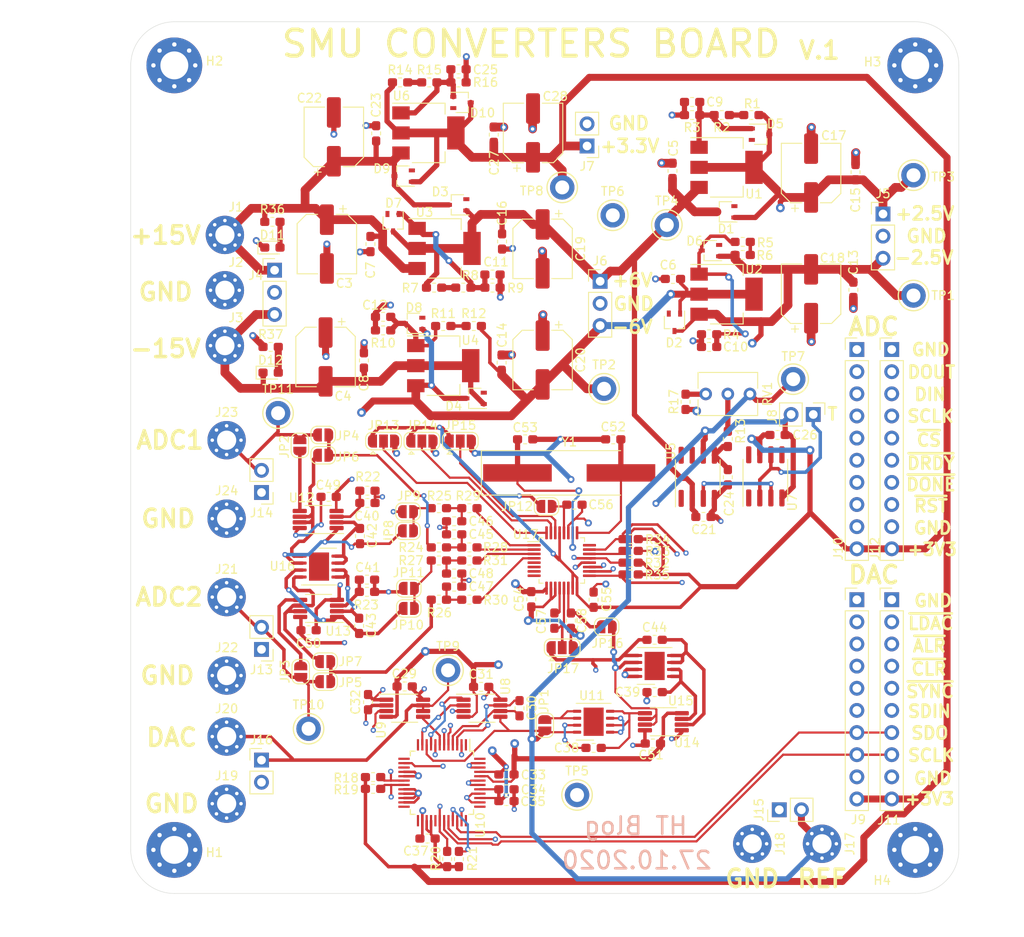
<source format=kicad_pcb>
(kicad_pcb (version 20171130) (host pcbnew "(5.1.5)-3")
  (layers (0 F.Cu signal) (1 In1.sig signal) (2 In2.GND signal) (31 B.Cu signal) (34 B.Paste user) (35 F.Paste user) (36 B.SilkS user) (37 F.SilkS user) (38 B.Mask user) (39 F.Mask user) (44 Edge.Cuts user))
  (net 0 "")
  (net 1 GNDA)
  (net 2 +6V)
  (net 3 -6V)
  (net 4 GND)
  (net 5 +15V)
  (net 6 -15V)
  (net 7 "Net-(C9-Pad2)")
  (net 8 "Net-(C10-Pad1)")
  (net 9 "Net-(C11-Pad2)")
  (net 10 "Net-(C12-Pad1)")
  (net 11 -2V5)
  (net 12 +2V5)
  (net 13 "Net-(C24-Pad1)")
  (net 14 "Net-(C25-Pad2)")
  (net 15 +3V3)
  (net 16 "Net-(C30-Pad2)")
  (net 17 "Net-(C30-Pad1)")
  (net 18 "Net-(C32-Pad2)")
  (net 19 "Net-(C32-Pad1)")
  (net 20 "Net-(C38-Pad2)")
  (net 21 "Net-(C39-Pad1)")
  (net 22 "Net-(C40-Pad1)")
  (net 23 "Net-(C41-Pad1)")
  (net 24 "Net-(C42-Pad2)")
  (net 25 "Net-(C42-Pad1)")
  (net 26 "Net-(C43-Pad2)")
  (net 27 "Net-(C43-Pad1)")
  (net 28 "Net-(C44-Pad2)")
  (net 29 /ADC/-1.25V_REF_BUF)
  (net 30 "Net-(C45-Pad2)")
  (net 31 "Net-(C46-Pad1)")
  (net 32 "Net-(C47-Pad2)")
  (net 33 "Net-(C48-Pad1)")
  (net 34 "Net-(C52-Pad2)")
  (net 35 "Net-(C53-Pad2)")
  (net 36 "Net-(C56-Pad2)")
  (net 37 "Net-(C57-Pad2)")
  (net 38 "Net-(C57-Pad1)")
  (net 39 "Net-(C58-Pad1)")
  (net 40 "Net-(D1-Pad2)")
  (net 41 "Net-(D2-Pad2)")
  (net 42 "Net-(D3-Pad2)")
  (net 43 "Net-(D4-Pad2)")
  (net 44 "Net-(D5-Pad2)")
  (net 45 "Net-(D6-Pad2)")
  (net 46 "Net-(D7-Pad2)")
  (net 47 "Net-(D8-Pad2)")
  (net 48 "Net-(D9-Pad2)")
  (net 49 "Net-(D10-Pad2)")
  (net 50 "Net-(J8-Pad1)")
  (net 51 /DAC/SCLK)
  (net 52 /DAC/SDO)
  (net 53 /DAC/SDIN)
  (net 54 /DAC/~SYNC)
  (net 55 /DAC/~CLR)
  (net 56 /DAC/~ALARM)
  (net 57 /DAC/~LDAC)
  (net 58 /ADC/~RESET)
  (net 59 /ADC/~DONE)
  (net 60 /ADC/~DRDY)
  (net 61 /ADC/~CS)
  (net 62 /ADC/SCLK)
  (net 63 /ADC/DIN)
  (net 64 /ADC/DOUT)
  (net 65 /ADC/ADC_IN_2)
  (net 66 /ADC/ADC_IN_1)
  (net 67 /+5V_REF)
  (net 68 /DAC/DAC_OUT)
  (net 69 "Net-(JP1-Pad1)")
  (net 70 "Net-(JP2-Pad2)")
  (net 71 "Net-(JP3-Pad2)")
  (net 72 "Net-(JP4-Pad2)")
  (net 73 "Net-(JP5-Pad2)")
  (net 74 "Net-(JP6-Pad1)")
  (net 75 "Net-(JP7-Pad1)")
  (net 76 "Net-(JP8-Pad2)")
  (net 77 "Net-(JP10-Pad2)")
  (net 78 "Net-(JP13-Pad2)")
  (net 79 "Net-(JP14-Pad2)")
  (net 80 "Net-(JP15-Pad2)")
  (net 81 /ADC/+1.25V_REF_BUF)
  (net 82 "Net-(R1-Pad2)")
  (net 83 "Net-(R5-Pad2)")
  (net 84 "Net-(R7-Pad2)")
  (net 85 "Net-(R11-Pad2)")
  (net 86 "Net-(R13-Pad2)")
  (net 87 "Net-(R14-Pad2)")
  (net 88 "Net-(R17-Pad2)")
  (net 89 "Net-(R28-Pad1)")
  (net 90 "Net-(R29-Pad1)")
  (net 91 "Net-(R30-Pad1)")
  (net 92 "Net-(R31-Pad1)")
  (net 93 "Net-(U5-Pad8)")
  (net 94 "Net-(U5-Pad7)")
  (net 95 "Net-(U5-Pad3)")
  (net 96 "Net-(U5-Pad1)")
  (net 97 "Net-(U7-Pad8)")
  (net 98 "Net-(U7-Pad5)")
  (net 99 "Net-(U7-Pad1)")
  (net 100 "Net-(U10-Pad11)")
  (net 101 "Net-(U10-Pad9)")
  (net 102 "Net-(U10-Pad7)")
  (net 103 "Net-(U10-Pad48)")
  (net 104 "Net-(U10-Pad37)")
  (net 105 "Net-(U10-Pad36)")
  (net 106 "Net-(U10-Pad29)")
  (net 107 "Net-(U10-Pad25)")
  (net 108 "Net-(U10-Pad24)")
  (net 109 "Net-(U10-Pad15)")
  (net 110 "Net-(U10-Pad13)")
  (net 111 "Net-(U10-Pad12)")
  (net 112 "Net-(U10-Pad1)")
  (net 113 "Net-(U11-Pad1)")
  (net 114 "Net-(U17-Pad24)")
  (net 115 "Net-(U17-Pad8)")
  (net 116 "Net-(U17-Pad7)")
  (net 117 "Net-(U17-Pad6)")
  (net 118 "Net-(U17-Pad5)")
  (net 119 "Net-(D11-Pad2)")
  (net 120 "Net-(D12-Pad2)")
  (module Package_DFN_QFN:DFN-8-1EP_4x4mm_P0.8mm_EP2.3x3.24mm (layer F.Cu) (at 100.1 93.9 180)
    (fp_text reference U15 (at -3 -4) (layer F.SilkS))
    (fp_text value "50k 0.1%")
    (pad 9 smd rect (at 0 0 180) (size 2.3 3.24) (layers F.Cu F.Mask))
    (pad 8 smd roundrect (at 1.9 -1.2 180) (size 0.95 0.35) (layers F.Cu F.Paste F.Mask) (net 1 GNDA))
    (pad 7 smd roundrect (at 1.9 -0.4 180) (size 0.95 0.35) (layers F.Cu F.Paste F.Mask) (net 1 GNDA))
    (pad 6 smd roundrect (at 1.9 0.4 180) (size 0.95 0.35) (layers F.Cu F.Paste F.Mask) (net 81 /ADC/+1.25V_REF_BUF))
    (pad 5 smd roundrect (at 1.9 1.2 180) (size 0.95 0.35) (layers F.Cu F.Paste F.Mask) (net 29 /ADC/-1.25V_REF_BUF))
    (pad 4 smd roundrect (at -1.9 1.2 180) (size 0.95 0.35) (layers F.Cu F.Paste F.Mask) (net 28 "Net-(C44-Pad2)"))
    (pad 3 smd roundrect (at -1.9 0.4 180) (size 0.95 0.35) (layers F.Cu F.Paste F.Mask) (net 28 "Net-(C44-Pad2)"))
    (pad 2 smd roundrect (at -1.9 -0.4 180) (size 0.95 0.35) (layers F.Cu F.Paste F.Mask) (net 21 "Net-(C39-Pad1)"))
    (pad 1 smd roundrect (at -1.9 -1.2 180) (size 0.95 0.35) (layers F.Cu F.Paste F.Mask) (net 21 "Net-(C39-Pad1)"))
  )
  (module Package_DFN_QFN:DFN-8-1EP_4x4mm_P0.8mm_EP2.3x3.24mm (layer F.Cu) (at 61.6 82.5)
    (fp_text reference U16 (at -4.2 -0.05) (layer F.SilkS))
    (fp_text value "50k 0.1%")
    (pad 9 smd rect (at 0 0) (size 2.3 3.24) (layers F.Cu F.Mask))
    (pad 8 smd roundrect (at 1.9 -1.2) (size 0.95 0.35) (layers F.Cu F.Paste F.Mask) (net 24 "Net-(C42-Pad2)"))
    (pad 7 smd roundrect (at 1.9 -0.4) (size 0.95 0.35) (layers F.Cu F.Paste F.Mask) (net 24 "Net-(C42-Pad2)"))
    (pad 6 smd roundrect (at 1.9 0.4) (size 0.95 0.35) (layers F.Cu F.Paste F.Mask) (net 26 "Net-(C43-Pad2)"))
    (pad 5 smd roundrect (at 1.9 1.2) (size 0.95 0.35) (layers F.Cu F.Paste F.Mask) (net 26 "Net-(C43-Pad2)"))
    (pad 4 smd roundrect (at -1.9 1.2) (size 0.95 0.35) (layers F.Cu F.Paste F.Mask) (net 75 "Net-(JP7-Pad1)"))
    (pad 3 smd roundrect (at -1.9 0.4) (size 0.95 0.35) (layers F.Cu F.Paste F.Mask) (net 27 "Net-(C43-Pad1)"))
    (pad 2 smd roundrect (at -1.9 -0.4) (size 0.95 0.35) (layers F.Cu F.Paste F.Mask) (net 25 "Net-(C42-Pad1)"))
    (pad 1 smd roundrect (at -1.9 -1.2) (size 0.95 0.35) (layers F.Cu F.Paste F.Mask) (net 74 "Net-(JP6-Pad1)"))
  )
  (module Resistor_SMD:R_0603_1608Metric_Pad1.05x0.95mm_HandSolder (layer F.Cu) (at 56.05 57.3)
    (fp_text reference R37 (at 0 -1.43) (layer F.SilkS))
    (fp_text value "20k 1%")
    (pad 2 smd roundrect (at 0.875 0) (size 1.05 0.95) (layers F.Cu F.Paste F.Mask) (net 120 "Net-(D12-Pad2)"))
    (pad 1 smd roundrect (at -0.875 0) (size 1.05 0.95) (layers F.Cu F.Paste F.Mask) (net 4 GND))
  )
  (module Resistor_SMD:R_0603_1608Metric_Pad1.05x0.95mm_HandSolder (layer F.Cu) (at 56.25 42.95)
    (fp_text reference R36 (at 0 -1.43) (layer F.SilkS))
    (fp_text value "20k 1%")
    (pad 2 smd roundrect (at 0.875 0) (size 1.05 0.95) (layers F.Cu F.Paste F.Mask) (net 119 "Net-(D11-Pad2)"))
    (pad 1 smd roundrect (at -0.875 0) (size 1.05 0.95) (layers F.Cu F.Paste F.Mask) (net 5 +15V))
  )
  (module LED_SMD:LED_0603_1608Metric_Pad1.05x0.95mm_HandSolder (layer F.Cu) (at 56.05 60.25)
    (fp_text reference D12 (at 0 -1.43) (layer F.SilkS))
    (fp_text value G)
    (pad 2 smd roundrect (at 0.875 0) (size 1.05 0.95) (layers F.Cu F.Paste F.Mask) (net 120 "Net-(D12-Pad2)"))
    (pad 1 smd roundrect (at -0.875 0) (size 1.05 0.95) (layers F.Cu F.Paste F.Mask) (net 6 -15V))
  )
  (module LED_SMD:LED_0603_1608Metric_Pad1.05x0.95mm_HandSolder (layer F.Cu) (at 56.25 45.9)
    (fp_text reference D11 (at 0 -1.43) (layer F.SilkS))
    (fp_text value G)
    (pad 2 smd roundrect (at 0.875 0) (size 1.05 0.95) (layers F.Cu F.Paste F.Mask) (net 119 "Net-(D11-Pad2)"))
    (pad 1 smd roundrect (at -0.875 0) (size 1.05 0.95) (layers F.Cu F.Paste F.Mask) (net 4 GND))
  )
  (module Crystal:Crystal_SMD_HC49-SD_HandSoldering (layer F.Cu) (at 90.3 71.75)
    (fp_text reference Y1 (at 0 -3.55) (layer F.SilkS))
    (fp_text value ABLS-16.384MHZ-L4Q-T)
    (pad 2 smd rect (at 5.9375 0) (size 7.875 2) (layers F.Cu F.Paste F.Mask) (net 34 "Net-(C52-Pad2)"))
    (pad 1 smd rect (at -5.9375 0) (size 7.875 2) (layers F.Cu F.Paste F.Mask) (net 35 "Net-(C53-Pad2)"))
  )
  (module Package_QFP:LQFP-32_5x5mm_P0.5mm (layer F.Cu) (at 89.45 81.8)
    (fp_text reference U17 (at -4.15 -3) (layer F.SilkS))
    (fp_text value ADS131A02)
    (pad 32 smd roundrect (at -1.75 -3.175) (size 0.3 1.5) (layers F.Cu F.Paste F.Mask) (net 78 "Net-(JP13-Pad2)"))
    (pad 31 smd roundrect (at -1.25 -3.175) (size 0.3 1.5) (layers F.Cu F.Paste F.Mask) (net 79 "Net-(JP14-Pad2)"))
    (pad 30 smd roundrect (at -0.75 -3.175) (size 0.3 1.5) (layers F.Cu F.Paste F.Mask) (net 80 "Net-(JP15-Pad2)"))
    (pad 29 smd roundrect (at -0.25 -3.175) (size 0.3 1.5) (layers F.Cu F.Paste F.Mask) (net 15 +3V3))
    (pad 28 smd roundrect (at 0.25 -3.175) (size 0.3 1.5) (layers F.Cu F.Paste F.Mask) (net 36 "Net-(C56-Pad2)"))
    (pad 27 smd roundrect (at 0.75 -3.175) (size 0.3 1.5) (layers F.Cu F.Paste F.Mask) (net 4 GND))
    (pad 26 smd roundrect (at 1.25 -3.175) (size 0.3 1.5) (layers F.Cu F.Paste F.Mask) (net 35 "Net-(C53-Pad2)"))
    (pad 25 smd roundrect (at 1.75 -3.175) (size 0.3 1.5) (layers F.Cu F.Paste F.Mask) (net 34 "Net-(C52-Pad2)"))
    (pad 24 smd roundrect (at 3.175 -1.75) (size 1.5 0.3) (layers F.Cu F.Paste F.Mask) (net 114 "Net-(U17-Pad24)"))
    (pad 23 smd roundrect (at 3.175 -1.25) (size 1.5 0.3) (layers F.Cu F.Paste F.Mask) (net 61 /ADC/~CS))
    (pad 22 smd roundrect (at 3.175 -0.75) (size 1.5 0.3) (layers F.Cu F.Paste F.Mask) (net 62 /ADC/SCLK))
    (pad 21 smd roundrect (at 3.175 -0.25) (size 1.5 0.3) (layers F.Cu F.Paste F.Mask) (net 64 /ADC/DOUT))
    (pad 20 smd roundrect (at 3.175 0.25) (size 1.5 0.3) (layers F.Cu F.Paste F.Mask) (net 63 /ADC/DIN))
    (pad 19 smd roundrect (at 3.175 0.75) (size 1.5 0.3) (layers F.Cu F.Paste F.Mask) (net 60 /ADC/~DRDY))
    (pad 18 smd roundrect (at 3.175 1.25) (size 1.5 0.3) (layers F.Cu F.Paste F.Mask) (net 59 /ADC/~DONE))
    (pad 17 smd roundrect (at 3.175 1.75) (size 1.5 0.3) (layers F.Cu F.Paste F.Mask) (net 58 /ADC/~RESET))
    (pad 16 smd roundrect (at 1.75 3.175) (size 0.3 1.5) (layers F.Cu F.Paste F.Mask) (net 15 +3V3))
    (pad 15 smd roundrect (at 1.25 3.175) (size 0.3 1.5) (layers F.Cu F.Paste F.Mask) (net 15 +3V3))
    (pad 14 smd roundrect (at 0.75 3.175) (size 0.3 1.5) (layers F.Cu F.Paste F.Mask) (net 39 "Net-(C58-Pad1)"))
    (pad 13 smd roundrect (at 0.25 3.175) (size 0.3 1.5) (layers F.Cu F.Paste F.Mask) (net 37 "Net-(C57-Pad2)"))
    (pad 12 smd roundrect (at -0.25 3.175) (size 0.3 1.5) (layers F.Cu F.Paste F.Mask) (net 38 "Net-(C57-Pad1)"))
    (pad 11 smd roundrect (at -0.75 3.175) (size 0.3 1.5) (layers F.Cu F.Paste F.Mask) (net 11 -2V5))
    (pad 10 smd roundrect (at -1.25 3.175) (size 0.3 1.5) (layers F.Cu F.Paste F.Mask) (net 11 -2V5))
    (pad 9 smd roundrect (at -1.75 3.175) (size 0.3 1.5) (layers F.Cu F.Paste F.Mask) (net 12 +2V5))
    (pad 8 smd roundrect (at -3.175 1.75) (size 1.5 0.3) (layers F.Cu F.Paste F.Mask) (net 115 "Net-(U17-Pad8)"))
    (pad 7 smd roundrect (at -3.175 1.25) (size 1.5 0.3) (layers F.Cu F.Paste F.Mask) (net 116 "Net-(U17-Pad7)"))
    (pad 6 smd roundrect (at -3.175 0.75) (size 1.5 0.3) (layers F.Cu F.Paste F.Mask) (net 117 "Net-(U17-Pad6)"))
    (pad 5 smd roundrect (at -3.175 0.25) (size 1.5 0.3) (layers F.Cu F.Paste F.Mask) (net 118 "Net-(U17-Pad5)"))
    (pad 4 smd roundrect (at -3.175 -0.25) (size 1.5 0.3) (layers F.Cu F.Paste F.Mask) (net 91 "Net-(R30-Pad1)"))
    (pad 3 smd roundrect (at -3.175 -0.75) (size 1.5 0.3) (layers F.Cu F.Paste F.Mask) (net 92 "Net-(R31-Pad1)"))
    (pad 2 smd roundrect (at -3.175 -1.25) (size 1.5 0.3) (layers F.Cu F.Paste F.Mask) (net 89 "Net-(R28-Pad1)"))
    (pad 1 smd roundrect (at -3.175 -1.75) (size 1.5 0.3) (layers F.Cu F.Paste F.Mask) (net 90 "Net-(R29-Pad1)"))
  )
  (module Package_SO:MSOP-8_3x3mm_P0.65mm (layer F.Cu) (at 101.1 100.3 180)
    (fp_text reference U14 (at -2.7 -2.4) (layer F.SilkS))
    (fp_text value ADA4522-2)
    (pad 8 smd roundrect (at 2.1125 -0.975 180) (size 1.625 0.5) (layers F.Cu F.Paste F.Mask) (net 2 +6V))
    (pad 7 smd roundrect (at 2.1125 -0.325 180) (size 1.625 0.5) (layers F.Cu F.Paste F.Mask) (net 81 /ADC/+1.25V_REF_BUF))
    (pad 6 smd roundrect (at 2.1125 0.325 180) (size 1.625 0.5) (layers F.Cu F.Paste F.Mask) (net 81 /ADC/+1.25V_REF_BUF))
    (pad 5 smd roundrect (at 2.1125 0.975 180) (size 1.625 0.5) (layers F.Cu F.Paste F.Mask) (net 20 "Net-(C38-Pad2)"))
    (pad 4 smd roundrect (at -2.1125 0.975 180) (size 1.625 0.5) (layers F.Cu F.Paste F.Mask) (net 3 -6V))
    (pad 3 smd roundrect (at -2.1125 0.325 180) (size 1.625 0.5) (layers F.Cu F.Paste F.Mask) (net 21 "Net-(C39-Pad1)"))
    (pad 2 smd roundrect (at -2.1125 -0.325 180) (size 1.625 0.5) (layers F.Cu F.Paste F.Mask) (net 28 "Net-(C44-Pad2)"))
    (pad 1 smd roundrect (at -2.1125 -0.975 180) (size 1.625 0.5) (layers F.Cu F.Paste F.Mask) (net 29 /ADC/-1.25V_REF_BUF))
  )
  (module Package_SO:MSOP-8_3x3mm_P0.65mm (layer F.Cu) (at 61.55 87.3 180)
    (fp_text reference U13 (at -2.25 -2.6) (layer F.SilkS))
    (fp_text value ADA4522-2)
    (pad 8 smd roundrect (at 2.1125 -0.975 180) (size 1.625 0.5) (layers F.Cu F.Paste F.Mask) (net 2 +6V))
    (pad 7 smd roundrect (at 2.1125 -0.325 180) (size 1.625 0.5) (layers F.Cu F.Paste F.Mask) (net 75 "Net-(JP7-Pad1)"))
    (pad 6 smd roundrect (at 2.1125 0.325 180) (size 1.625 0.5) (layers F.Cu F.Paste F.Mask) (net 75 "Net-(JP7-Pad1)"))
    (pad 5 smd roundrect (at 2.1125 0.975 180) (size 1.625 0.5) (layers F.Cu F.Paste F.Mask) (net 71 "Net-(JP3-Pad2)"))
    (pad 4 smd roundrect (at -2.1125 0.975 180) (size 1.625 0.5) (layers F.Cu F.Paste F.Mask) (net 3 -6V))
    (pad 3 smd roundrect (at -2.1125 0.325 180) (size 1.625 0.5) (layers F.Cu F.Paste F.Mask) (net 23 "Net-(C41-Pad1)"))
    (pad 2 smd roundrect (at -2.1125 -0.325 180) (size 1.625 0.5) (layers F.Cu F.Paste F.Mask) (net 26 "Net-(C43-Pad2)"))
    (pad 1 smd roundrect (at -2.1125 -0.975 180) (size 1.625 0.5) (layers F.Cu F.Paste F.Mask) (net 27 "Net-(C43-Pad1)"))
  )
  (module Package_SO:MSOP-8_3x3mm_P0.65mm (layer F.Cu) (at 61.5 77.1 180)
    (fp_text reference U12 (at 1.9 2.5) (layer F.SilkS))
    (fp_text value ADA4522-2)
    (pad 8 smd roundrect (at 2.1125 -0.975 180) (size 1.625 0.5) (layers F.Cu F.Paste F.Mask) (net 2 +6V))
    (pad 7 smd roundrect (at 2.1125 -0.325 180) (size 1.625 0.5) (layers F.Cu F.Paste F.Mask) (net 74 "Net-(JP6-Pad1)"))
    (pad 6 smd roundrect (at 2.1125 0.325 180) (size 1.625 0.5) (layers F.Cu F.Paste F.Mask) (net 74 "Net-(JP6-Pad1)"))
    (pad 5 smd roundrect (at 2.1125 0.975 180) (size 1.625 0.5) (layers F.Cu F.Paste F.Mask) (net 70 "Net-(JP2-Pad2)"))
    (pad 4 smd roundrect (at -2.1125 0.975 180) (size 1.625 0.5) (layers F.Cu F.Paste F.Mask) (net 3 -6V))
    (pad 3 smd roundrect (at -2.1125 0.325 180) (size 1.625 0.5) (layers F.Cu F.Paste F.Mask) (net 22 "Net-(C40-Pad1)"))
    (pad 2 smd roundrect (at -2.1125 -0.325 180) (size 1.625 0.5) (layers F.Cu F.Paste F.Mask) (net 24 "Net-(C42-Pad2)"))
    (pad 1 smd roundrect (at -2.1125 -0.975 180) (size 1.625 0.5) (layers F.Cu F.Paste F.Mask) (net 25 "Net-(C42-Pad1)"))
  )
  (module Package_DFN_QFN:DFN-8-1EP_4x4mm_P0.8mm_EP2.3x3.24mm (layer F.Cu) (at 93.1 100.3 180)
    (fp_text reference U11 (at 0.2 3) (layer F.SilkS))
    (fp_text value "50k 0.1%")
    (pad 9 smd rect (at 0 0 180) (size 2.3 3.24) (layers F.Cu F.Mask))
    (pad 8 smd roundrect (at 1.9 -1.2 180) (size 0.95 0.35) (layers F.Cu F.Paste F.Mask) (net 67 /+5V_REF))
    (pad 7 smd roundrect (at 1.9 -0.4 180) (size 0.95 0.35) (layers F.Cu F.Paste F.Mask) (net 1 GNDA))
    (pad 6 smd roundrect (at 1.9 0.4 180) (size 0.95 0.35) (layers F.Cu F.Paste F.Mask) (net 69 "Net-(JP1-Pad1)"))
    (pad 5 smd roundrect (at 1.9 1.2 180) (size 0.95 0.35) (layers F.Cu F.Paste F.Mask) (net 69 "Net-(JP1-Pad1)"))
    (pad 4 smd roundrect (at -1.9 1.2 180) (size 0.95 0.35) (layers F.Cu F.Paste F.Mask) (net 20 "Net-(C38-Pad2)"))
    (pad 3 smd roundrect (at -1.9 0.4 180) (size 0.95 0.35) (layers F.Cu F.Paste F.Mask) (net 113 "Net-(U11-Pad1)"))
    (pad 2 smd roundrect (at -1.9 -0.4 180) (size 0.95 0.35) (layers F.Cu F.Paste F.Mask) (net 20 "Net-(C38-Pad2)"))
    (pad 1 smd roundrect (at -1.9 -1.2 180) (size 0.95 0.35) (layers F.Cu F.Paste F.Mask) (net 113 "Net-(U11-Pad1)"))
  )
  (module Package_QFP:TQFP-48_7x7mm_P0.5mm (layer F.Cu) (at 75.7 107.3 270)
    (fp_text reference U10 (at 4.85 -4.4 90) (layer F.SilkS))
    (fp_text value DAC91001)
    (pad 48 smd rect (at -2.75 -4.35) (size 1.3 0.25) (layers F.Cu F.Paste F.Mask) (net 103 "Net-(U10-Pad48)"))
    (pad 47 smd rect (at -2.25 -4.35) (size 1.3 0.25) (layers F.Cu F.Paste F.Mask) (net 1 GNDA))
    (pad 46 smd rect (at -1.75 -4.35) (size 1.3 0.25) (layers F.Cu F.Paste F.Mask) (net 1 GNDA))
    (pad 45 smd rect (at -1.25 -4.35) (size 1.3 0.25) (layers F.Cu F.Paste F.Mask) (net 2 +6V))
    (pad 44 smd rect (at -0.75 -4.35) (size 1.3 0.25) (layers F.Cu F.Paste F.Mask) (net 3 -6V))
    (pad 43 smd rect (at -0.25 -4.35) (size 1.3 0.25) (layers F.Cu F.Paste F.Mask) (net 1 GNDA))
    (pad 42 smd rect (at 0.25 -4.35) (size 1.3 0.25) (layers F.Cu F.Paste F.Mask) (net 1 GNDA))
    (pad 41 smd rect (at 0.75 -4.35) (size 1.3 0.25) (layers F.Cu F.Paste F.Mask) (net 2 +6V))
    (pad 40 smd rect (at 1.25 -4.35) (size 1.3 0.25) (layers F.Cu F.Paste F.Mask) (net 1 GNDA))
    (pad 39 smd rect (at 1.75 -4.35) (size 1.3 0.25) (layers F.Cu F.Paste F.Mask) (net 2 +6V))
    (pad 38 smd rect (at 2.25 -4.35) (size 1.3 0.25) (layers F.Cu F.Paste F.Mask) (net 1 GNDA))
    (pad 37 smd rect (at 2.75 -4.35) (size 1.3 0.25) (layers F.Cu F.Paste F.Mask) (net 104 "Net-(U10-Pad37)"))
    (pad 36 smd rect (at 4.35 -2.75 270) (size 1.3 0.25) (layers F.Cu F.Paste F.Mask) (net 105 "Net-(U10-Pad36)"))
    (pad 35 smd rect (at 4.35 -2.25 270) (size 1.3 0.25) (layers F.Cu F.Paste F.Mask) (net 1 GNDA))
    (pad 34 smd rect (at 4.35 -1.75 270) (size 1.3 0.25) (layers F.Cu F.Paste F.Mask) (net 52 /DAC/SDO))
    (pad 33 smd rect (at 4.35 -1.25 270) (size 1.3 0.25) (layers F.Cu F.Paste F.Mask) (net 54 /DAC/~SYNC))
    (pad 32 smd rect (at 4.35 -0.75 270) (size 1.3 0.25) (layers F.Cu F.Paste F.Mask) (net 53 /DAC/SDIN))
    (pad 31 smd rect (at 4.35 -0.25 270) (size 1.3 0.25) (layers F.Cu F.Paste F.Mask) (net 51 /DAC/SCLK))
    (pad 30 smd rect (at 4.35 0.25 270) (size 1.3 0.25) (layers F.Cu F.Paste F.Mask) (net 55 /DAC/~CLR))
    (pad 29 smd rect (at 4.35 0.75 270) (size 1.3 0.25) (layers F.Cu F.Paste F.Mask) (net 106 "Net-(U10-Pad29)"))
    (pad 28 smd rect (at 4.35 1.25 270) (size 1.3 0.25) (layers F.Cu F.Paste F.Mask) (net 15 +3V3))
    (pad 27 smd rect (at 4.35 1.75 270) (size 1.3 0.25) (layers F.Cu F.Paste F.Mask) (net 15 +3V3))
    (pad 26 smd rect (at 4.35 2.25 270) (size 1.3 0.25) (layers F.Cu F.Paste F.Mask) (net 4 GND))
    (pad 25 smd rect (at 4.35 2.75 270) (size 1.3 0.25) (layers F.Cu F.Paste F.Mask) (net 107 "Net-(U10-Pad25)"))
    (pad 24 smd rect (at 2.75 4.35) (size 1.3 0.25) (layers F.Cu F.Paste F.Mask) (net 108 "Net-(U10-Pad24)"))
    (pad 23 smd rect (at 2.25 4.35) (size 1.3 0.25) (layers F.Cu F.Paste F.Mask) (net 4 GND))
    (pad 22 smd rect (at 1.75 4.35) (size 1.3 0.25) (layers F.Cu F.Paste F.Mask) (net 4 GND))
    (pad 21 smd rect (at 1.25 4.35) (size 1.3 0.25) (layers F.Cu F.Paste F.Mask) (net 4 GND))
    (pad 20 smd rect (at 0.75 4.35) (size 1.3 0.25) (layers F.Cu F.Paste F.Mask) (net 4 GND))
    (pad 19 smd rect (at 0.25 4.35) (size 1.3 0.25) (layers F.Cu F.Paste F.Mask) (net 56 /DAC/~ALARM))
    (pad 18 smd rect (at -0.25 4.35) (size 1.3 0.25) (layers F.Cu F.Paste F.Mask) (net 57 /DAC/~LDAC))
    (pad 17 smd rect (at -0.75 4.35) (size 1.3 0.25) (layers F.Cu F.Paste F.Mask) (net 4 GND))
    (pad 16 smd rect (at -1.25 4.35) (size 1.3 0.25) (layers F.Cu F.Paste F.Mask) (net 4 GND))
    (pad 15 smd rect (at -1.75 4.35) (size 1.3 0.25) (layers F.Cu F.Paste F.Mask) (net 109 "Net-(U10-Pad15)"))
    (pad 14 smd rect (at -2.25 4.35) (size 1.3 0.25) (layers F.Cu F.Paste F.Mask) (net 1 GNDA))
    (pad 13 smd rect (at -2.75 4.35) (size 1.3 0.25) (layers F.Cu F.Paste F.Mask) (net 110 "Net-(U10-Pad13)"))
    (pad 12 smd rect (at -4.35 2.75 270) (size 1.3 0.25) (layers F.Cu F.Paste F.Mask) (net 111 "Net-(U10-Pad12)"))
    (pad 11 smd rect (at -4.35 2.25 270) (size 1.3 0.25) (layers F.Cu F.Paste F.Mask) (net 100 "Net-(U10-Pad11)"))
    (pad 10 smd rect (at -4.35 1.75 270) (size 1.3 0.25) (layers F.Cu F.Paste F.Mask) (net 67 /+5V_REF))
    (pad 9 smd rect (at -4.35 1.25 270) (size 1.3 0.25) (layers F.Cu F.Paste F.Mask) (net 101 "Net-(U10-Pad9)"))
    (pad 8 smd rect (at -4.35 0.75 270) (size 1.3 0.25) (layers F.Cu F.Paste F.Mask) (net 1 GNDA))
    (pad 7 smd rect (at -4.35 0.25 270) (size 1.3 0.25) (layers F.Cu F.Paste F.Mask) (net 102 "Net-(U10-Pad7)"))
    (pad 6 smd rect (at -4.35 -0.25 270) (size 1.3 0.25) (layers F.Cu F.Paste F.Mask) (net 19 "Net-(C32-Pad1)"))
    (pad 5 smd rect (at -4.35 -0.75 270) (size 1.3 0.25) (layers F.Cu F.Paste F.Mask) (net 18 "Net-(C32-Pad2)"))
    (pad 4 smd rect (at -4.35 -1.25 270) (size 1.3 0.25) (layers F.Cu F.Paste F.Mask) (net 17 "Net-(C30-Pad1)"))
    (pad 3 smd rect (at -4.35 -1.75 270) (size 1.3 0.25) (layers F.Cu F.Paste F.Mask) (net 16 "Net-(C30-Pad2)"))
    (pad 2 smd rect (at -4.35 -2.25 270) (size 1.3 0.25) (layers F.Cu F.Paste F.Mask) (net 1 GNDA))
    (pad 1 smd rect (at -4.35 -2.75 270) (size 1.3 0.25) (layers F.Cu F.Paste F.Mask) (net 112 "Net-(U10-Pad1)"))
  )
  (module Package_SO:MSOP-8_3x3mm_P0.65mm (layer F.Cu) (at 71.425 98.75)
    (fp_text reference U9 (at -2.7 2.5 270) (layer F.SilkS))
    (fp_text value ADA4522-2)
    (pad 8 smd roundrect (at 2.1125 -0.975) (size 1.625 0.5) (layers F.Cu F.Paste F.Mask) (net 2 +6V))
    (pad 7 smd roundrect (at 2.1125 -0.325) (size 1.625 0.5) (layers F.Cu F.Paste F.Mask) (net 68 /DAC/DAC_OUT))
    (pad 6 smd roundrect (at 2.1125 0.325) (size 1.625 0.5) (layers F.Cu F.Paste F.Mask) (net 68 /DAC/DAC_OUT))
    (pad 5 smd roundrect (at 2.1125 0.975) (size 1.625 0.5) (layers F.Cu F.Paste F.Mask) (net 102 "Net-(U10-Pad7)"))
    (pad 4 smd roundrect (at -2.1125 0.975) (size 1.625 0.5) (layers F.Cu F.Paste F.Mask) (net 3 -6V))
    (pad 3 smd roundrect (at -2.1125 0.325) (size 1.625 0.5) (layers F.Cu F.Paste F.Mask) (net 101 "Net-(U10-Pad9)"))
    (pad 2 smd roundrect (at -2.1125 -0.325) (size 1.625 0.5) (layers F.Cu F.Paste F.Mask) (net 19 "Net-(C32-Pad1)"))
    (pad 1 smd roundrect (at -2.1125 -0.975) (size 1.625 0.5) (layers F.Cu F.Paste F.Mask) (net 18 "Net-(C32-Pad2)"))
  )
  (module Package_SO:MSOP-8_3x3mm_P0.65mm (layer F.Cu) (at 80.29 98.75)
    (fp_text reference U8 (at 2.71 -2.5 270) (layer F.SilkS))
    (fp_text value ADA4522-2)
    (pad 8 smd roundrect (at 2.1125 -0.975) (size 1.625 0.5) (layers F.Cu F.Paste F.Mask) (net 2 +6V))
    (pad 7 smd roundrect (at 2.1125 -0.325) (size 1.625 0.5) (layers F.Cu F.Paste F.Mask) (net 16 "Net-(C30-Pad2)"))
    (pad 6 smd roundrect (at 2.1125 0.325) (size 1.625 0.5) (layers F.Cu F.Paste F.Mask) (net 17 "Net-(C30-Pad1)"))
    (pad 5 smd roundrect (at 2.1125 0.975) (size 1.625 0.5) (layers F.Cu F.Paste F.Mask) (net 67 /+5V_REF))
    (pad 4 smd roundrect (at -2.1125 0.975) (size 1.625 0.5) (layers F.Cu F.Paste F.Mask) (net 3 -6V))
    (pad 3 smd roundrect (at -2.1125 0.325) (size 1.625 0.5) (layers F.Cu F.Paste F.Mask) (net 1 GNDA))
    (pad 2 smd roundrect (at -2.1125 -0.325) (size 1.625 0.5) (layers F.Cu F.Paste F.Mask) (net 100 "Net-(U10-Pad11)"))
    (pad 1 smd roundrect (at -2.1125 -0.975) (size 1.625 0.5) (layers F.Cu F.Paste F.Mask) (net 101 "Net-(U10-Pad9)"))
  )
  (module Package_SO:SOIC-8_3.9x4.9mm_P1.27mm (layer F.Cu) (at 112.8 72.15 90)
    (fp_text reference U7 (at -3 3.1 90) (layer F.SilkS))
    (fp_text value OPA333AID)
    (pad 8 smd roundrect (at 2.475 -1.905 90) (size 1.95 0.6) (layers F.Cu F.Paste F.Mask) (net 97 "Net-(U7-Pad8)"))
    (pad 7 smd roundrect (at 2.475 -0.635 90) (size 1.95 0.6) (layers F.Cu F.Paste F.Mask) (net 15 +3V3))
    (pad 6 smd roundrect (at 2.475 0.635 90) (size 1.95 0.6) (layers F.Cu F.Paste F.Mask) (net 50 "Net-(J8-Pad1)"))
    (pad 5 smd roundrect (at 2.475 1.905 90) (size 1.95 0.6) (layers F.Cu F.Paste F.Mask) (net 98 "Net-(U7-Pad5)"))
    (pad 4 smd roundrect (at -2.475 1.905 90) (size 1.95 0.6) (layers F.Cu F.Paste F.Mask) (net 4 GND))
    (pad 3 smd roundrect (at -2.475 0.635 90) (size 1.95 0.6) (layers F.Cu F.Paste F.Mask) (net 95 "Net-(U5-Pad3)"))
    (pad 2 smd roundrect (at -2.475 -0.635 90) (size 1.95 0.6) (layers F.Cu F.Paste F.Mask) (net 50 "Net-(J8-Pad1)"))
    (pad 1 smd roundrect (at -2.475 -1.905 90) (size 1.95 0.6) (layers F.Cu F.Paste F.Mask) (net 99 "Net-(U7-Pad1)"))
  )
  (module Package_TO_SOT_SMD:SOT-223-3_TabPin2 (layer F.Cu) (at 74.15 32.75)
    (fp_text reference U6 (at -3.1 -4.25) (layer F.SilkS))
    (fp_text value LM317EMPX/NOPB)
    (pad 1 smd rect (at -3.15 -2.3) (size 2 1.5) (layers F.Cu F.Paste F.Mask) (net 14 "Net-(C25-Pad2)"))
    (pad 3 smd rect (at -3.15 2.3) (size 2 1.5) (layers F.Cu F.Paste F.Mask) (net 5 +15V))
    (pad 2 smd rect (at -3.15 0) (size 2 1.5) (layers F.Cu F.Paste F.Mask) (net 15 +3V3))
    (pad 2 smd rect (at 3.15 0) (size 2 3.8) (layers F.Cu F.Paste F.Mask) (net 15 +3V3))
  )
  (module Package_SO:SOIC-8_3.9x4.9mm_P1.27mm (layer F.Cu) (at 105.05 72.2 90)
    (fp_text reference U5 (at 2.95 -3.1 90) (layer F.SilkS))
    (fp_text value REF5050)
    (pad 8 smd roundrect (at 2.475 -1.905 90) (size 1.95 0.6) (layers F.Cu F.Paste F.Mask) (net 93 "Net-(U5-Pad8)"))
    (pad 7 smd roundrect (at 2.475 -0.635 90) (size 1.95 0.6) (layers F.Cu F.Paste F.Mask) (net 94 "Net-(U5-Pad7)"))
    (pad 6 smd roundrect (at 2.475 0.635 90) (size 1.95 0.6) (layers F.Cu F.Paste F.Mask) (net 67 /+5V_REF))
    (pad 5 smd roundrect (at 2.475 1.905 90) (size 1.95 0.6) (layers F.Cu F.Paste F.Mask) (net 13 "Net-(C24-Pad1)"))
    (pad 4 smd roundrect (at -2.475 1.905 90) (size 1.95 0.6) (layers F.Cu F.Paste F.Mask) (net 1 GNDA))
    (pad 3 smd roundrect (at -2.475 0.635 90) (size 1.95 0.6) (layers F.Cu F.Paste F.Mask) (net 95 "Net-(U5-Pad3)"))
    (pad 2 smd roundrect (at -2.475 -0.635 90) (size 1.95 0.6) (layers F.Cu F.Paste F.Mask) (net 2 +6V))
    (pad 1 smd roundrect (at -2.475 -1.905 90) (size 1.95 0.6) (layers F.Cu F.Paste F.Mask) (net 96 "Net-(U5-Pad1)"))
  )
  (module Package_TO_SOT_SMD:SOT-223-3_TabPin2 (layer F.Cu) (at 75.85 59.45)
    (fp_text reference U4 (at 3.1 -2.9) (layer F.SilkS))
    (fp_text value LM337_SOT223)
    (pad 1 smd rect (at -3.15 -2.3) (size 2 1.5) (layers F.Cu F.Paste F.Mask) (net 10 "Net-(C12-Pad1)"))
    (pad 3 smd rect (at -3.15 2.3) (size 2 1.5) (layers F.Cu F.Paste F.Mask) (net 3 -6V))
    (pad 2 smd rect (at -3.15 0) (size 2 1.5) (layers F.Cu F.Paste F.Mask) (net 6 -15V))
    (pad 2 smd rect (at 3.15 0) (size 2 3.8) (layers F.Cu F.Paste F.Mask) (net 6 -15V))
  )
  (module Package_TO_SOT_SMD:SOT-223-3_TabPin2 (layer F.Cu) (at 76 46)
    (fp_text reference U3 (at -2.3 -4.15) (layer F.SilkS))
    (fp_text value LM317EMPX/NOPB)
    (pad 1 smd rect (at -3.15 -2.3) (size 2 1.5) (layers F.Cu F.Paste F.Mask) (net 9 "Net-(C11-Pad2)"))
    (pad 3 smd rect (at -3.15 2.3) (size 2 1.5) (layers F.Cu F.Paste F.Mask) (net 5 +15V))
    (pad 2 smd rect (at -3.15 0) (size 2 1.5) (layers F.Cu F.Paste F.Mask) (net 2 +6V))
    (pad 2 smd rect (at 3.15 0) (size 2 3.8) (layers F.Cu F.Paste F.Mask) (net 2 +6V))
  )
  (module Package_TO_SOT_SMD:SOT-223-3_TabPin2 (layer F.Cu) (at 108.35 51.25)
    (fp_text reference U2 (at 3.15 -2.85) (layer F.SilkS))
    (fp_text value LM337_SOT223)
    (pad 1 smd rect (at -3.15 -2.3) (size 2 1.5) (layers F.Cu F.Paste F.Mask) (net 8 "Net-(C10-Pad1)"))
    (pad 3 smd rect (at -3.15 2.3) (size 2 1.5) (layers F.Cu F.Paste F.Mask) (net 11 -2V5))
    (pad 2 smd rect (at -3.15 0) (size 2 1.5) (layers F.Cu F.Paste F.Mask) (net 3 -6V))
    (pad 2 smd rect (at 3.15 0) (size 2 3.8) (layers F.Cu F.Paste F.Mask) (net 3 -6V))
  )
  (module Package_TO_SOT_SMD:SOT-223-3_TabPin2 (layer F.Cu) (at 108.35 36.7)
    (fp_text reference U1 (at 3.15 3.05) (layer F.SilkS))
    (fp_text value LM317EMPX/NOPB)
    (pad 1 smd rect (at -3.15 -2.3) (size 2 1.5) (layers F.Cu F.Paste F.Mask) (net 7 "Net-(C9-Pad2)"))
    (pad 3 smd rect (at -3.15 2.3) (size 2 1.5) (layers F.Cu F.Paste F.Mask) (net 2 +6V))
    (pad 2 smd rect (at -3.15 0) (size 2 1.5) (layers F.Cu F.Paste F.Mask) (net 12 +2V5))
    (pad 2 smd rect (at 3.15 0) (size 2 3.8) (layers F.Cu F.Paste F.Mask) (net 12 +2V5))
  )
  (module TestPoint:TestPoint_Keystone_5010-5014_Multipurpose (layer F.Cu) (at 56.9 64.9)
    (fp_text reference TP11 (at 0 -2.75) (layer F.SilkS))
    (fp_text value TestPoint)
    (pad 1 thru_hole circle (at 0 0) (size 2.8 2.8) (drill 1.6) (layers *.Cu *.Mask) (net 66 /ADC/ADC_IN_1))
  )
  (module TestPoint:TestPoint_Keystone_5010-5014_Multipurpose (layer F.Cu) (at 60.4 101.1)
    (fp_text reference TP10 (at 0 -2.75) (layer F.SilkS))
    (fp_text value TestPoint)
    (pad 1 thru_hole circle (at 0 0) (size 2.8 2.8) (drill 1.6) (layers *.Cu *.Mask) (net 65 /ADC/ADC_IN_2))
  )
  (module TestPoint:TestPoint_Keystone_5010-5014_Multipurpose (layer F.Cu) (at 76.4 94.4)
    (fp_text reference TP9 (at 0 -2.75) (layer F.SilkS))
    (fp_text value TestPoint)
    (pad 1 thru_hole circle (at 0 0) (size 2.8 2.8) (drill 1.6) (layers *.Cu *.Mask) (net 68 /DAC/DAC_OUT))
  )
  (module TestPoint:TestPoint_Keystone_5010-5014_Multipurpose (layer F.Cu) (at 89.5 39)
    (fp_text reference TP8 (at -3.5 0.4) (layer F.SilkS))
    (fp_text value TestPoint)
    (pad 1 thru_hole circle (at 0 0) (size 2.8 2.8) (drill 1.6) (layers *.Cu *.Mask) (net 15 +3V3))
  )
  (module TestPoint:TestPoint_Keystone_5010-5014_Multipurpose (layer F.Cu) (at 116 61 180)
    (fp_text reference TP7 (at 0 2.6) (layer F.SilkS))
    (fp_text value TestPoint)
    (pad 1 thru_hole circle (at 0 0 180) (size 2.8 2.8) (drill 1.6) (layers *.Cu *.Mask) (net 67 /+5V_REF))
  )
  (module TestPoint:TestPoint_Keystone_5010-5014_Multipurpose (layer F.Cu) (at 95.3 42.2)
    (fp_text reference TP6 (at 0 -2.75) (layer F.SilkS))
    (fp_text value TestPoint)
    (pad 1 thru_hole circle (at 0 0) (size 2.8 2.8) (drill 1.6) (layers *.Cu *.Mask) (net 1 GNDA))
  )
  (module TestPoint:TestPoint_Keystone_5010-5014_Multipurpose (layer F.Cu) (at 91.2 108.7)
    (fp_text reference TP5 (at 0 -2.75) (layer F.SilkS))
    (fp_text value TestPoint)
    (pad 1 thru_hole circle (at 0 0) (size 2.8 2.8) (drill 1.6) (layers *.Cu *.Mask) (net 1 GNDA))
  )
  (module TestPoint:TestPoint_Keystone_5010-5014_Multipurpose (layer F.Cu) (at 101.5 43.3)
    (fp_text reference TP4 (at 0 -2.75) (layer F.SilkS))
    (fp_text value TestPoint)
    (pad 1 thru_hole circle (at 0 0) (size 2.8 2.8) (drill 1.6) (layers *.Cu *.Mask) (net 2 +6V))
  )
  (module TestPoint:TestPoint_Keystone_5010-5014_Multipurpose (layer F.Cu) (at 129.8 37.6)
    (fp_text reference TP3 (at 3.4 0.2) (layer F.SilkS))
    (fp_text value TestPoint)
    (pad 1 thru_hole circle (at 0 0) (size 2.8 2.8) (drill 1.6) (layers *.Cu *.Mask) (net 12 +2V5))
  )
  (module TestPoint:TestPoint_Keystone_5010-5014_Multipurpose (layer F.Cu) (at 94.3 62.1)
    (fp_text reference TP2 (at 0 -2.75) (layer F.SilkS))
    (fp_text value TestPoint)
    (pad 1 thru_hole circle (at 0 0) (size 2.8 2.8) (drill 1.6) (layers *.Cu *.Mask) (net 3 -6V))
  )
  (module TestPoint:TestPoint_Keystone_5010-5014_Multipurpose (layer F.Cu) (at 129.8 51.4)
    (fp_text reference TP1 (at 3.4 0) (layer F.SilkS))
    (fp_text value TestPoint)
    (pad 1 thru_hole circle (at 0 0) (size 2.8 2.8) (drill 1.6) (layers *.Cu *.Mask) (net 11 -2V5))
  )
  (module Potentiometer_THT:Potentiometer_Vishay_T73XW_Horizontal (layer F.Cu) (at 108.5 62.7 270)
    (fp_text reference RV1 (at 0 -4.55 90) (layer F.SilkS))
    (fp_text value 10k)
    (pad 1 thru_hole circle (at 0 -2.54 270) (size 1.44 1.44) (drill 0.8) (layers *.Cu *.Mask) (net 67 /+5V_REF))
    (pad 2 thru_hole circle (at 0 0 270) (size 1.44 1.44) (drill 0.8) (layers *.Cu *.Mask) (net 86 "Net-(R13-Pad2)"))
    (pad 3 thru_hole circle (at 0 2.54 270) (size 1.44 1.44) (drill 0.8) (layers *.Cu *.Mask) (net 88 "Net-(R17-Pad2)"))
  )
  (module Resistor_SMD:R_0603_1608Metric_Pad1.05x0.95mm_HandSolder (layer F.Cu) (at 97.35 83.4)
    (fp_text reference R35 (at 3.05 0.05) (layer F.SilkS))
    (fp_text value 100k)
    (pad 2 smd roundrect (at 0.875 0) (size 1.05 0.95) (layers F.Cu F.Paste F.Mask) (net 15 +3V3))
    (pad 1 smd roundrect (at -0.875 0) (size 1.05 0.95) (layers F.Cu F.Paste F.Mask) (net 58 /ADC/~RESET))
  )
  (module Resistor_SMD:R_0603_1608Metric_Pad1.05x0.95mm_HandSolder (layer F.Cu) (at 97.35 79.35 180)
    (fp_text reference R34 (at -3.1 -0.05) (layer F.SilkS))
    (fp_text value 100k)
    (pad 2 smd roundrect (at 0.875 0 180) (size 1.05 0.95) (layers F.Cu F.Paste F.Mask) (net 61 /ADC/~CS))
    (pad 1 smd roundrect (at -0.875 0 180) (size 1.05 0.95) (layers F.Cu F.Paste F.Mask) (net 15 +3V3))
  )
  (module Resistor_SMD:R_0603_1608Metric_Pad1.05x0.95mm_HandSolder (layer F.Cu) (at 97.35 80.7)
    (fp_text reference R33 (at 3.1 0.05) (layer F.SilkS))
    (fp_text value 10k)
    (pad 2 smd roundrect (at 0.875 0) (size 1.05 0.95) (layers F.Cu F.Paste F.Mask) (net 4 GND))
    (pad 1 smd roundrect (at -0.875 0) (size 1.05 0.95) (layers F.Cu F.Paste F.Mask) (net 62 /ADC/SCLK))
  )
  (module Resistor_SMD:R_0603_1608Metric_Pad1.05x0.95mm_HandSolder (layer F.Cu) (at 97.35 82.05 180)
    (fp_text reference R32 (at -3.05 -0.05) (layer F.SilkS))
    (fp_text value 10k)
    (pad 2 smd roundrect (at 0.875 0 180) (size 1.05 0.95) (layers F.Cu F.Paste F.Mask) (net 64 /ADC/DOUT))
    (pad 1 smd roundrect (at -0.875 0 180) (size 1.05 0.95) (layers F.Cu F.Paste F.Mask) (net 15 +3V3))
  )
  (module Resistor_SMD:R_0603_1608Metric_Pad1.05x0.95mm_HandSolder (layer F.Cu) (at 78.85 81.8 180)
    (fp_text reference R31 (at -3 0) (layer F.SilkS))
    (fp_text value 0R)
    (pad 2 smd roundrect (at 0.875 0 180) (size 1.05 0.95) (layers F.Cu F.Paste F.Mask) (net 33 "Net-(C48-Pad1)"))
    (pad 1 smd roundrect (at -0.875 0 180) (size 1.05 0.95) (layers F.Cu F.Paste F.Mask) (net 92 "Net-(R31-Pad1)"))
  )
  (module Resistor_SMD:R_0603_1608Metric_Pad1.05x0.95mm_HandSolder (layer F.Cu) (at 78.85 86.3 180)
    (fp_text reference R30 (at -3.05 -0.05) (layer F.SilkS))
    (fp_text value 0R)
    (pad 2 smd roundrect (at 0.875 0 180) (size 1.05 0.95) (layers F.Cu F.Paste F.Mask) (net 32 "Net-(C47-Pad2)"))
    (pad 1 smd roundrect (at -0.875 0 180) (size 1.05 0.95) (layers F.Cu F.Paste F.Mask) (net 91 "Net-(R30-Pad1)"))
  )
  (module Resistor_SMD:R_0603_1608Metric_Pad1.05x0.95mm_HandSolder (layer F.Cu) (at 78.85 75.8 180)
    (fp_text reference R29 (at 0.15 1.4) (layer F.SilkS))
    (fp_text value 0R)
    (pad 2 smd roundrect (at 0.875 0 180) (size 1.05 0.95) (layers F.Cu F.Paste F.Mask) (net 31 "Net-(C46-Pad1)"))
    (pad 1 smd roundrect (at -0.875 0 180) (size 1.05 0.95) (layers F.Cu F.Paste F.Mask) (net 90 "Net-(R29-Pad1)"))
  )
  (module Resistor_SMD:R_0603_1608Metric_Pad1.05x0.95mm_HandSolder (layer F.Cu) (at 78.85 80.3 180)
    (fp_text reference R28 (at -3 0) (layer F.SilkS))
    (fp_text value 0R)
    (pad 2 smd roundrect (at 0.875 0 180) (size 1.05 0.95) (layers F.Cu F.Paste F.Mask) (net 30 "Net-(C45-Pad2)"))
    (pad 1 smd roundrect (at -0.875 0 180) (size 1.05 0.95) (layers F.Cu F.Paste F.Mask) (net 89 "Net-(R28-Pad1)"))
  )
  (module Resistor_SMD:R_0603_1608Metric_Pad1.05x0.95mm_HandSolder (layer F.Cu) (at 75.35 81.8 180)
    (fp_text reference R27 (at 3.2 0) (layer F.SilkS))
    (fp_text value "10R 1%")
    (pad 2 smd roundrect (at 0.875 0 180) (size 1.05 0.95) (layers F.Cu F.Paste F.Mask) (net 77 "Net-(JP10-Pad2)"))
    (pad 1 smd roundrect (at -0.875 0 180) (size 1.05 0.95) (layers F.Cu F.Paste F.Mask) (net 33 "Net-(C48-Pad1)"))
  )
  (module Resistor_SMD:R_0603_1608Metric_Pad1.05x0.95mm_HandSolder (layer F.Cu) (at 75.35 86.3 180)
    (fp_text reference R26 (at -0.05 -1.5) (layer F.SilkS))
    (fp_text value "10R 1%")
    (pad 2 smd roundrect (at 0.875 0 180) (size 1.05 0.95) (layers F.Cu F.Paste F.Mask) (net 73 "Net-(JP5-Pad2)"))
    (pad 1 smd roundrect (at -0.875 0 180) (size 1.05 0.95) (layers F.Cu F.Paste F.Mask) (net 32 "Net-(C47-Pad2)"))
  )
  (module Resistor_SMD:R_0603_1608Metric_Pad1.05x0.95mm_HandSolder (layer F.Cu) (at 75.35 75.8 180)
    (fp_text reference R25 (at -0.05 1.4) (layer F.SilkS))
    (fp_text value "10R 1%")
    (pad 2 smd roundrect (at 0.875 0 180) (size 1.05 0.95) (layers F.Cu F.Paste F.Mask) (net 76 "Net-(JP8-Pad2)"))
    (pad 1 smd roundrect (at -0.875 0 180) (size 1.05 0.95) (layers F.Cu F.Paste F.Mask) (net 31 "Net-(C46-Pad1)"))
  )
  (module Resistor_SMD:R_0603_1608Metric_Pad1.05x0.95mm_HandSolder (layer F.Cu) (at 75.35 80.3 180)
    (fp_text reference R24 (at 3.2 0) (layer F.SilkS))
    (fp_text value "10R 1%")
    (pad 2 smd roundrect (at 0.875 0 180) (size 1.05 0.95) (layers F.Cu F.Paste F.Mask) (net 72 "Net-(JP4-Pad2)"))
    (pad 1 smd roundrect (at -0.875 0 180) (size 1.05 0.95) (layers F.Cu F.Paste F.Mask) (net 30 "Net-(C45-Pad2)"))
  )
  (module Resistor_SMD:R_0603_1608Metric_Pad1.05x0.95mm_HandSolder (layer F.Cu) (at 67.1 85.4)
    (fp_text reference R23 (at -0.1 1.5) (layer F.SilkS))
    (fp_text value "25k 1%")
    (pad 2 smd roundrect (at 0.875 0) (size 1.05 0.95) (layers F.Cu F.Paste F.Mask) (net 1 GNDA))
    (pad 1 smd roundrect (at -0.875 0) (size 1.05 0.95) (layers F.Cu F.Paste F.Mask) (net 23 "Net-(C41-Pad1)"))
  )
  (module Resistor_SMD:R_0603_1608Metric_Pad1.05x0.95mm_HandSolder (layer F.Cu) (at 67.15 73.8)
    (fp_text reference R22 (at 0.05 -1.6) (layer F.SilkS))
    (fp_text value "25k 1%")
    (pad 2 smd roundrect (at 0.875 0) (size 1.05 0.95) (layers F.Cu F.Paste F.Mask) (net 1 GNDA))
    (pad 1 smd roundrect (at -0.875 0) (size 1.05 0.95) (layers F.Cu F.Paste F.Mask) (net 22 "Net-(C40-Pad1)"))
  )
  (module Resistor_SMD:R_0603_1608Metric_Pad1.05x0.95mm_HandSolder (layer F.Cu) (at 77.65 116.05 90)
    (fp_text reference R21 (at 0.05 1.55 90) (layer F.SilkS))
    (fp_text value 10k)
    (pad 2 smd roundrect (at 0.875 0 90) (size 1.05 0.95) (layers F.Cu F.Paste F.Mask) (net 54 /DAC/~SYNC))
    (pad 1 smd roundrect (at -0.875 0 90) (size 1.05 0.95) (layers F.Cu F.Paste F.Mask) (net 15 +3V3))
  )
  (module Resistor_SMD:R_0603_1608Metric_Pad1.05x0.95mm_HandSolder (layer F.Cu) (at 76.3 116.05 90)
    (fp_text reference R20 (at 0.05 -1.3 90) (layer F.SilkS))
    (fp_text value 10k)
    (pad 2 smd roundrect (at 0.875 0 90) (size 1.05 0.95) (layers F.Cu F.Paste F.Mask) (net 55 /DAC/~CLR))
    (pad 1 smd roundrect (at -0.875 0 90) (size 1.05 0.95) (layers F.Cu F.Paste F.Mask) (net 15 +3V3))
  )
  (module Resistor_SMD:R_0603_1608Metric_Pad1.05x0.95mm_HandSolder (layer F.Cu) (at 67.8 108)
    (fp_text reference R19 (at -3.1 0.1) (layer F.SilkS))
    (fp_text value 10k)
    (pad 2 smd roundrect (at 0.875 0) (size 1.05 0.95) (layers F.Cu F.Paste F.Mask) (net 56 /DAC/~ALARM))
    (pad 1 smd roundrect (at -0.875 0) (size 1.05 0.95) (layers F.Cu F.Paste F.Mask) (net 15 +3V3))
  )
  (module Resistor_SMD:R_0603_1608Metric_Pad1.05x0.95mm_HandSolder (layer F.Cu) (at 67.8 106.65)
    (fp_text reference R18 (at -3.1 0.1) (layer F.SilkS))
    (fp_text value 10k)
    (pad 2 smd roundrect (at 0.875 0) (size 1.05 0.95) (layers F.Cu F.Paste F.Mask) (net 57 /DAC/~LDAC))
    (pad 1 smd roundrect (at -0.875 0) (size 1.05 0.95) (layers F.Cu F.Paste F.Mask) (net 15 +3V3))
  )
  (module Resistor_SMD:R_0603_1608Metric_Pad1.05x0.95mm_HandSolder (layer F.Cu) (at 103.65 63.6 90)
    (fp_text reference R17 (at 0 -1.35 90) (layer F.SilkS))
    (fp_text value "1k 1%")
    (pad 2 smd roundrect (at 0.875 0 90) (size 1.05 0.95) (layers F.Cu F.Paste F.Mask) (net 88 "Net-(R17-Pad2)"))
    (pad 1 smd roundrect (at -0.875 0 90) (size 1.05 0.95) (layers F.Cu F.Paste F.Mask) (net 1 GNDA))
  )
  (module Resistor_SMD:R_0603_1608Metric_Pad1.05x0.95mm_HandSolder (layer F.Cu) (at 77.6 26.95)
    (fp_text reference R16 (at 3.1 0) (layer F.SilkS))
    (fp_text value ?)
    (pad 2 smd roundrect (at 0.875 0) (size 1.05 0.95) (layers F.Cu F.Paste F.Mask) (net 4 GND))
    (pad 1 smd roundrect (at -0.875 0) (size 1.05 0.95) (layers F.Cu F.Paste F.Mask) (net 14 "Net-(C25-Pad2)"))
  )
  (module Resistor_SMD:R_0603_1608Metric_Pad1.05x0.95mm_HandSolder (layer F.Cu) (at 74.25 26.95)
    (fp_text reference R15 (at 0 -1.43) (layer F.SilkS))
    (fp_text value "20k 1%")
    (pad 2 smd roundrect (at 0.875 0) (size 1.05 0.95) (layers F.Cu F.Paste F.Mask) (net 14 "Net-(C25-Pad2)"))
    (pad 1 smd roundrect (at -0.875 0) (size 1.05 0.95) (layers F.Cu F.Paste F.Mask) (net 87 "Net-(R14-Pad2)"))
  )
  (module Resistor_SMD:R_0603_1608Metric_Pad1.05x0.95mm_HandSolder (layer F.Cu) (at 70.9 26.95)
    (fp_text reference R14 (at 0 -1.43) (layer F.SilkS))
    (fp_text value "20k 1%")
    (pad 2 smd roundrect (at 0.875 0) (size 1.05 0.95) (layers F.Cu F.Paste F.Mask) (net 87 "Net-(R14-Pad2)"))
    (pad 1 smd roundrect (at -0.875 0) (size 1.05 0.95) (layers F.Cu F.Paste F.Mask) (net 15 +3V3))
  )
  (module Resistor_SMD:R_0603_1608Metric_Pad1.05x0.95mm_HandSolder (layer F.Cu) (at 108.5 67.85 90)
    (fp_text reference R13 (at 0.9 1.45 90) (layer F.SilkS))
    (fp_text value "470k 1%")
    (pad 2 smd roundrect (at 0.875 0 90) (size 1.05 0.95) (layers F.Cu F.Paste F.Mask) (net 86 "Net-(R13-Pad2)"))
    (pad 1 smd roundrect (at -0.875 0 90) (size 1.05 0.95) (layers F.Cu F.Paste F.Mask) (net 13 "Net-(C24-Pad1)"))
  )
  (module Resistor_SMD:R_0603_1608Metric_Pad1.05x0.95mm_HandSolder (layer F.Cu) (at 79.35 54.9)
    (fp_text reference R12 (at 0 -1.43) (layer F.SilkS))
    (fp_text value "20k 1%")
    (pad 2 smd roundrect (at 0.875 0) (size 1.05 0.95) (layers F.Cu F.Paste F.Mask) (net 3 -6V))
    (pad 1 smd roundrect (at -0.875 0) (size 1.05 0.95) (layers F.Cu F.Paste F.Mask) (net 85 "Net-(R11-Pad2)"))
  )
  (module Resistor_SMD:R_0603_1608Metric_Pad1.05x0.95mm_HandSolder (layer F.Cu) (at 75.85 54.9)
    (fp_text reference R11 (at 0 -1.43) (layer F.SilkS))
    (fp_text value "20k 1%")
    (pad 2 smd roundrect (at 0.875 0) (size 1.05 0.95) (layers F.Cu F.Paste F.Mask) (net 85 "Net-(R11-Pad2)"))
    (pad 1 smd roundrect (at -0.875 0) (size 1.05 0.95) (layers F.Cu F.Paste F.Mask) (net 10 "Net-(C12-Pad1)"))
  )
  (module Resistor_SMD:R_0603_1608Metric_Pad1.05x0.95mm_HandSolder (layer F.Cu) (at 68.95 55.4)
    (fp_text reference R10 (at 0 1.45) (layer F.SilkS))
    (fp_text value ?)
    (pad 2 smd roundrect (at 0.875 0) (size 1.05 0.95) (layers F.Cu F.Paste F.Mask) (net 10 "Net-(C12-Pad1)"))
    (pad 1 smd roundrect (at -0.875 0) (size 1.05 0.95) (layers F.Cu F.Paste F.Mask) (net 1 GNDA))
  )
  (module Resistor_SMD:R_0603_1608Metric_Pad1.05x0.95mm_HandSolder (layer F.Cu) (at 81.5 50.5)
    (fp_text reference R9 (at 2.65 0.05) (layer F.SilkS))
    (fp_text value ?)
    (pad 2 smd roundrect (at 0.875 0) (size 1.05 0.95) (layers F.Cu F.Paste F.Mask) (net 1 GNDA))
    (pad 1 smd roundrect (at -0.875 0) (size 1.05 0.95) (layers F.Cu F.Paste F.Mask) (net 9 "Net-(C11-Pad2)"))
  )
  (module Resistor_SMD:R_0603_1608Metric_Pad1.05x0.95mm_HandSolder (layer F.Cu) (at 78.15 50.5)
    (fp_text reference R8 (at 0.8 -1.4) (layer F.SilkS))
    (fp_text value "20k 1%")
    (pad 2 smd roundrect (at 0.875 0) (size 1.05 0.95) (layers F.Cu F.Paste F.Mask) (net 9 "Net-(C11-Pad2)"))
    (pad 1 smd roundrect (at -0.875 0) (size 1.05 0.95) (layers F.Cu F.Paste F.Mask) (net 84 "Net-(R7-Pad2)"))
  )
  (module Resistor_SMD:R_0603_1608Metric_Pad1.05x0.95mm_HandSolder (layer F.Cu) (at 74.8 50.5)
    (fp_text reference R7 (at -2.75 0.05) (layer F.SilkS))
    (fp_text value "20k 1%")
    (pad 2 smd roundrect (at 0.875 0) (size 1.05 0.95) (layers F.Cu F.Paste F.Mask) (net 84 "Net-(R7-Pad2)"))
    (pad 1 smd roundrect (at -0.875 0) (size 1.05 0.95) (layers F.Cu F.Paste F.Mask) (net 2 +6V))
  )
  (module Resistor_SMD:R_0603_1608Metric_Pad1.05x0.95mm_HandSolder (layer F.Cu) (at 110.2 46.75 180)
    (fp_text reference R6 (at -2.55 -0.05) (layer F.SilkS))
    (fp_text value "20k 1%")
    (pad 2 smd roundrect (at 0.875 0 180) (size 1.05 0.95) (layers F.Cu F.Paste F.Mask) (net 11 -2V5))
    (pad 1 smd roundrect (at -0.875 0 180) (size 1.05 0.95) (layers F.Cu F.Paste F.Mask) (net 83 "Net-(R5-Pad2)"))
  )
  (module Resistor_SMD:R_0603_1608Metric_Pad1.05x0.95mm_HandSolder (layer F.Cu) (at 110.2 45.25)
    (fp_text reference R5 (at 2.6 0.1) (layer F.SilkS))
    (fp_text value "20k 1%")
    (pad 2 smd roundrect (at 0.875 0) (size 1.05 0.95) (layers F.Cu F.Paste F.Mask) (net 83 "Net-(R5-Pad2)"))
    (pad 1 smd roundrect (at -0.875 0) (size 1.05 0.95) (layers F.Cu F.Paste F.Mask) (net 8 "Net-(C10-Pad1)"))
  )
  (module Resistor_SMD:R_0603_1608Metric_Pad1.05x0.95mm_HandSolder (layer F.Cu) (at 106.35 55.85)
    (fp_text reference R4 (at 2.55 0.05) (layer F.SilkS))
    (fp_text value ?)
    (pad 2 smd roundrect (at 0.875 0) (size 1.05 0.95) (layers F.Cu F.Paste F.Mask) (net 8 "Net-(C10-Pad1)"))
    (pad 1 smd roundrect (at -0.875 0) (size 1.05 0.95) (layers F.Cu F.Paste F.Mask) (net 1 GNDA))
  )
  (module Resistor_SMD:R_0603_1608Metric_Pad1.05x0.95mm_HandSolder (layer F.Cu) (at 104.4 30.7 180)
    (fp_text reference R3 (at 0 -1.43) (layer F.SilkS))
    (fp_text value ?)
    (pad 2 smd roundrect (at 0.875 0 180) (size 1.05 0.95) (layers F.Cu F.Paste F.Mask) (net 1 GNDA))
    (pad 1 smd roundrect (at -0.875 0 180) (size 1.05 0.95) (layers F.Cu F.Paste F.Mask) (net 7 "Net-(C9-Pad2)"))
  )
  (module Resistor_SMD:R_0603_1608Metric_Pad1.05x0.95mm_HandSolder (layer F.Cu) (at 107.8 30.7 180)
    (fp_text reference R2 (at 0 -1.43) (layer F.SilkS))
    (fp_text value "20k 1%")
    (pad 2 smd roundrect (at 0.875 0 180) (size 1.05 0.95) (layers F.Cu F.Paste F.Mask) (net 7 "Net-(C9-Pad2)"))
    (pad 1 smd roundrect (at -0.875 0 180) (size 1.05 0.95) (layers F.Cu F.Paste F.Mask) (net 82 "Net-(R1-Pad2)"))
  )
  (module Resistor_SMD:R_0603_1608Metric_Pad1.05x0.95mm_HandSolder (layer F.Cu) (at 111.2 30.7 180)
    (fp_text reference R1 (at -0.1 1.3) (layer F.SilkS))
    (fp_text value "20k 1%")
    (pad 2 smd roundrect (at 0.875 0 180) (size 1.05 0.95) (layers F.Cu F.Paste F.Mask) (net 82 "Net-(R1-Pad2)"))
    (pad 1 smd roundrect (at -0.875 0 180) (size 1.05 0.95) (layers F.Cu F.Paste F.Mask) (net 12 +2V5))
  )
  (module Jumper:SolderJumper-3_P1.3mm_Open_RoundedPad1.0x1.5mm (layer F.Cu) (at 89.5 91.8)
    (fp_text reference JP17 (at 0.1 2.4) (layer F.SilkS))
    (fp_text value Jumper_NC_Dual)
    (pad 2 smd rect (at 0 0) (size 1 1.5) (layers F.Cu F.Mask) (net 37 "Net-(C57-Pad2)"))
    (pad 3 smd custom (at 1.3 0) (size 1 0.5) (layers F.Cu F.Mask) (net 11 -2V5) (options (clearance outline) (anchor rect)) (primitives (gr_circle (center 0 0.25) (end 0.5 0.25) (width 0)) (gr_circle (center 0 -0.25) (end 0.5 -0.25) (width 0)) (gr_poly (pts (xy -0.55 -0.75) (xy 0 -0.75) (xy 0 0.75) (xy -0.55 0.75)) (width 0))))
    (pad 1 smd custom (at -1.3 0) (size 1 0.5) (layers F.Cu F.Mask) (net 29 /ADC/-1.25V_REF_BUF) (options (clearance outline) (anchor rect)) (primitives (gr_circle (center 0 0.25) (end 0.5 0.25) (width 0)) (gr_circle (center 0 -0.25) (end 0.5 -0.25) (width 0)) (gr_poly (pts (xy 0.55 -0.75) (xy 0 -0.75) (xy 0 0.75) (xy 0.55 0.75)) (width 0))))
  )
  (module Jumper:SolderJumper-2_P1.3mm_Open_RoundedPad1.0x1.5mm (layer F.Cu) (at 94.6 89.4)
    (fp_text reference JP16 (at 0.1 1.9) (layer F.SilkS))
    (fp_text value NC)
    (pad 2 smd custom (at 0.65 0) (size 1 0.5) (layers F.Cu F.Mask) (net 81 /ADC/+1.25V_REF_BUF) (options (clearance outline) (anchor rect)) (primitives (gr_circle (center 0 0.25) (end 0.5 0.25) (width 0)) (gr_circle (center 0 -0.25) (end 0.5 -0.25) (width 0)) (gr_poly (pts (xy 0 -0.75) (xy -0.5 -0.75) (xy -0.5 0.75) (xy 0 0.75)) (width 0))))
    (pad 1 smd custom (at -0.65 0) (size 1 0.5) (layers F.Cu F.Mask) (net 39 "Net-(C58-Pad1)") (options (clearance outline) (anchor rect)) (primitives (gr_circle (center 0 0.25) (end 0.5 0.25) (width 0)) (gr_circle (center 0 -0.25) (end 0.5 -0.25) (width 0)) (gr_poly (pts (xy 0 -0.75) (xy 0.5 -0.75) (xy 0.5 0.75) (xy 0 0.75)) (width 0))))
  )
  (module Jumper:SolderJumper-3_P1.3mm_Open_RoundedPad1.0x1.5mm (layer F.Cu) (at 77.8 68.1)
    (fp_text reference JP15 (at 0 -1.8) (layer F.SilkS))
    (fp_text value Jumper_NC_Dual)
    (pad 2 smd rect (at 0 0) (size 1 1.5) (layers F.Cu F.Mask) (net 80 "Net-(JP15-Pad2)"))
    (pad 3 smd custom (at 1.3 0) (size 1 0.5) (layers F.Cu F.Mask) (net 4 GND) (options (clearance outline) (anchor rect)) (primitives (gr_circle (center 0 0.25) (end 0.5 0.25) (width 0)) (gr_circle (center 0 -0.25) (end 0.5 -0.25) (width 0)) (gr_poly (pts (xy -0.55 -0.75) (xy 0 -0.75) (xy 0 0.75) (xy -0.55 0.75)) (width 0))))
    (pad 1 smd custom (at -1.3 0) (size 1 0.5) (layers F.Cu F.Mask) (net 15 +3V3) (options (clearance outline) (anchor rect)) (primitives (gr_circle (center 0 0.25) (end 0.5 0.25) (width 0)) (gr_circle (center 0 -0.25) (end 0.5 -0.25) (width 0)) (gr_poly (pts (xy 0.55 -0.75) (xy 0 -0.75) (xy 0 0.75) (xy 0.55 0.75)) (width 0))))
  )
  (module Jumper:SolderJumper-3_P1.3mm_Open_RoundedPad1.0x1.5mm (layer F.Cu) (at 73.4 68.1)
    (fp_text reference JP14 (at 0 -1.8) (layer F.SilkS))
    (fp_text value Jumper_NC_Dual)
    (pad 2 smd rect (at 0 0) (size 1 1.5) (layers F.Cu F.Mask) (net 79 "Net-(JP14-Pad2)"))
    (pad 3 smd custom (at 1.3 0) (size 1 0.5) (layers F.Cu F.Mask) (net 4 GND) (options (clearance outline) (anchor rect)) (primitives (gr_circle (center 0 0.25) (end 0.5 0.25) (width 0)) (gr_circle (center 0 -0.25) (end 0.5 -0.25) (width 0)) (gr_poly (pts (xy -0.55 -0.75) (xy 0 -0.75) (xy 0 0.75) (xy -0.55 0.75)) (width 0))))
    (pad 1 smd custom (at -1.3 0) (size 1 0.5) (layers F.Cu F.Mask) (net 15 +3V3) (options (clearance outline) (anchor rect)) (primitives (gr_circle (center 0 0.25) (end 0.5 0.25) (width 0)) (gr_circle (center 0 -0.25) (end 0.5 -0.25) (width 0)) (gr_poly (pts (xy 0.55 -0.75) (xy 0 -0.75) (xy 0 0.75) (xy 0.55 0.75)) (width 0))))
  )
  (module Jumper:SolderJumper-3_P1.3mm_Open_RoundedPad1.0x1.5mm (layer F.Cu) (at 69 68.1)
    (fp_text reference JP13 (at 0 -1.8) (layer F.SilkS))
    (fp_text value Jumper_NC_Dual)
    (pad 2 smd rect (at 0 0) (size 1 1.5) (layers F.Cu F.Mask) (net 78 "Net-(JP13-Pad2)"))
    (pad 3 smd custom (at 1.3 0) (size 1 0.5) (layers F.Cu F.Mask) (net 4 GND) (options (clearance outline) (anchor rect)) (primitives (gr_circle (center 0 0.25) (end 0.5 0.25) (width 0)) (gr_circle (center 0 -0.25) (end 0.5 -0.25) (width 0)) (gr_poly (pts (xy -0.55 -0.75) (xy 0 -0.75) (xy 0 0.75) (xy -0.55 0.75)) (width 0))))
    (pad 1 smd custom (at -1.3 0) (size 1 0.5) (layers F.Cu F.Mask) (net 15 +3V3) (options (clearance outline) (anchor rect)) (primitives (gr_circle (center 0 0.25) (end 0.5 0.25) (width 0)) (gr_circle (center 0 -0.25) (end 0.5 -0.25) (width 0)) (gr_poly (pts (xy 0.55 -0.75) (xy 0 -0.75) (xy 0 0.75) (xy 0.55 0.75)) (width 0))))
  )
  (module Jumper:SolderJumper-2_P1.3mm_Open_RoundedPad1.0x1.5mm (layer F.Cu) (at 87.7 75.6)
    (fp_text reference JP12 (at -3.4 0) (layer F.SilkS))
    (fp_text value NO)
    (pad 2 smd custom (at 0.65 0) (size 1 0.5) (layers F.Cu F.Mask) (net 36 "Net-(C56-Pad2)") (options (clearance outline) (anchor rect)) (primitives (gr_circle (center 0 0.25) (end 0.5 0.25) (width 0)) (gr_circle (center 0 -0.25) (end 0.5 -0.25) (width 0)) (gr_poly (pts (xy 0 -0.75) (xy -0.5 -0.75) (xy -0.5 0.75) (xy 0 0.75)) (width 0))))
    (pad 1 smd custom (at -0.65 0) (size 1 0.5) (layers F.Cu F.Mask) (net 15 +3V3) (options (clearance outline) (anchor rect)) (primitives (gr_circle (center 0 0.25) (end 0.5 0.25) (width 0)) (gr_circle (center 0 -0.25) (end 0.5 -0.25) (width 0)) (gr_poly (pts (xy 0 -0.75) (xy 0.5 -0.75) (xy 0.5 0.75) (xy 0 0.75)) (width 0))))
  )
  (module Jumper:SolderJumper-2_P1.3mm_Open_RoundedPad1.0x1.5mm (layer F.Cu) (at 71.9 85 180)
    (fp_text reference JP11 (at 0 1.8) (layer F.SilkS))
    (fp_text value NO)
    (pad 2 smd custom (at 0.65 0 180) (size 1 0.5) (layers F.Cu F.Mask) (net 1 GNDA) (options (clearance outline) (anchor rect)) (primitives (gr_circle (center 0 0.25) (end 0.5 0.25) (width 0)) (gr_circle (center 0 -0.25) (end 0.5 -0.25) (width 0)) (gr_poly (pts (xy 0 -0.75) (xy -0.5 -0.75) (xy -0.5 0.75) (xy 0 0.75)) (width 0))))
    (pad 1 smd custom (at -0.65 0 180) (size 1 0.5) (layers F.Cu F.Mask) (net 77 "Net-(JP10-Pad2)") (options (clearance outline) (anchor rect)) (primitives (gr_circle (center 0 0.25) (end 0.5 0.25) (width 0)) (gr_circle (center 0 -0.25) (end 0.5 -0.25) (width 0)) (gr_poly (pts (xy 0 -0.75) (xy 0.5 -0.75) (xy 0.5 0.75) (xy 0 0.75)) (width 0))))
  )
  (module Jumper:SolderJumper-2_P1.3mm_Open_RoundedPad1.0x1.5mm (layer F.Cu) (at 71.9 87.3)
    (fp_text reference JP10 (at -0.1 1.9 180) (layer F.SilkS))
    (fp_text value NC)
    (pad 2 smd custom (at 0.65 0) (size 1 0.5) (layers F.Cu F.Mask) (net 77 "Net-(JP10-Pad2)") (options (clearance outline) (anchor rect)) (primitives (gr_circle (center 0 0.25) (end 0.5 0.25) (width 0)) (gr_circle (center 0 -0.25) (end 0.5 -0.25) (width 0)) (gr_poly (pts (xy 0 -0.75) (xy -0.5 -0.75) (xy -0.5 0.75) (xy 0 0.75)) (width 0))))
    (pad 1 smd custom (at -0.65 0) (size 1 0.5) (layers F.Cu F.Mask) (net 27 "Net-(C43-Pad1)") (options (clearance outline) (anchor rect)) (primitives (gr_circle (center 0 0.25) (end 0.5 0.25) (width 0)) (gr_circle (center 0 -0.25) (end 0.5 -0.25) (width 0)) (gr_poly (pts (xy 0 -0.75) (xy 0.5 -0.75) (xy 0.5 0.75) (xy 0 0.75)) (width 0))))
  )
  (module Jumper:SolderJumper-2_P1.3mm_Open_RoundedPad1.0x1.5mm (layer F.Cu) (at 71.8 76.2 180)
    (fp_text reference JP9 (at -0.1 1.8) (layer F.SilkS))
    (fp_text value NO)
    (pad 2 smd custom (at 0.65 0 180) (size 1 0.5) (layers F.Cu F.Mask) (net 1 GNDA) (options (clearance outline) (anchor rect)) (primitives (gr_circle (center 0 0.25) (end 0.5 0.25) (width 0)) (gr_circle (center 0 -0.25) (end 0.5 -0.25) (width 0)) (gr_poly (pts (xy 0 -0.75) (xy -0.5 -0.75) (xy -0.5 0.75) (xy 0 0.75)) (width 0))))
    (pad 1 smd custom (at -0.65 0 180) (size 1 0.5) (layers F.Cu F.Mask) (net 76 "Net-(JP8-Pad2)") (options (clearance outline) (anchor rect)) (primitives (gr_circle (center 0 0.25) (end 0.5 0.25) (width 0)) (gr_circle (center 0 -0.25) (end 0.5 -0.25) (width 0)) (gr_poly (pts (xy 0 -0.75) (xy 0.5 -0.75) (xy 0.5 0.75) (xy 0 0.75)) (width 0))))
  )
  (module Jumper:SolderJumper-2_P1.3mm_Open_RoundedPad1.0x1.5mm (layer F.Cu) (at 71.8 78.4)
    (fp_text reference JP8 (at -2.2 0.1 90) (layer F.SilkS))
    (fp_text value NC)
    (pad 2 smd custom (at 0.65 0) (size 1 0.5) (layers F.Cu F.Mask) (net 76 "Net-(JP8-Pad2)") (options (clearance outline) (anchor rect)) (primitives (gr_circle (center 0 0.25) (end 0.5 0.25) (width 0)) (gr_circle (center 0 -0.25) (end 0.5 -0.25) (width 0)) (gr_poly (pts (xy 0 -0.75) (xy -0.5 -0.75) (xy -0.5 0.75) (xy 0 0.75)) (width 0))))
    (pad 1 smd custom (at -0.65 0) (size 1 0.5) (layers F.Cu F.Mask) (net 25 "Net-(C42-Pad1)") (options (clearance outline) (anchor rect)) (primitives (gr_circle (center 0 0.25) (end 0.5 0.25) (width 0)) (gr_circle (center 0 -0.25) (end 0.5 -0.25) (width 0)) (gr_poly (pts (xy 0 -0.75) (xy 0.5 -0.75) (xy 0.5 0.75) (xy 0 0.75)) (width 0))))
  )
  (module Jumper:SolderJumper-2_P1.3mm_Open_RoundedPad1.0x1.5mm (layer F.Cu) (at 62.3 93.4)
    (fp_text reference JP7 (at 2.9 0) (layer F.SilkS))
    (fp_text value NC)
    (pad 2 smd custom (at 0.65 0) (size 1 0.5) (layers F.Cu F.Mask) (net 73 "Net-(JP5-Pad2)") (options (clearance outline) (anchor rect)) (primitives (gr_circle (center 0 0.25) (end 0.5 0.25) (width 0)) (gr_circle (center 0 -0.25) (end 0.5 -0.25) (width 0)) (gr_poly (pts (xy 0 -0.75) (xy -0.5 -0.75) (xy -0.5 0.75) (xy 0 0.75)) (width 0))))
    (pad 1 smd custom (at -0.65 0) (size 1 0.5) (layers F.Cu F.Mask) (net 75 "Net-(JP7-Pad1)") (options (clearance outline) (anchor rect)) (primitives (gr_circle (center 0 0.25) (end 0.5 0.25) (width 0)) (gr_circle (center 0 -0.25) (end 0.5 -0.25) (width 0)) (gr_poly (pts (xy 0 -0.75) (xy 0.5 -0.75) (xy 0.5 0.75) (xy 0 0.75)) (width 0))))
  )
  (module Jumper:SolderJumper-2_P1.3mm_Open_RoundedPad1.0x1.5mm (layer F.Cu) (at 62.075 69.725)
    (fp_text reference JP6 (at 2.8 0.2) (layer F.SilkS))
    (fp_text value NC)
    (pad 2 smd custom (at 0.65 0) (size 1 0.5) (layers F.Cu F.Mask) (net 72 "Net-(JP4-Pad2)") (options (clearance outline) (anchor rect)) (primitives (gr_circle (center 0 0.25) (end 0.5 0.25) (width 0)) (gr_circle (center 0 -0.25) (end 0.5 -0.25) (width 0)) (gr_poly (pts (xy 0 -0.75) (xy -0.5 -0.75) (xy -0.5 0.75) (xy 0 0.75)) (width 0))))
    (pad 1 smd custom (at -0.65 0) (size 1 0.5) (layers F.Cu F.Mask) (net 74 "Net-(JP6-Pad1)") (options (clearance outline) (anchor rect)) (primitives (gr_circle (center 0 0.25) (end 0.5 0.25) (width 0)) (gr_circle (center 0 -0.25) (end 0.5 -0.25) (width 0)) (gr_poly (pts (xy 0 -0.75) (xy 0.5 -0.75) (xy 0.5 0.75) (xy 0 0.75)) (width 0))))
  )
  (module Jumper:SolderJumper-2_P1.3mm_Open_RoundedPad1.0x1.5mm (layer F.Cu) (at 62.3 95.7)
    (fp_text reference JP5 (at 2.9 0.1) (layer F.SilkS))
    (fp_text value NO)
    (pad 2 smd custom (at 0.65 0) (size 1 0.5) (layers F.Cu F.Mask) (net 73 "Net-(JP5-Pad2)") (options (clearance outline) (anchor rect)) (primitives (gr_circle (center 0 0.25) (end 0.5 0.25) (width 0)) (gr_circle (center 0 -0.25) (end 0.5 -0.25) (width 0)) (gr_poly (pts (xy 0 -0.75) (xy -0.5 -0.75) (xy -0.5 0.75) (xy 0 0.75)) (width 0))))
    (pad 1 smd custom (at -0.65 0) (size 1 0.5) (layers F.Cu F.Mask) (net 65 /ADC/ADC_IN_2) (options (clearance outline) (anchor rect)) (primitives (gr_circle (center 0 0.25) (end 0.5 0.25) (width 0)) (gr_circle (center 0 -0.25) (end 0.5 -0.25) (width 0)) (gr_poly (pts (xy 0 -0.75) (xy 0.5 -0.75) (xy 0.5 0.75) (xy 0 0.75)) (width 0))))
  )
  (module Jumper:SolderJumper-2_P1.3mm_Open_RoundedPad1.0x1.5mm (layer F.Cu) (at 62.075 67.4)
    (fp_text reference JP4 (at 2.8 0.1) (layer F.SilkS))
    (fp_text value NO)
    (pad 2 smd custom (at 0.65 0) (size 1 0.5) (layers F.Cu F.Mask) (net 72 "Net-(JP4-Pad2)") (options (clearance outline) (anchor rect)) (primitives (gr_circle (center 0 0.25) (end 0.5 0.25) (width 0)) (gr_circle (center 0 -0.25) (end 0.5 -0.25) (width 0)) (gr_poly (pts (xy 0 -0.75) (xy -0.5 -0.75) (xy -0.5 0.75) (xy 0 0.75)) (width 0))))
    (pad 1 smd custom (at -0.65 0) (size 1 0.5) (layers F.Cu F.Mask) (net 66 /ADC/ADC_IN_1) (options (clearance outline) (anchor rect)) (primitives (gr_circle (center 0 0.25) (end 0.5 0.25) (width 0)) (gr_circle (center 0 -0.25) (end 0.5 -0.25) (width 0)) (gr_poly (pts (xy 0 -0.75) (xy 0.5 -0.75) (xy 0.5 0.75) (xy 0 0.75)) (width 0))))
  )
  (module Jumper:SolderJumper-2_P1.3mm_Open_RoundedPad1.0x1.5mm (layer F.Cu) (at 59.5 94.55 90)
    (fp_text reference JP3 (at 0 -1.8 90) (layer F.SilkS))
    (fp_text value NC)
    (pad 2 smd custom (at 0.65 0 90) (size 1 0.5) (layers F.Cu F.Mask) (net 71 "Net-(JP3-Pad2)") (options (clearance outline) (anchor rect)) (primitives (gr_circle (center 0 0.25) (end 0.5 0.25) (width 0)) (gr_circle (center 0 -0.25) (end 0.5 -0.25) (width 0)) (gr_poly (pts (xy 0 -0.75) (xy -0.5 -0.75) (xy -0.5 0.75) (xy 0 0.75)) (width 0))))
    (pad 1 smd custom (at -0.65 0 90) (size 1 0.5) (layers F.Cu F.Mask) (net 65 /ADC/ADC_IN_2) (options (clearance outline) (anchor rect)) (primitives (gr_circle (center 0 0.25) (end 0.5 0.25) (width 0)) (gr_circle (center 0 -0.25) (end 0.5 -0.25) (width 0)) (gr_poly (pts (xy 0 -0.75) (xy 0.5 -0.75) (xy 0.5 0.75) (xy 0 0.75)) (width 0))))
  )
  (module Jumper:SolderJumper-2_P1.3mm_Open_RoundedPad1.0x1.5mm (layer F.Cu) (at 59.4 68.6 270)
    (fp_text reference JP2 (at 0.15 1.775 90) (layer F.SilkS))
    (fp_text value NC)
    (pad 2 smd custom (at 0.65 0 270) (size 1 0.5) (layers F.Cu F.Mask) (net 70 "Net-(JP2-Pad2)") (options (clearance outline) (anchor rect)) (primitives (gr_circle (center 0 0.25) (end 0.5 0.25) (width 0)) (gr_circle (center 0 -0.25) (end 0.5 -0.25) (width 0)) (gr_poly (pts (xy 0 -0.75) (xy -0.5 -0.75) (xy -0.5 0.75) (xy 0 0.75)) (width 0))))
    (pad 1 smd custom (at -0.65 0 270) (size 1 0.5) (layers F.Cu F.Mask) (net 66 /ADC/ADC_IN_1) (options (clearance outline) (anchor rect)) (primitives (gr_circle (center 0 0.25) (end 0.5 0.25) (width 0)) (gr_circle (center 0 -0.25) (end 0.5 -0.25) (width 0)) (gr_poly (pts (xy 0 -0.75) (xy 0.5 -0.75) (xy 0.5 0.75) (xy 0 0.75)) (width 0))))
  )
  (module Jumper:SolderJumper-2_P1.3mm_Open_RoundedPad1.0x1.5mm (layer F.Cu) (at 87.5 100.7 270)
    (fp_text reference JP1 (at -2.8 0.1 90) (layer F.SilkS))
    (fp_text value NO)
    (pad 2 smd custom (at 0.65 0 270) (size 1 0.5) (layers F.Cu F.Mask) (net 67 /+5V_REF) (options (clearance outline) (anchor rect)) (primitives (gr_circle (center 0 0.25) (end 0.5 0.25) (width 0)) (gr_circle (center 0 -0.25) (end 0.5 -0.25) (width 0)) (gr_poly (pts (xy 0 -0.75) (xy -0.5 -0.75) (xy -0.5 0.75) (xy 0 0.75)) (width 0))))
    (pad 1 smd custom (at -0.65 0 270) (size 1 0.5) (layers F.Cu F.Mask) (net 69 "Net-(JP1-Pad1)") (options (clearance outline) (anchor rect)) (primitives (gr_circle (center 0 0.25) (end 0.5 0.25) (width 0)) (gr_circle (center 0 -0.25) (end 0.5 -0.25) (width 0)) (gr_poly (pts (xy 0 -0.75) (xy 0.5 -0.75) (xy 0.5 0.75) (xy 0 0.75)) (width 0))))
  )
  (module MountingHole:MountingHole_2.2mm_M2_Pad_Via (layer F.Cu) (at 51 77)
    (fp_text reference J24 (at 0 -3.2) (layer F.SilkS))
    (fp_text value AGND)
    (pad 1 thru_hole circle (at 1.166726 -1.166726) (size 0.7 0.7) (drill 0.4) (layers *.Cu *.Mask) (net 1 GNDA))
    (pad 1 thru_hole circle (at 0 -1.65) (size 0.7 0.7) (drill 0.4) (layers *.Cu *.Mask) (net 1 GNDA))
    (pad 1 thru_hole circle (at -1.166726 -1.166726) (size 0.7 0.7) (drill 0.4) (layers *.Cu *.Mask) (net 1 GNDA))
    (pad 1 thru_hole circle (at -1.65 0) (size 0.7 0.7) (drill 0.4) (layers *.Cu *.Mask) (net 1 GNDA))
    (pad 1 thru_hole circle (at -1.166726 1.166726) (size 0.7 0.7) (drill 0.4) (layers *.Cu *.Mask) (net 1 GNDA))
    (pad 1 thru_hole circle (at 0 1.65) (size 0.7 0.7) (drill 0.4) (layers *.Cu *.Mask) (net 1 GNDA))
    (pad 1 thru_hole circle (at 1.166726 1.166726) (size 0.7 0.7) (drill 0.4) (layers *.Cu *.Mask) (net 1 GNDA))
    (pad 1 thru_hole circle (at 1.65 0) (size 0.7 0.7) (drill 0.4) (layers *.Cu *.Mask) (net 1 GNDA))
    (pad 1 thru_hole circle (at 0 0) (size 4.4 4.4) (drill 2.2) (layers *.Cu *.Mask) (net 1 GNDA))
  )
  (module MountingHole:MountingHole_2.2mm_M2_Pad_Via (layer F.Cu) (at 51 68)
    (fp_text reference J23 (at 0 -3.2) (layer F.SilkS))
    (fp_text value ADC1)
    (pad 1 thru_hole circle (at 1.166726 -1.166726) (size 0.7 0.7) (drill 0.4) (layers *.Cu *.Mask) (net 66 /ADC/ADC_IN_1))
    (pad 1 thru_hole circle (at 0 -1.65) (size 0.7 0.7) (drill 0.4) (layers *.Cu *.Mask) (net 66 /ADC/ADC_IN_1))
    (pad 1 thru_hole circle (at -1.166726 -1.166726) (size 0.7 0.7) (drill 0.4) (layers *.Cu *.Mask) (net 66 /ADC/ADC_IN_1))
    (pad 1 thru_hole circle (at -1.65 0) (size 0.7 0.7) (drill 0.4) (layers *.Cu *.Mask) (net 66 /ADC/ADC_IN_1))
    (pad 1 thru_hole circle (at -1.166726 1.166726) (size 0.7 0.7) (drill 0.4) (layers *.Cu *.Mask) (net 66 /ADC/ADC_IN_1))
    (pad 1 thru_hole circle (at 0 1.65) (size 0.7 0.7) (drill 0.4) (layers *.Cu *.Mask) (net 66 /ADC/ADC_IN_1))
    (pad 1 thru_hole circle (at 1.166726 1.166726) (size 0.7 0.7) (drill 0.4) (layers *.Cu *.Mask) (net 66 /ADC/ADC_IN_1))
    (pad 1 thru_hole circle (at 1.65 0) (size 0.7 0.7) (drill 0.4) (layers *.Cu *.Mask) (net 66 /ADC/ADC_IN_1))
    (pad 1 thru_hole circle (at 0 0) (size 4.4 4.4) (drill 2.2) (layers *.Cu *.Mask) (net 66 /ADC/ADC_IN_1))
  )
  (module MountingHole:MountingHole_2.2mm_M2_Pad_Via (layer F.Cu) (at 51 95)
    (fp_text reference J22 (at 0 -3.2) (layer F.SilkS))
    (fp_text value AGND)
    (pad 1 thru_hole circle (at 1.166726 -1.166726) (size 0.7 0.7) (drill 0.4) (layers *.Cu *.Mask) (net 1 GNDA))
    (pad 1 thru_hole circle (at 0 -1.65) (size 0.7 0.7) (drill 0.4) (layers *.Cu *.Mask) (net 1 GNDA))
    (pad 1 thru_hole circle (at -1.166726 -1.166726) (size 0.7 0.7) (drill 0.4) (layers *.Cu *.Mask) (net 1 GNDA))
    (pad 1 thru_hole circle (at -1.65 0) (size 0.7 0.7) (drill 0.4) (layers *.Cu *.Mask) (net 1 GNDA))
    (pad 1 thru_hole circle (at -1.166726 1.166726) (size 0.7 0.7) (drill 0.4) (layers *.Cu *.Mask) (net 1 GNDA))
    (pad 1 thru_hole circle (at 0 1.65) (size 0.7 0.7) (drill 0.4) (layers *.Cu *.Mask) (net 1 GNDA))
    (pad 1 thru_hole circle (at 1.166726 1.166726) (size 0.7 0.7) (drill 0.4) (layers *.Cu *.Mask) (net 1 GNDA))
    (pad 1 thru_hole circle (at 1.65 0) (size 0.7 0.7) (drill 0.4) (layers *.Cu *.Mask) (net 1 GNDA))
    (pad 1 thru_hole circle (at 0 0) (size 4.4 4.4) (drill 2.2) (layers *.Cu *.Mask) (net 1 GNDA))
  )
  (module MountingHole:MountingHole_2.2mm_M2_Pad_Via (layer F.Cu) (at 51 86)
    (fp_text reference J21 (at 0 -3.2) (layer F.SilkS))
    (fp_text value ADC2)
    (pad 1 thru_hole circle (at 1.166726 -1.166726) (size 0.7 0.7) (drill 0.4) (layers *.Cu *.Mask) (net 65 /ADC/ADC_IN_2))
    (pad 1 thru_hole circle (at 0 -1.65) (size 0.7 0.7) (drill 0.4) (layers *.Cu *.Mask) (net 65 /ADC/ADC_IN_2))
    (pad 1 thru_hole circle (at -1.166726 -1.166726) (size 0.7 0.7) (drill 0.4) (layers *.Cu *.Mask) (net 65 /ADC/ADC_IN_2))
    (pad 1 thru_hole circle (at -1.65 0) (size 0.7 0.7) (drill 0.4) (layers *.Cu *.Mask) (net 65 /ADC/ADC_IN_2))
    (pad 1 thru_hole circle (at -1.166726 1.166726) (size 0.7 0.7) (drill 0.4) (layers *.Cu *.Mask) (net 65 /ADC/ADC_IN_2))
    (pad 1 thru_hole circle (at 0 1.65) (size 0.7 0.7) (drill 0.4) (layers *.Cu *.Mask) (net 65 /ADC/ADC_IN_2))
    (pad 1 thru_hole circle (at 1.166726 1.166726) (size 0.7 0.7) (drill 0.4) (layers *.Cu *.Mask) (net 65 /ADC/ADC_IN_2))
    (pad 1 thru_hole circle (at 1.65 0) (size 0.7 0.7) (drill 0.4) (layers *.Cu *.Mask) (net 65 /ADC/ADC_IN_2))
    (pad 1 thru_hole circle (at 0 0) (size 4.4 4.4) (drill 2.2) (layers *.Cu *.Mask) (net 65 /ADC/ADC_IN_2))
  )
  (module MountingHole:MountingHole_2.2mm_M2_Pad_Via (layer F.Cu) (at 51 102)
    (fp_text reference J20 (at 0 -3.2) (layer F.SilkS))
    (fp_text value DAC_OUT)
    (pad 1 thru_hole circle (at 1.166726 -1.166726) (size 0.7 0.7) (drill 0.4) (layers *.Cu *.Mask) (net 68 /DAC/DAC_OUT))
    (pad 1 thru_hole circle (at 0 -1.65) (size 0.7 0.7) (drill 0.4) (layers *.Cu *.Mask) (net 68 /DAC/DAC_OUT))
    (pad 1 thru_hole circle (at -1.166726 -1.166726) (size 0.7 0.7) (drill 0.4) (layers *.Cu *.Mask) (net 68 /DAC/DAC_OUT))
    (pad 1 thru_hole circle (at -1.65 0) (size 0.7 0.7) (drill 0.4) (layers *.Cu *.Mask) (net 68 /DAC/DAC_OUT))
    (pad 1 thru_hole circle (at -1.166726 1.166726) (size 0.7 0.7) (drill 0.4) (layers *.Cu *.Mask) (net 68 /DAC/DAC_OUT))
    (pad 1 thru_hole circle (at 0 1.65) (size 0.7 0.7) (drill 0.4) (layers *.Cu *.Mask) (net 68 /DAC/DAC_OUT))
    (pad 1 thru_hole circle (at 1.166726 1.166726) (size 0.7 0.7) (drill 0.4) (layers *.Cu *.Mask) (net 68 /DAC/DAC_OUT))
    (pad 1 thru_hole circle (at 1.65 0) (size 0.7 0.7) (drill 0.4) (layers *.Cu *.Mask) (net 68 /DAC/DAC_OUT))
    (pad 1 thru_hole circle (at 0 0) (size 4.4 4.4) (drill 2.2) (layers *.Cu *.Mask) (net 68 /DAC/DAC_OUT))
  )
  (module MountingHole:MountingHole_2.2mm_M2_Pad_Via (layer F.Cu) (at 51 109.7)
    (fp_text reference J19 (at 0 -3.2) (layer F.SilkS))
    (fp_text value AGND)
    (pad 1 thru_hole circle (at 1.166726 -1.166726) (size 0.7 0.7) (drill 0.4) (layers *.Cu *.Mask) (net 1 GNDA))
    (pad 1 thru_hole circle (at 0 -1.65) (size 0.7 0.7) (drill 0.4) (layers *.Cu *.Mask) (net 1 GNDA))
    (pad 1 thru_hole circle (at -1.166726 -1.166726) (size 0.7 0.7) (drill 0.4) (layers *.Cu *.Mask) (net 1 GNDA))
    (pad 1 thru_hole circle (at -1.65 0) (size 0.7 0.7) (drill 0.4) (layers *.Cu *.Mask) (net 1 GNDA))
    (pad 1 thru_hole circle (at -1.166726 1.166726) (size 0.7 0.7) (drill 0.4) (layers *.Cu *.Mask) (net 1 GNDA))
    (pad 1 thru_hole circle (at 0 1.65) (size 0.7 0.7) (drill 0.4) (layers *.Cu *.Mask) (net 1 GNDA))
    (pad 1 thru_hole circle (at 1.166726 1.166726) (size 0.7 0.7) (drill 0.4) (layers *.Cu *.Mask) (net 1 GNDA))
    (pad 1 thru_hole circle (at 1.65 0) (size 0.7 0.7) (drill 0.4) (layers *.Cu *.Mask) (net 1 GNDA))
    (pad 1 thru_hole circle (at 0 0) (size 4.4 4.4) (drill 2.2) (layers *.Cu *.Mask) (net 1 GNDA))
  )
  (module MountingHole:MountingHole_2.2mm_M2_Pad_Via (layer F.Cu) (at 111.3 114.3 270)
    (fp_text reference J18 (at 0 -3.2 90) (layer F.SilkS))
    (fp_text value AGND)
    (pad 1 thru_hole circle (at 1.166726 -1.166726 270) (size 0.7 0.7) (drill 0.4) (layers *.Cu *.Mask) (net 1 GNDA))
    (pad 1 thru_hole circle (at 0 -1.65 270) (size 0.7 0.7) (drill 0.4) (layers *.Cu *.Mask) (net 1 GNDA))
    (pad 1 thru_hole circle (at -1.166726 -1.166726 270) (size 0.7 0.7) (drill 0.4) (layers *.Cu *.Mask) (net 1 GNDA))
    (pad 1 thru_hole circle (at -1.65 0 270) (size 0.7 0.7) (drill 0.4) (layers *.Cu *.Mask) (net 1 GNDA))
    (pad 1 thru_hole circle (at -1.166726 1.166726 270) (size 0.7 0.7) (drill 0.4) (layers *.Cu *.Mask) (net 1 GNDA))
    (pad 1 thru_hole circle (at 0 1.65 270) (size 0.7 0.7) (drill 0.4) (layers *.Cu *.Mask) (net 1 GNDA))
    (pad 1 thru_hole circle (at 1.166726 1.166726 270) (size 0.7 0.7) (drill 0.4) (layers *.Cu *.Mask) (net 1 GNDA))
    (pad 1 thru_hole circle (at 1.65 0 270) (size 0.7 0.7) (drill 0.4) (layers *.Cu *.Mask) (net 1 GNDA))
    (pad 1 thru_hole circle (at 0 0 270) (size 4.4 4.4) (drill 2.2) (layers *.Cu *.Mask) (net 1 GNDA))
  )
  (module MountingHole:MountingHole_2.2mm_M2_Pad_Via (layer F.Cu) (at 119.3 114.3 270)
    (fp_text reference J17 (at 0 -3.2 90) (layer F.SilkS))
    (fp_text value REF)
    (pad 1 thru_hole circle (at 1.166726 -1.166726 270) (size 0.7 0.7) (drill 0.4) (layers *.Cu *.Mask) (net 67 /+5V_REF))
    (pad 1 thru_hole circle (at 0 -1.65 270) (size 0.7 0.7) (drill 0.4) (layers *.Cu *.Mask) (net 67 /+5V_REF))
    (pad 1 thru_hole circle (at -1.166726 -1.166726 270) (size 0.7 0.7) (drill 0.4) (layers *.Cu *.Mask) (net 67 /+5V_REF))
    (pad 1 thru_hole circle (at -1.65 0 270) (size 0.7 0.7) (drill 0.4) (layers *.Cu *.Mask) (net 67 /+5V_REF))
    (pad 1 thru_hole circle (at -1.166726 1.166726 270) (size 0.7 0.7) (drill 0.4) (layers *.Cu *.Mask) (net 67 /+5V_REF))
    (pad 1 thru_hole circle (at 0 1.65 270) (size 0.7 0.7) (drill 0.4) (layers *.Cu *.Mask) (net 67 /+5V_REF))
    (pad 1 thru_hole circle (at 1.166726 1.166726 270) (size 0.7 0.7) (drill 0.4) (layers *.Cu *.Mask) (net 67 /+5V_REF))
    (pad 1 thru_hole circle (at 1.65 0 270) (size 0.7 0.7) (drill 0.4) (layers *.Cu *.Mask) (net 67 /+5V_REF))
    (pad 1 thru_hole circle (at 0 0 270) (size 4.4 4.4) (drill 2.2) (layers *.Cu *.Mask) (net 67 /+5V_REF))
  )
  (module Connector_PinHeader_2.54mm:PinHeader_1x02_P2.54mm_Vertical (layer F.Cu) (at 55 104.7)
    (fp_text reference J16 (at 0 -2.33) (layer F.SilkS))
    (fp_text value Conn_01x02)
    (pad 2 thru_hole oval (at 0 2.54) (size 1.7 1.7) (drill 1) (layers *.Cu *.Mask) (net 1 GNDA))
    (pad 1 thru_hole rect (at 0 0) (size 1.7 1.7) (drill 1) (layers *.Cu *.Mask) (net 68 /DAC/DAC_OUT))
  )
  (module Connector_PinHeader_2.54mm:PinHeader_1x02_P2.54mm_Vertical (layer F.Cu) (at 114.4 110.4 90)
    (fp_text reference J15 (at 0 -2.33 90) (layer F.SilkS))
    (fp_text value Conn_01x02)
    (pad 2 thru_hole oval (at 0 2.54 90) (size 1.7 1.7) (drill 1) (layers *.Cu *.Mask) (net 67 /+5V_REF))
    (pad 1 thru_hole rect (at 0 0 90) (size 1.7 1.7) (drill 1) (layers *.Cu *.Mask) (net 1 GNDA))
  )
  (module Connector_PinHeader_2.54mm:PinHeader_1x02_P2.54mm_Vertical (layer F.Cu) (at 55 74 180)
    (fp_text reference J14 (at 0 -2.33) (layer F.SilkS))
    (fp_text value Conn_01x02)
    (pad 2 thru_hole oval (at 0 2.54 180) (size 1.7 1.7) (drill 1) (layers *.Cu *.Mask) (net 66 /ADC/ADC_IN_1))
    (pad 1 thru_hole rect (at 0 0 180) (size 1.7 1.7) (drill 1) (layers *.Cu *.Mask) (net 1 GNDA))
  )
  (module Connector_PinHeader_2.54mm:PinHeader_1x02_P2.54mm_Vertical (layer F.Cu) (at 55 92 180)
    (fp_text reference J13 (at 0 -2.33) (layer F.SilkS))
    (fp_text value Conn_01x02)
    (pad 2 thru_hole oval (at 0 2.54 180) (size 1.7 1.7) (drill 1) (layers *.Cu *.Mask) (net 65 /ADC/ADC_IN_2))
    (pad 1 thru_hole rect (at 0 0 180) (size 1.7 1.7) (drill 1) (layers *.Cu *.Mask) (net 1 GNDA))
  )
  (module Connector_PinHeader_2.54mm:PinHeader_1x10_P2.54mm_Vertical (layer F.Cu) (at 127.3 57.6)
    (fp_text reference J12 (at -1.925 22.85 90) (layer F.SilkS))
    (fp_text value Conn_01x10)
    (pad 10 thru_hole oval (at 0 22.86) (size 1.7 1.7) (drill 1) (layers *.Cu *.Mask) (net 15 +3V3))
    (pad 9 thru_hole oval (at 0 20.32) (size 1.7 1.7) (drill 1) (layers *.Cu *.Mask) (net 4 GND))
    (pad 8 thru_hole oval (at 0 17.78) (size 1.7 1.7) (drill 1) (layers *.Cu *.Mask) (net 58 /ADC/~RESET))
    (pad 7 thru_hole oval (at 0 15.24) (size 1.7 1.7) (drill 1) (layers *.Cu *.Mask) (net 59 /ADC/~DONE))
    (pad 6 thru_hole oval (at 0 12.7) (size 1.7 1.7) (drill 1) (layers *.Cu *.Mask) (net 60 /ADC/~DRDY))
    (pad 5 thru_hole oval (at 0 10.16) (size 1.7 1.7) (drill 1) (layers *.Cu *.Mask) (net 61 /ADC/~CS))
    (pad 4 thru_hole oval (at 0 7.62) (size 1.7 1.7) (drill 1) (layers *.Cu *.Mask) (net 62 /ADC/SCLK))
    (pad 3 thru_hole oval (at 0 5.08) (size 1.7 1.7) (drill 1) (layers *.Cu *.Mask) (net 63 /ADC/DIN))
    (pad 2 thru_hole oval (at 0 2.54) (size 1.7 1.7) (drill 1) (layers *.Cu *.Mask) (net 64 /ADC/DOUT))
    (pad 1 thru_hole rect (at 0 0) (size 1.7 1.7) (drill 1) (layers *.Cu *.Mask) (net 4 GND))
  )
  (module Connector_PinHeader_2.54mm:PinHeader_1x10_P2.54mm_Vertical (layer F.Cu) (at 127.3 86.3)
    (fp_text reference J11 (at -0.325 25.275) (layer F.SilkS))
    (fp_text value Conn_01x10)
    (pad 10 thru_hole oval (at 0 22.86) (size 1.7 1.7) (drill 1) (layers *.Cu *.Mask) (net 15 +3V3))
    (pad 9 thru_hole oval (at 0 20.32) (size 1.7 1.7) (drill 1) (layers *.Cu *.Mask) (net 4 GND))
    (pad 8 thru_hole oval (at 0 17.78) (size 1.7 1.7) (drill 1) (layers *.Cu *.Mask) (net 51 /DAC/SCLK))
    (pad 7 thru_hole oval (at 0 15.24) (size 1.7 1.7) (drill 1) (layers *.Cu *.Mask) (net 52 /DAC/SDO))
    (pad 6 thru_hole oval (at 0 12.7) (size 1.7 1.7) (drill 1) (layers *.Cu *.Mask) (net 53 /DAC/SDIN))
    (pad 5 thru_hole oval (at 0 10.16) (size 1.7 1.7) (drill 1) (layers *.Cu *.Mask) (net 54 /DAC/~SYNC))
    (pad 4 thru_hole oval (at 0 7.62) (size 1.7 1.7) (drill 1) (layers *.Cu *.Mask) (net 55 /DAC/~CLR))
    (pad 3 thru_hole oval (at 0 5.08) (size 1.7 1.7) (drill 1) (layers *.Cu *.Mask) (net 56 /DAC/~ALARM))
    (pad 2 thru_hole oval (at 0 2.54) (size 1.7 1.7) (drill 1) (layers *.Cu *.Mask) (net 57 /DAC/~LDAC))
    (pad 1 thru_hole rect (at 0 0) (size 1.7 1.7) (drill 1) (layers *.Cu *.Mask) (net 4 GND))
  )
  (module Connector_PinHeader_2.54mm:PinHeader_1x10_P2.54mm_Vertical (layer F.Cu) (at 123.3 57.6)
    (fp_text reference J10 (at -2.125 22.85 90) (layer F.SilkS))
    (fp_text value Conn_01x10)
    (pad 10 thru_hole oval (at 0 22.86) (size 1.7 1.7) (drill 1) (layers *.Cu *.Mask) (net 15 +3V3))
    (pad 9 thru_hole oval (at 0 20.32) (size 1.7 1.7) (drill 1) (layers *.Cu *.Mask) (net 4 GND))
    (pad 8 thru_hole oval (at 0 17.78) (size 1.7 1.7) (drill 1) (layers *.Cu *.Mask) (net 58 /ADC/~RESET))
    (pad 7 thru_hole oval (at 0 15.24) (size 1.7 1.7) (drill 1) (layers *.Cu *.Mask) (net 59 /ADC/~DONE))
    (pad 6 thru_hole oval (at 0 12.7) (size 1.7 1.7) (drill 1) (layers *.Cu *.Mask) (net 60 /ADC/~DRDY))
    (pad 5 thru_hole oval (at 0 10.16) (size 1.7 1.7) (drill 1) (layers *.Cu *.Mask) (net 61 /ADC/~CS))
    (pad 4 thru_hole oval (at 0 7.62) (size 1.7 1.7) (drill 1) (layers *.Cu *.Mask) (net 62 /ADC/SCLK))
    (pad 3 thru_hole oval (at 0 5.08) (size 1.7 1.7) (drill 1) (layers *.Cu *.Mask) (net 63 /ADC/DIN))
    (pad 2 thru_hole oval (at 0 2.54) (size 1.7 1.7) (drill 1) (layers *.Cu *.Mask) (net 64 /ADC/DOUT))
    (pad 1 thru_hole rect (at 0 0) (size 1.7 1.7) (drill 1) (layers *.Cu *.Mask) (net 4 GND))
  )
  (module Connector_PinHeader_2.54mm:PinHeader_1x10_P2.54mm_Vertical (layer F.Cu) (at 123.3 86.3)
    (fp_text reference J9 (at 0.175 25.225) (layer F.SilkS))
    (fp_text value Conn_01x10)
    (pad 10 thru_hole oval (at 0 22.86) (size 1.7 1.7) (drill 1) (layers *.Cu *.Mask) (net 15 +3V3))
    (pad 9 thru_hole oval (at 0 20.32) (size 1.7 1.7) (drill 1) (layers *.Cu *.Mask) (net 4 GND))
    (pad 8 thru_hole oval (at 0 17.78) (size 1.7 1.7) (drill 1) (layers *.Cu *.Mask) (net 51 /DAC/SCLK))
    (pad 7 thru_hole oval (at 0 15.24) (size 1.7 1.7) (drill 1) (layers *.Cu *.Mask) (net 52 /DAC/SDO))
    (pad 6 thru_hole oval (at 0 12.7) (size 1.7 1.7) (drill 1) (layers *.Cu *.Mask) (net 53 /DAC/SDIN))
    (pad 5 thru_hole oval (at 0 10.16) (size 1.7 1.7) (drill 1) (layers *.Cu *.Mask) (net 54 /DAC/~SYNC))
    (pad 4 thru_hole oval (at 0 7.62) (size 1.7 1.7) (drill 1) (layers *.Cu *.Mask) (net 55 /DAC/~CLR))
    (pad 3 thru_hole oval (at 0 5.08) (size 1.7 1.7) (drill 1) (layers *.Cu *.Mask) (net 56 /DAC/~ALARM))
    (pad 2 thru_hole oval (at 0 2.54) (size 1.7 1.7) (drill 1) (layers *.Cu *.Mask) (net 57 /DAC/~LDAC))
    (pad 1 thru_hole rect (at 0 0) (size 1.7 1.7) (drill 1) (layers *.Cu *.Mask) (net 4 GND))
  )
  (module Connector_PinHeader_2.54mm:PinHeader_1x02_P2.54mm_Vertical (layer F.Cu) (at 118.3 65.05 270)
    (fp_text reference J8 (at 0.25 4.7 270) (layer F.SilkS))
    (fp_text value Conn_01x02)
    (pad 2 thru_hole oval (at 0 2.54 270) (size 1.7 1.7) (drill 1) (layers *.Cu *.Mask) (net 4 GND))
    (pad 1 thru_hole rect (at 0 0 270) (size 1.7 1.7) (drill 1) (layers *.Cu *.Mask) (net 50 "Net-(J8-Pad1)"))
  )
  (module Connector_PinHeader_2.54mm:PinHeader_1x02_P2.54mm_Vertical (layer F.Cu) (at 92.35 34.25 180)
    (fp_text reference J7 (at 0 -2.33) (layer F.SilkS))
    (fp_text value Conn_01x02)
    (pad 2 thru_hole oval (at 0 2.54 180) (size 1.7 1.7) (drill 1) (layers *.Cu *.Mask) (net 4 GND))
    (pad 1 thru_hole rect (at 0 0 180) (size 1.7 1.7) (drill 1) (layers *.Cu *.Mask) (net 15 +3V3))
  )
  (module Connector_PinHeader_2.54mm:PinHeader_1x03_P2.54mm_Vertical (layer F.Cu) (at 93.85 49.77)
    (fp_text reference J6 (at 0 -2.33) (layer F.SilkS))
    (fp_text value Conn_01x03)
    (pad 3 thru_hole oval (at 0 5.08) (size 1.7 1.7) (drill 1) (layers *.Cu *.Mask) (net 3 -6V))
    (pad 2 thru_hole oval (at 0 2.54) (size 1.7 1.7) (drill 1) (layers *.Cu *.Mask) (net 1 GNDA))
    (pad 1 thru_hole rect (at 0 0) (size 1.7 1.7) (drill 1) (layers *.Cu *.Mask) (net 2 +6V))
  )
  (module Connector_PinHeader_2.54mm:PinHeader_1x03_P2.54mm_Vertical (layer F.Cu) (at 126.3 42.05)
    (fp_text reference J5 (at 0 -2.33) (layer F.SilkS))
    (fp_text value Conn_01x03)
    (pad 3 thru_hole oval (at 0 5.08) (size 1.7 1.7) (drill 1) (layers *.Cu *.Mask) (net 11 -2V5))
    (pad 2 thru_hole oval (at 0 2.54) (size 1.7 1.7) (drill 1) (layers *.Cu *.Mask) (net 1 GNDA))
    (pad 1 thru_hole rect (at 0 0) (size 1.7 1.7) (drill 1) (layers *.Cu *.Mask) (net 12 +2V5))
  )
  (module Connector_PinHeader_2.54mm:PinHeader_1x03_P2.54mm_Vertical (layer F.Cu) (at 56.5 48.5)
    (fp_text reference J4 (at -2.15 0.6) (layer F.SilkS))
    (fp_text value Conn_01x03)
    (pad 3 thru_hole oval (at 0 5.08) (size 1.7 1.7) (drill 1) (layers *.Cu *.Mask) (net 6 -15V))
    (pad 2 thru_hole oval (at 0 2.54) (size 1.7 1.7) (drill 1) (layers *.Cu *.Mask) (net 4 GND))
    (pad 1 thru_hole rect (at 0 0) (size 1.7 1.7) (drill 1) (layers *.Cu *.Mask) (net 5 +15V))
  )
  (module MountingHole:MountingHole_2.2mm_M2_Pad_Via (layer F.Cu) (at 50.8 57.15)
    (fp_text reference J3 (at 1.27 -3.2) (layer F.SilkS))
    (fp_text value -15V)
    (pad 1 thru_hole circle (at 1.166726 -1.166726) (size 0.7 0.7) (drill 0.4) (layers *.Cu *.Mask) (net 6 -15V))
    (pad 1 thru_hole circle (at 0 -1.65) (size 0.7 0.7) (drill 0.4) (layers *.Cu *.Mask) (net 6 -15V))
    (pad 1 thru_hole circle (at -1.166726 -1.166726) (size 0.7 0.7) (drill 0.4) (layers *.Cu *.Mask) (net 6 -15V))
    (pad 1 thru_hole circle (at -1.65 0) (size 0.7 0.7) (drill 0.4) (layers *.Cu *.Mask) (net 6 -15V))
    (pad 1 thru_hole circle (at -1.166726 1.166726) (size 0.7 0.7) (drill 0.4) (layers *.Cu *.Mask) (net 6 -15V))
    (pad 1 thru_hole circle (at 0 1.65) (size 0.7 0.7) (drill 0.4) (layers *.Cu *.Mask) (net 6 -15V))
    (pad 1 thru_hole circle (at 1.166726 1.166726) (size 0.7 0.7) (drill 0.4) (layers *.Cu *.Mask) (net 6 -15V))
    (pad 1 thru_hole circle (at 1.65 0) (size 0.7 0.7) (drill 0.4) (layers *.Cu *.Mask) (net 6 -15V))
    (pad 1 thru_hole circle (at 0 0) (size 4.4 4.4) (drill 2.2) (layers *.Cu *.Mask) (net 6 -15V))
  )
  (module MountingHole:MountingHole_2.2mm_M2_Pad_Via (layer F.Cu) (at 50.8 50.8)
    (fp_text reference J2 (at 1.27 -3.2) (layer F.SilkS))
    (fp_text value GND)
    (pad 1 thru_hole circle (at 1.166726 -1.166726) (size 0.7 0.7) (drill 0.4) (layers *.Cu *.Mask) (net 4 GND))
    (pad 1 thru_hole circle (at 0 -1.65) (size 0.7 0.7) (drill 0.4) (layers *.Cu *.Mask) (net 4 GND))
    (pad 1 thru_hole circle (at -1.166726 -1.166726) (size 0.7 0.7) (drill 0.4) (layers *.Cu *.Mask) (net 4 GND))
    (pad 1 thru_hole circle (at -1.65 0) (size 0.7 0.7) (drill 0.4) (layers *.Cu *.Mask) (net 4 GND))
    (pad 1 thru_hole circle (at -1.166726 1.166726) (size 0.7 0.7) (drill 0.4) (layers *.Cu *.Mask) (net 4 GND))
    (pad 1 thru_hole circle (at 0 1.65) (size 0.7 0.7) (drill 0.4) (layers *.Cu *.Mask) (net 4 GND))
    (pad 1 thru_hole circle (at 1.166726 1.166726) (size 0.7 0.7) (drill 0.4) (layers *.Cu *.Mask) (net 4 GND))
    (pad 1 thru_hole circle (at 1.65 0) (size 0.7 0.7) (drill 0.4) (layers *.Cu *.Mask) (net 4 GND))
    (pad 1 thru_hole circle (at 0 0) (size 4.4 4.4) (drill 2.2) (layers *.Cu *.Mask) (net 4 GND))
  )
  (module MountingHole:MountingHole_2.2mm_M2_Pad_Via (layer F.Cu) (at 50.8 44.45)
    (fp_text reference J1 (at 1.27 -3.2) (layer F.SilkS))
    (fp_text value +15V)
    (pad 1 thru_hole circle (at 1.166726 -1.166726) (size 0.7 0.7) (drill 0.4) (layers *.Cu *.Mask) (net 5 +15V))
    (pad 1 thru_hole circle (at 0 -1.65) (size 0.7 0.7) (drill 0.4) (layers *.Cu *.Mask) (net 5 +15V))
    (pad 1 thru_hole circle (at -1.166726 -1.166726) (size 0.7 0.7) (drill 0.4) (layers *.Cu *.Mask) (net 5 +15V))
    (pad 1 thru_hole circle (at -1.65 0) (size 0.7 0.7) (drill 0.4) (layers *.Cu *.Mask) (net 5 +15V))
    (pad 1 thru_hole circle (at -1.166726 1.166726) (size 0.7 0.7) (drill 0.4) (layers *.Cu *.Mask) (net 5 +15V))
    (pad 1 thru_hole circle (at 0 1.65) (size 0.7 0.7) (drill 0.4) (layers *.Cu *.Mask) (net 5 +15V))
    (pad 1 thru_hole circle (at 1.166726 1.166726) (size 0.7 0.7) (drill 0.4) (layers *.Cu *.Mask) (net 5 +15V))
    (pad 1 thru_hole circle (at 1.65 0) (size 0.7 0.7) (drill 0.4) (layers *.Cu *.Mask) (net 5 +15V))
    (pad 1 thru_hole circle (at 0 0) (size 4.4 4.4) (drill 2.2) (layers *.Cu *.Mask) (net 5 +15V))
  )
  (module MountingHole:MountingHole_3.2mm_M3_Pad_Via (layer F.Cu) (at 130 115)
    (fp_text reference H4 (at -3.8 3.5) (layer F.SilkS))
    (fp_text value MountingHole_Pad)
    (pad 1 thru_hole circle (at 1.697056 -1.697056) (size 0.8 0.8) (drill 0.5) (layers *.Cu *.Mask) (net 4 GND))
    (pad 1 thru_hole circle (at 0 -2.4) (size 0.8 0.8) (drill 0.5) (layers *.Cu *.Mask) (net 4 GND))
    (pad 1 thru_hole circle (at -1.697056 -1.697056) (size 0.8 0.8) (drill 0.5) (layers *.Cu *.Mask) (net 4 GND))
    (pad 1 thru_hole circle (at -2.4 0) (size 0.8 0.8) (drill 0.5) (layers *.Cu *.Mask) (net 4 GND))
    (pad 1 thru_hole circle (at -1.697056 1.697056) (size 0.8 0.8) (drill 0.5) (layers *.Cu *.Mask) (net 4 GND))
    (pad 1 thru_hole circle (at 0 2.4) (size 0.8 0.8) (drill 0.5) (layers *.Cu *.Mask) (net 4 GND))
    (pad 1 thru_hole circle (at 1.697056 1.697056) (size 0.8 0.8) (drill 0.5) (layers *.Cu *.Mask) (net 4 GND))
    (pad 1 thru_hole circle (at 2.4 0) (size 0.8 0.8) (drill 0.5) (layers *.Cu *.Mask) (net 4 GND))
    (pad 1 thru_hole circle (at 0 0) (size 6.4 6.4) (drill 3.2) (layers *.Cu *.Mask) (net 4 GND))
  )
  (module MountingHole:MountingHole_3.2mm_M3_Pad_Via (layer F.Cu) (at 130 25)
    (fp_text reference H3 (at -4.9 -0.4) (layer F.SilkS))
    (fp_text value MountingHole_Pad)
    (pad 1 thru_hole circle (at 1.697056 -1.697056) (size 0.8 0.8) (drill 0.5) (layers *.Cu *.Mask) (net 4 GND))
    (pad 1 thru_hole circle (at 0 -2.4) (size 0.8 0.8) (drill 0.5) (layers *.Cu *.Mask) (net 4 GND))
    (pad 1 thru_hole circle (at -1.697056 -1.697056) (size 0.8 0.8) (drill 0.5) (layers *.Cu *.Mask) (net 4 GND))
    (pad 1 thru_hole circle (at -2.4 0) (size 0.8 0.8) (drill 0.5) (layers *.Cu *.Mask) (net 4 GND))
    (pad 1 thru_hole circle (at -1.697056 1.697056) (size 0.8 0.8) (drill 0.5) (layers *.Cu *.Mask) (net 4 GND))
    (pad 1 thru_hole circle (at 0 2.4) (size 0.8 0.8) (drill 0.5) (layers *.Cu *.Mask) (net 4 GND))
    (pad 1 thru_hole circle (at 1.697056 1.697056) (size 0.8 0.8) (drill 0.5) (layers *.Cu *.Mask) (net 4 GND))
    (pad 1 thru_hole circle (at 2.4 0) (size 0.8 0.8) (drill 0.5) (layers *.Cu *.Mask) (net 4 GND))
    (pad 1 thru_hole circle (at 0 0) (size 6.4 6.4) (drill 3.2) (layers *.Cu *.Mask) (net 4 GND))
  )
  (module MountingHole:MountingHole_3.2mm_M3_Pad_Via (layer F.Cu) (at 45 25)
    (fp_text reference H2 (at 4.6 -0.5) (layer F.SilkS))
    (fp_text value MountingHole_Pad)
    (pad 1 thru_hole circle (at 1.697056 -1.697056) (size 0.8 0.8) (drill 0.5) (layers *.Cu *.Mask) (net 4 GND))
    (pad 1 thru_hole circle (at 0 -2.4) (size 0.8 0.8) (drill 0.5) (layers *.Cu *.Mask) (net 4 GND))
    (pad 1 thru_hole circle (at -1.697056 -1.697056) (size 0.8 0.8) (drill 0.5) (layers *.Cu *.Mask) (net 4 GND))
    (pad 1 thru_hole circle (at -2.4 0) (size 0.8 0.8) (drill 0.5) (layers *.Cu *.Mask) (net 4 GND))
    (pad 1 thru_hole circle (at -1.697056 1.697056) (size 0.8 0.8) (drill 0.5) (layers *.Cu *.Mask) (net 4 GND))
    (pad 1 thru_hole circle (at 0 2.4) (size 0.8 0.8) (drill 0.5) (layers *.Cu *.Mask) (net 4 GND))
    (pad 1 thru_hole circle (at 1.697056 1.697056) (size 0.8 0.8) (drill 0.5) (layers *.Cu *.Mask) (net 4 GND))
    (pad 1 thru_hole circle (at 2.4 0) (size 0.8 0.8) (drill 0.5) (layers *.Cu *.Mask) (net 4 GND))
    (pad 1 thru_hole circle (at 0 0) (size 6.4 6.4) (drill 3.2) (layers *.Cu *.Mask) (net 4 GND))
  )
  (module MountingHole:MountingHole_3.2mm_M3_Pad_Via (layer F.Cu) (at 45 115)
    (fp_text reference H1 (at 4.6 0.3) (layer F.SilkS))
    (fp_text value MountingHole_Pad)
    (pad 1 thru_hole circle (at 1.697056 -1.697056) (size 0.8 0.8) (drill 0.5) (layers *.Cu *.Mask) (net 4 GND))
    (pad 1 thru_hole circle (at 0 -2.4) (size 0.8 0.8) (drill 0.5) (layers *.Cu *.Mask) (net 4 GND))
    (pad 1 thru_hole circle (at -1.697056 -1.697056) (size 0.8 0.8) (drill 0.5) (layers *.Cu *.Mask) (net 4 GND))
    (pad 1 thru_hole circle (at -2.4 0) (size 0.8 0.8) (drill 0.5) (layers *.Cu *.Mask) (net 4 GND))
    (pad 1 thru_hole circle (at -1.697056 1.697056) (size 0.8 0.8) (drill 0.5) (layers *.Cu *.Mask) (net 4 GND))
    (pad 1 thru_hole circle (at 0 2.4) (size 0.8 0.8) (drill 0.5) (layers *.Cu *.Mask) (net 4 GND))
    (pad 1 thru_hole circle (at 1.697056 1.697056) (size 0.8 0.8) (drill 0.5) (layers *.Cu *.Mask) (net 4 GND))
    (pad 1 thru_hole circle (at 2.4 0) (size 0.8 0.8) (drill 0.5) (layers *.Cu *.Mask) (net 4 GND))
    (pad 1 thru_hole circle (at 0 0) (size 6.4 6.4) (drill 3.2) (layers *.Cu *.Mask) (net 4 GND))
  )
  (module Package_TO_SOT_SMD:SOT-323_SC-70 (layer F.Cu) (at 78 29.25)
    (fp_text reference D10 (at 2.35 1.2) (layer F.SilkS))
    (fp_text value BAT54WFILMY)
    (pad 3 smd rect (at 1 0 270) (size 0.45 0.7) (layers F.Cu F.Paste F.Mask) (net 15 +3V3))
    (pad 2 smd rect (at -1 0.65 270) (size 0.45 0.7) (layers F.Cu F.Paste F.Mask) (net 49 "Net-(D10-Pad2)"))
    (pad 1 smd rect (at -1 -0.65 270) (size 0.45 0.7) (layers F.Cu F.Paste F.Mask) (net 14 "Net-(C25-Pad2)"))
  )
  (module Package_TO_SOT_SMD:SOT-323_SC-70 (layer F.Cu) (at 71.25 37.7 180)
    (fp_text reference D9 (at 2.45 0.85) (layer F.SilkS))
    (fp_text value BAT54WFILMY)
    (pad 3 smd rect (at 1 0 90) (size 0.45 0.7) (layers F.Cu F.Paste F.Mask) (net 5 +15V))
    (pad 2 smd rect (at -1 0.65 90) (size 0.45 0.7) (layers F.Cu F.Paste F.Mask) (net 48 "Net-(D9-Pad2)"))
    (pad 1 smd rect (at -1 -0.65 90) (size 0.45 0.7) (layers F.Cu F.Paste F.Mask) (net 15 +3V3))
  )
  (module Package_TO_SOT_SMD:SOT-323_SC-70 (layer F.Cu) (at 72.45 54.6 180)
    (fp_text reference D8 (at -0.05 1.8) (layer F.SilkS))
    (fp_text value BAT54WFILMY)
    (pad 3 smd rect (at 1 0 90) (size 0.45 0.7) (layers F.Cu F.Paste F.Mask) (net 10 "Net-(C12-Pad1)"))
    (pad 2 smd rect (at -1 0.65 90) (size 0.45 0.7) (layers F.Cu F.Paste F.Mask) (net 47 "Net-(D8-Pad2)"))
    (pad 1 smd rect (at -1 -0.65 90) (size 0.45 0.7) (layers F.Cu F.Paste F.Mask) (net 3 -6V))
  )
  (module Package_TO_SOT_SMD:SOT-323_SC-70 (layer F.Cu) (at 70.1 43.05 270)
    (fp_text reference D7 (at -2.25 -0.05 180) (layer F.SilkS))
    (fp_text value BAT54WFILMY)
    (pad 3 smd rect (at 1 0 180) (size 0.45 0.7) (layers F.Cu F.Paste F.Mask) (net 2 +6V))
    (pad 2 smd rect (at -1 0.65 180) (size 0.45 0.7) (layers F.Cu F.Paste F.Mask) (net 46 "Net-(D7-Pad2)"))
    (pad 1 smd rect (at -1 -0.65 180) (size 0.45 0.7) (layers F.Cu F.Paste F.Mask) (net 9 "Net-(C11-Pad2)"))
  )
  (module Package_TO_SOT_SMD:SOT-323_SC-70 (layer F.Cu) (at 106.5 46.25 180)
    (fp_text reference D6 (at 1.8 1.1) (layer F.SilkS))
    (fp_text value BAT54WFILMY)
    (pad 3 smd rect (at 1 0 90) (size 0.45 0.7) (layers F.Cu F.Paste F.Mask) (net 8 "Net-(C10-Pad1)"))
    (pad 2 smd rect (at -1 0.65 90) (size 0.45 0.7) (layers F.Cu F.Paste F.Mask) (net 45 "Net-(D6-Pad2)"))
    (pad 1 smd rect (at -1 -0.65 90) (size 0.45 0.7) (layers F.Cu F.Paste F.Mask) (net 11 -2V5))
  )
  (module Package_TO_SOT_SMD:SOT-323_SC-70 (layer F.Cu) (at 112.25 32.9)
    (fp_text reference D5 (at 1.7 -1.2) (layer F.SilkS))
    (fp_text value BAT54WFILMY)
    (pad 3 smd rect (at 1 0 270) (size 0.45 0.7) (layers F.Cu F.Paste F.Mask) (net 12 +2V5))
    (pad 2 smd rect (at -1 0.65 270) (size 0.45 0.7) (layers F.Cu F.Paste F.Mask) (net 44 "Net-(D5-Pad2)"))
    (pad 1 smd rect (at -1 -0.65 270) (size 0.45 0.7) (layers F.Cu F.Paste F.Mask) (net 7 "Net-(C9-Pad2)"))
  )
  (module Package_TO_SOT_SMD:SOT-323_SC-70 (layer F.Cu) (at 79.5 63.2 180)
    (fp_text reference D4 (at 2.45 -0.9) (layer F.SilkS))
    (fp_text value BAT54WFILMY)
    (pad 3 smd rect (at 1 0 90) (size 0.45 0.7) (layers F.Cu F.Paste F.Mask) (net 3 -6V))
    (pad 2 smd rect (at -1 0.65 90) (size 0.45 0.7) (layers F.Cu F.Paste F.Mask) (net 43 "Net-(D4-Pad2)"))
    (pad 1 smd rect (at -1 -0.65 90) (size 0.45 0.7) (layers F.Cu F.Paste F.Mask) (net 6 -15V))
  )
  (module Package_TO_SOT_SMD:SOT-323_SC-70 (layer F.Cu) (at 77.5 41 180)
    (fp_text reference D3 (at 2 1.5) (layer F.SilkS))
    (fp_text value BAT54WFILMY)
    (pad 3 smd rect (at 1 0 90) (size 0.45 0.7) (layers F.Cu F.Paste F.Mask) (net 5 +15V))
    (pad 2 smd rect (at -1 0.65 90) (size 0.45 0.7) (layers F.Cu F.Paste F.Mask) (net 42 "Net-(D3-Pad2)"))
    (pad 1 smd rect (at -1 -0.65 90) (size 0.45 0.7) (layers F.Cu F.Paste F.Mask) (net 2 +6V))
  )
  (module Package_TO_SOT_SMD:SOT-323_SC-70 (layer F.Cu) (at 102.375 54.475 270)
    (fp_text reference D2 (at 2.35 0.05 180) (layer F.SilkS))
    (fp_text value BAT54WFILMY)
    (pad 3 smd rect (at 1 0 180) (size 0.45 0.7) (layers F.Cu F.Paste F.Mask) (net 11 -2V5))
    (pad 2 smd rect (at -1 0.65 180) (size 0.45 0.7) (layers F.Cu F.Paste F.Mask) (net 41 "Net-(D2-Pad2)"))
    (pad 1 smd rect (at -1 -0.65 180) (size 0.45 0.7) (layers F.Cu F.Paste F.Mask) (net 3 -6V))
  )
  (module Package_TO_SOT_SMD:SOT-323_SC-70 (layer F.Cu) (at 108.25 41.8 180)
    (fp_text reference D1 (at -0.05 -1.95) (layer F.SilkS))
    (fp_text value BAT54WFILMY)
    (pad 3 smd rect (at 1 0 90) (size 0.45 0.7) (layers F.Cu F.Paste F.Mask) (net 2 +6V))
    (pad 2 smd rect (at -1 0.65 90) (size 0.45 0.7) (layers F.Cu F.Paste F.Mask) (net 40 "Net-(D1-Pad2)"))
    (pad 1 smd rect (at -1 -0.65 90) (size 0.45 0.7) (layers F.Cu F.Paste F.Mask) (net 12 +2V5))
  )
  (module Capacitor_SMD:C_0603_1608Metric_Pad1.05x0.95mm_HandSolder (layer F.Cu) (at 90.5 88.7 270)
    (fp_text reference C58 (at 0 -1.25 90) (layer F.SilkS))
    (fp_text value 1u)
    (pad 2 smd roundrect (at 0.875 0 270) (size 1.05 0.95) (layers F.Cu F.Paste F.Mask) (net 11 -2V5))
    (pad 1 smd roundrect (at -0.875 0 270) (size 1.05 0.95) (layers F.Cu F.Paste F.Mask) (net 39 "Net-(C58-Pad1)"))
  )
  (module Capacitor_SMD:C_0603_1608Metric_Pad1.05x0.95mm_HandSolder (layer F.Cu) (at 88.6 88.7 270)
    (fp_text reference C57 (at 0.1 1.5 90) (layer F.SilkS))
    (fp_text value 1u)
    (pad 2 smd roundrect (at 0.875 0 270) (size 1.05 0.95) (layers F.Cu F.Paste F.Mask) (net 37 "Net-(C57-Pad2)"))
    (pad 1 smd roundrect (at -0.875 0 270) (size 1.05 0.95) (layers F.Cu F.Paste F.Mask) (net 38 "Net-(C57-Pad1)"))
  )
  (module Capacitor_SMD:C_0603_1608Metric_Pad1.05x0.95mm_HandSolder (layer F.Cu) (at 90.9 75.4 180)
    (fp_text reference C56 (at -3.05 0) (layer F.SilkS))
    (fp_text value 1u)
    (pad 2 smd roundrect (at 0.875 0 180) (size 1.05 0.95) (layers F.Cu F.Paste F.Mask) (net 36 "Net-(C56-Pad2)"))
    (pad 1 smd roundrect (at -0.875 0 180) (size 1.05 0.95) (layers F.Cu F.Paste F.Mask) (net 4 GND))
  )
  (module Capacitor_SMD:C_0603_1608Metric_Pad1.05x0.95mm_HandSolder (layer F.Cu) (at 93.1 86.3 90)
    (fp_text reference C55 (at 0.05 1.5 90) (layer F.SilkS))
    (fp_text value 1u)
    (pad 2 smd roundrect (at 0.875 0 90) (size 1.05 0.95) (layers F.Cu F.Paste F.Mask) (net 4 GND))
    (pad 1 smd roundrect (at -0.875 0 90) (size 1.05 0.95) (layers F.Cu F.Paste F.Mask) (net 15 +3V3))
  )
  (module Capacitor_SMD:C_0603_1608Metric_Pad1.05x0.95mm_HandSolder (layer F.Cu) (at 85.95 86.25 270)
    (fp_text reference C54 (at 0 1.4 90) (layer F.SilkS))
    (fp_text value 1u)
    (pad 2 smd roundrect (at 0.875 0 270) (size 1.05 0.95) (layers F.Cu F.Paste F.Mask) (net 11 -2V5))
    (pad 1 smd roundrect (at -0.875 0 270) (size 1.05 0.95) (layers F.Cu F.Paste F.Mask) (net 12 +2V5))
  )
  (module Capacitor_SMD:C_0603_1608Metric_Pad1.05x0.95mm_HandSolder (layer F.Cu) (at 85.25 67.9 180)
    (fp_text reference C53 (at 0 1.35) (layer F.SilkS))
    (fp_text value 12p)
    (pad 2 smd roundrect (at 0.875 0 180) (size 1.05 0.95) (layers F.Cu F.Paste F.Mask) (net 35 "Net-(C53-Pad2)"))
    (pad 1 smd roundrect (at -0.875 0 180) (size 1.05 0.95) (layers F.Cu F.Paste F.Mask) (net 4 GND))
  )
  (module Capacitor_SMD:C_0603_1608Metric_Pad1.05x0.95mm_HandSolder (layer F.Cu) (at 95.35 67.9)
    (fp_text reference C52 (at 0 -1.43) (layer F.SilkS))
    (fp_text value 12p)
    (pad 2 smd roundrect (at 0.875 0) (size 1.05 0.95) (layers F.Cu F.Paste F.Mask) (net 34 "Net-(C52-Pad2)"))
    (pad 1 smd roundrect (at -0.875 0) (size 1.05 0.95) (layers F.Cu F.Paste F.Mask) (net 4 GND))
  )
  (module Capacitor_SMD:C_0603_1608Metric_Pad1.05x0.95mm_HandSolder (layer F.Cu) (at 99.9 102.8)
    (fp_text reference C51 (at -0.2 1.3) (layer F.SilkS))
    (fp_text value 100n)
    (pad 2 smd roundrect (at 0.875 0) (size 1.05 0.95) (layers F.Cu F.Paste F.Mask) (net 3 -6V))
    (pad 1 smd roundrect (at -0.875 0) (size 1.05 0.95) (layers F.Cu F.Paste F.Mask) (net 2 +6V))
  )
  (module Capacitor_SMD:C_0603_1608Metric_Pad1.05x0.95mm_HandSolder (layer F.Cu) (at 60.4 89.8)
    (fp_text reference C50 (at 0 1.5) (layer F.SilkS))
    (fp_text value 100n)
    (pad 2 smd roundrect (at 0.875 0) (size 1.05 0.95) (layers F.Cu F.Paste F.Mask) (net 3 -6V))
    (pad 1 smd roundrect (at -0.875 0) (size 1.05 0.95) (layers F.Cu F.Paste F.Mask) (net 2 +6V))
  )
  (module Capacitor_SMD:C_0603_1608Metric_Pad1.05x0.95mm_HandSolder (layer F.Cu) (at 62.7 74.5)
    (fp_text reference C49 (at -0.05 -1.35) (layer F.SilkS))
    (fp_text value 100n)
    (pad 2 smd roundrect (at 0.875 0) (size 1.05 0.95) (layers F.Cu F.Paste F.Mask) (net 3 -6V))
    (pad 1 smd roundrect (at -0.875 0) (size 1.05 0.95) (layers F.Cu F.Paste F.Mask) (net 2 +6V))
  )
  (module Capacitor_SMD:C_0603_1608Metric_Pad1.05x0.95mm_HandSolder (layer F.Cu) (at 77.1 83.3)
    (fp_text reference C48 (at 3.1 0) (layer F.SilkS))
    (fp_text value 1n)
    (pad 2 smd roundrect (at 0.875 0) (size 1.05 0.95) (layers F.Cu F.Paste F.Mask) (net 1 GNDA))
    (pad 1 smd roundrect (at -0.875 0) (size 1.05 0.95) (layers F.Cu F.Paste F.Mask) (net 33 "Net-(C48-Pad1)"))
  )
  (module Capacitor_SMD:C_0603_1608Metric_Pad1.05x0.95mm_HandSolder (layer F.Cu) (at 77.1 84.8 180)
    (fp_text reference C47 (at -3.1 0) (layer F.SilkS))
    (fp_text value 1n)
    (pad 2 smd roundrect (at 0.875 0 180) (size 1.05 0.95) (layers F.Cu F.Paste F.Mask) (net 32 "Net-(C47-Pad2)"))
    (pad 1 smd roundrect (at -0.875 0 180) (size 1.05 0.95) (layers F.Cu F.Paste F.Mask) (net 1 GNDA))
  )
  (module Capacitor_SMD:C_0603_1608Metric_Pad1.05x0.95mm_HandSolder (layer F.Cu) (at 77.1 77.3 180)
    (fp_text reference C46 (at -3.1 0) (layer F.SilkS))
    (fp_text value 1n)
    (pad 2 smd roundrect (at 0.875 0 180) (size 1.05 0.95) (layers F.Cu F.Paste F.Mask) (net 1 GNDA))
    (pad 1 smd roundrect (at -0.875 0 180) (size 1.05 0.95) (layers F.Cu F.Paste F.Mask) (net 31 "Net-(C46-Pad1)"))
  )
  (module Capacitor_SMD:C_0603_1608Metric_Pad1.05x0.95mm_HandSolder (layer F.Cu) (at 77.1 78.8)
    (fp_text reference C45 (at 3.1 0) (layer F.SilkS))
    (fp_text value 1n)
    (pad 2 smd roundrect (at 0.875 0) (size 1.05 0.95) (layers F.Cu F.Paste F.Mask) (net 30 "Net-(C45-Pad2)"))
    (pad 1 smd roundrect (at -0.875 0) (size 1.05 0.95) (layers F.Cu F.Paste F.Mask) (net 1 GNDA))
  )
  (module Capacitor_SMD:C_0603_1608Metric_Pad1.05x0.95mm_HandSolder (layer F.Cu) (at 100.1 90.9)
    (fp_text reference C44 (at 0 -1.43) (layer F.SilkS))
    (fp_text value DNP)
    (pad 2 smd roundrect (at 0.875 0) (size 1.05 0.95) (layers F.Cu F.Paste F.Mask) (net 28 "Net-(C44-Pad2)"))
    (pad 1 smd roundrect (at -0.875 0) (size 1.05 0.95) (layers F.Cu F.Paste F.Mask) (net 29 /ADC/-1.25V_REF_BUF))
  )
  (module Capacitor_SMD:C_0603_1608Metric_Pad1.05x0.95mm_HandSolder (layer F.Cu) (at 66.2 89.3 90)
    (fp_text reference C43 (at 0.05 1.4 90) (layer F.SilkS))
    (fp_text value DNP)
    (pad 2 smd roundrect (at 0.875 0 90) (size 1.05 0.95) (layers F.Cu F.Paste F.Mask) (net 26 "Net-(C43-Pad2)"))
    (pad 1 smd roundrect (at -0.875 0 90) (size 1.05 0.95) (layers F.Cu F.Paste F.Mask) (net 27 "Net-(C43-Pad1)"))
  )
  (module Capacitor_SMD:C_0603_1608Metric_Pad1.05x0.95mm_HandSolder (layer F.Cu) (at 66.3 79 90)
    (fp_text reference C42 (at 0.05 1.4 90) (layer F.SilkS))
    (fp_text value DNP)
    (pad 2 smd roundrect (at 0.875 0 90) (size 1.05 0.95) (layers F.Cu F.Paste F.Mask) (net 24 "Net-(C42-Pad2)"))
    (pad 1 smd roundrect (at -0.875 0 90) (size 1.05 0.95) (layers F.Cu F.Paste F.Mask) (net 25 "Net-(C42-Pad1)"))
  )
  (module Capacitor_SMD:C_0603_1608Metric_Pad1.05x0.95mm_HandSolder (layer F.Cu) (at 67.1 84)
    (fp_text reference C41 (at 0.1 -1.4) (layer F.SilkS))
    (fp_text value DNP)
    (pad 2 smd roundrect (at 0.875 0) (size 1.05 0.95) (layers F.Cu F.Paste F.Mask) (net 1 GNDA))
    (pad 1 smd roundrect (at -0.875 0) (size 1.05 0.95) (layers F.Cu F.Paste F.Mask) (net 23 "Net-(C41-Pad1)"))
  )
  (module Capacitor_SMD:C_0603_1608Metric_Pad1.05x0.95mm_HandSolder (layer F.Cu) (at 67.15 75.2)
    (fp_text reference C40 (at -0.05 1.5) (layer F.SilkS))
    (fp_text value DNP)
    (pad 2 smd roundrect (at 0.875 0) (size 1.05 0.95) (layers F.Cu F.Paste F.Mask) (net 1 GNDA))
    (pad 1 smd roundrect (at -0.875 0) (size 1.05 0.95) (layers F.Cu F.Paste F.Mask) (net 22 "Net-(C40-Pad1)"))
  )
  (module Capacitor_SMD:C_0603_1608Metric_Pad1.05x0.95mm_HandSolder (layer F.Cu) (at 100.1 96.9 180)
    (fp_text reference C39 (at 3.1 0) (layer F.SilkS))
    (fp_text value DNP)
    (pad 2 smd roundrect (at 0.875 0 180) (size 1.05 0.95) (layers F.Cu F.Paste F.Mask) (net 1 GNDA))
    (pad 1 smd roundrect (at -0.875 0 180) (size 1.05 0.95) (layers F.Cu F.Paste F.Mask) (net 21 "Net-(C39-Pad1)"))
  )
  (module Capacitor_SMD:C_0603_1608Metric_Pad1.05x0.95mm_HandSolder (layer F.Cu) (at 93.1 103.3)
    (fp_text reference C38 (at -3.1 0) (layer F.SilkS))
    (fp_text value DNP)
    (pad 2 smd roundrect (at 0.875 0) (size 1.05 0.95) (layers F.Cu F.Paste F.Mask) (net 20 "Net-(C38-Pad2)"))
    (pad 1 smd roundrect (at -0.875 0) (size 1.05 0.95) (layers F.Cu F.Paste F.Mask) (net 1 GNDA))
  )
  (module Capacitor_SMD:C_0603_1608Metric_Pad1.05x0.95mm_HandSolder (layer F.Cu) (at 74.05 113.7 180)
    (fp_text reference C37 (at 1.35 -1.43) (layer F.SilkS))
    (fp_text value 1u)
    (pad 2 smd roundrect (at 0.875 0 180) (size 1.05 0.95) (layers F.Cu F.Paste F.Mask) (net 4 GND))
    (pad 1 smd roundrect (at -0.875 0 180) (size 1.05 0.95) (layers F.Cu F.Paste F.Mask) (net 15 +3V3))
  )
  (module Capacitor_SMD:C_0603_1608Metric_Pad1.05x0.95mm_HandSolder (layer F.Cu) (at 83.1 109.4)
    (fp_text reference C35 (at 3.05 0.05) (layer F.SilkS))
    (fp_text value 1u)
    (pad 2 smd roundrect (at 0.875 0) (size 1.05 0.95) (layers F.Cu F.Paste F.Mask) (net 1 GNDA))
    (pad 1 smd roundrect (at -0.875 0) (size 1.05 0.95) (layers F.Cu F.Paste F.Mask) (net 2 +6V))
  )
  (module Capacitor_SMD:C_0603_1608Metric_Pad1.05x0.95mm_HandSolder (layer F.Cu) (at 83.1 108.05)
    (fp_text reference C34 (at 3.1 0.05) (layer F.SilkS))
    (fp_text value 1u)
    (pad 2 smd roundrect (at 0.875 0) (size 1.05 0.95) (layers F.Cu F.Paste F.Mask) (net 1 GNDA))
    (pad 1 smd roundrect (at -0.875 0) (size 1.05 0.95) (layers F.Cu F.Paste F.Mask) (net 2 +6V))
  )
  (module Capacitor_SMD:C_0603_1608Metric_Pad1.05x0.95mm_HandSolder (layer F.Cu) (at 83.1 106.35)
    (fp_text reference C33 (at 3.1 0.05) (layer F.SilkS))
    (fp_text value 1u)
    (pad 2 smd roundrect (at 0.875 0) (size 1.05 0.95) (layers F.Cu F.Paste F.Mask) (net 3 -6V))
    (pad 1 smd roundrect (at -0.875 0) (size 1.05 0.95) (layers F.Cu F.Paste F.Mask) (net 2 +6V))
  )
  (module Capacitor_SMD:C_0603_1608Metric_Pad1.05x0.95mm_HandSolder (layer F.Cu) (at 67.225 98.05 90)
    (fp_text reference C32 (at 0 -1.43 90) (layer F.SilkS))
    (fp_text value 1n)
    (pad 2 smd roundrect (at 0.875 0 90) (size 1.05 0.95) (layers F.Cu F.Paste F.Mask) (net 18 "Net-(C32-Pad2)"))
    (pad 1 smd roundrect (at -0.875 0 90) (size 1.05 0.95) (layers F.Cu F.Paste F.Mask) (net 19 "Net-(C32-Pad1)"))
  )
  (module Capacitor_SMD:C_0603_1608Metric_Pad1.05x0.95mm_HandSolder (layer F.Cu) (at 80.2 96.3 180)
    (fp_text reference C31 (at 0 1.45) (layer F.SilkS))
    (fp_text value 100n)
    (pad 2 smd roundrect (at 0.875 0 180) (size 1.05 0.95) (layers F.Cu F.Paste F.Mask) (net 3 -6V))
    (pad 1 smd roundrect (at -0.875 0 180) (size 1.05 0.95) (layers F.Cu F.Paste F.Mask) (net 2 +6V))
  )
  (module Capacitor_SMD:C_0603_1608Metric_Pad1.05x0.95mm_HandSolder (layer F.Cu) (at 84.6 98.75 90)
    (fp_text reference C30 (at 0.05 1.4 90) (layer F.SilkS))
    (fp_text value 1n)
    (pad 2 smd roundrect (at 0.875 0 90) (size 1.05 0.95) (layers F.Cu F.Paste F.Mask) (net 16 "Net-(C30-Pad2)"))
    (pad 1 smd roundrect (at -0.875 0 90) (size 1.05 0.95) (layers F.Cu F.Paste F.Mask) (net 17 "Net-(C30-Pad1)"))
  )
  (module Capacitor_SMD:C_0603_1608Metric_Pad1.05x0.95mm_HandSolder (layer F.Cu) (at 71.425 96.25 180)
    (fp_text reference C29 (at 0.05 1.45) (layer F.SilkS))
    (fp_text value 100n)
    (pad 2 smd roundrect (at 0.875 0 180) (size 1.05 0.95) (layers F.Cu F.Paste F.Mask) (net 3 -6V))
    (pad 1 smd roundrect (at -0.875 0 180) (size 1.05 0.95) (layers F.Cu F.Paste F.Mask) (net 2 +6V))
  )
  (module Capacitor_SMD:CP_Elec_6.3x5.9 (layer F.Cu) (at 86.15 32.75 90)
    (fp_text reference C28 (at 4.2 2.55 180) (layer F.SilkS))
    (fp_text value "6.8u 25V")
    (pad 2 smd roundrect (at 2.8 0 90) (size 3.5 1.6) (layers F.Cu F.Paste F.Mask) (roundrect_rratio 0.15625) (net 4 GND))
    (pad 1 smd roundrect (at -2.8 0 90) (size 3.5 1.6) (layers F.Cu F.Paste F.Mask) (roundrect_rratio 0.15625) (net 15 +3V3))
  )
  (module Capacitor_SMD:C_0603_1608Metric_Pad1.05x0.95mm_HandSolder (layer F.Cu) (at 81.65 32.95 270)
    (fp_text reference C27 (at 3.25 -0.05 90) (layer F.SilkS))
    (fp_text value 1u)
    (pad 2 smd roundrect (at 0.875 0 270) (size 1.05 0.95) (layers F.Cu F.Paste F.Mask) (net 15 +3V3))
    (pad 1 smd roundrect (at -0.875 0 270) (size 1.05 0.95) (layers F.Cu F.Paste F.Mask) (net 4 GND))
  )
  (module Capacitor_SMD:C_0603_1608Metric_Pad1.05x0.95mm_HandSolder (layer F.Cu) (at 114.2 67.4 180)
    (fp_text reference C26 (at -3.15 0) (layer F.SilkS))
    (fp_text value 1u)
    (pad 2 smd roundrect (at 0.875 0 180) (size 1.05 0.95) (layers F.Cu F.Paste F.Mask) (net 15 +3V3))
    (pad 1 smd roundrect (at -0.875 0 180) (size 1.05 0.95) (layers F.Cu F.Paste F.Mask) (net 4 GND))
  )
  (module Capacitor_SMD:C_0603_1608Metric_Pad1.05x0.95mm_HandSolder (layer F.Cu) (at 77.6 25.45 180)
    (fp_text reference C25 (at -3.1 -0.05) (layer F.SilkS))
    (fp_text value 1u)
    (pad 2 smd roundrect (at 0.875 0 180) (size 1.05 0.95) (layers F.Cu F.Paste F.Mask) (net 14 "Net-(C25-Pad2)"))
    (pad 1 smd roundrect (at -0.875 0 180) (size 1.05 0.95) (layers F.Cu F.Paste F.Mask) (net 4 GND))
  )
  (module Capacitor_SMD:C_0603_1608Metric_Pad1.05x0.95mm_HandSolder (layer F.Cu) (at 108.5 72.25 270)
    (fp_text reference C24 (at 3.05 -0.15 90) (layer F.SilkS))
    (fp_text value 1u)
    (pad 2 smd roundrect (at 0.875 0 270) (size 1.05 0.95) (layers F.Cu F.Paste F.Mask) (net 1 GNDA))
    (pad 1 smd roundrect (at -0.875 0 270) (size 1.05 0.95) (layers F.Cu F.Paste F.Mask) (net 13 "Net-(C24-Pad1)"))
  )
  (module Capacitor_SMD:C_0603_1608Metric_Pad1.05x0.95mm_HandSolder (layer F.Cu) (at 68.15 32.8 270)
    (fp_text reference C23 (at -3.25 0 90) (layer F.SilkS))
    (fp_text value 1u)
    (pad 2 smd roundrect (at 0.875 0 270) (size 1.05 0.95) (layers F.Cu F.Paste F.Mask) (net 5 +15V))
    (pad 1 smd roundrect (at -0.875 0 270) (size 1.05 0.95) (layers F.Cu F.Paste F.Mask) (net 4 GND))
  )
  (module Capacitor_SMD:CP_Elec_6.3x5.9 (layer F.Cu) (at 63.3 33.2 90)
    (fp_text reference C22 (at 4.45 -2.8 180) (layer F.SilkS))
    (fp_text value "6.8u 25V")
    (pad 2 smd roundrect (at 2.8 0 90) (size 3.5 1.6) (layers F.Cu F.Paste F.Mask) (roundrect_rratio 0.15625) (net 4 GND))
    (pad 1 smd roundrect (at -2.8 0 90) (size 3.5 1.6) (layers F.Cu F.Paste F.Mask) (roundrect_rratio 0.15625) (net 5 +15V))
  )
  (module Capacitor_SMD:C_0603_1608Metric_Pad1.05x0.95mm_HandSolder (layer F.Cu) (at 105.7 76.8)
    (fp_text reference C21 (at 0.05 1.45) (layer F.SilkS))
    (fp_text value 1u)
    (pad 2 smd roundrect (at 0.875 0) (size 1.05 0.95) (layers F.Cu F.Paste F.Mask) (net 1 GNDA))
    (pad 1 smd roundrect (at -0.875 0) (size 1.05 0.95) (layers F.Cu F.Paste F.Mask) (net 2 +6V))
  )
  (module Capacitor_SMD:CP_Elec_6.3x5.9 (layer F.Cu) (at 87.25 58.8 270)
    (fp_text reference C20 (at 0 -4.35 90) (layer F.SilkS))
    (fp_text value "56u 25V")
    (pad 2 smd roundrect (at 2.8 0 270) (size 3.5 1.6) (layers F.Cu F.Paste F.Mask) (roundrect_rratio 0.15625) (net 3 -6V))
    (pad 1 smd roundrect (at -2.8 0 270) (size 3.5 1.6) (layers F.Cu F.Paste F.Mask) (roundrect_rratio 0.15625) (net 1 GNDA))
  )
  (module Capacitor_SMD:CP_Elec_6.3x5.9 (layer F.Cu) (at 87.25 46.05 270)
    (fp_text reference C19 (at 0 -4.35 90) (layer F.SilkS))
    (fp_text value "56u 25V")
    (pad 2 smd roundrect (at 2.8 0 270) (size 3.5 1.6) (layers F.Cu F.Paste F.Mask) (roundrect_rratio 0.15625) (net 1 GNDA))
    (pad 1 smd roundrect (at -2.8 0 270) (size 3.5 1.6) (layers F.Cu F.Paste F.Mask) (roundrect_rratio 0.15625) (net 2 +6V))
  )
  (module Capacitor_SMD:CP_Elec_6.3x5.9 (layer F.Cu) (at 118.05 51.2 90)
    (fp_text reference C18 (at 4.1 2.45 180) (layer F.SilkS))
    (fp_text value "56u 25V")
    (pad 2 smd roundrect (at 2.8 0 90) (size 3.5 1.6) (layers F.Cu F.Paste F.Mask) (roundrect_rratio 0.15625) (net 11 -2V5))
    (pad 1 smd roundrect (at -2.8 0 90) (size 3.5 1.6) (layers F.Cu F.Paste F.Mask) (roundrect_rratio 0.15625) (net 1 GNDA))
  )
  (module Capacitor_SMD:CP_Elec_6.3x5.9 (layer F.Cu) (at 118.05 37.35 90)
    (fp_text reference C17 (at 4.3 2.6 180) (layer F.SilkS))
    (fp_text value "56u 25V")
    (pad 2 smd roundrect (at 2.8 0 90) (size 3.5 1.6) (layers F.Cu F.Paste F.Mask) (roundrect_rratio 0.15625) (net 1 GNDA))
    (pad 1 smd roundrect (at -2.8 0 90) (size 3.5 1.6) (layers F.Cu F.Paste F.Mask) (roundrect_rratio 0.15625) (net 12 +2V5))
  )
  (module Capacitor_SMD:C_0603_1608Metric_Pad1.05x0.95mm_HandSolder (layer F.Cu) (at 82.6 45.2 90)
    (fp_text reference C16 (at 3.25 0 90) (layer F.SilkS))
    (fp_text value 1u)
    (pad 2 smd roundrect (at 0.875 0 90) (size 1.05 0.95) (layers F.Cu F.Paste F.Mask) (net 2 +6V))
    (pad 1 smd roundrect (at -0.875 0 90) (size 1.05 0.95) (layers F.Cu F.Paste F.Mask) (net 1 GNDA))
  )
  (module Capacitor_SMD:C_0603_1608Metric_Pad1.05x0.95mm_HandSolder (layer F.Cu) (at 123.15 37.25 270)
    (fp_text reference C15 (at 3.2 0 90) (layer F.SilkS))
    (fp_text value 1u)
    (pad 2 smd roundrect (at 0.875 0 270) (size 1.05 0.95) (layers F.Cu F.Paste F.Mask) (net 12 +2V5))
    (pad 1 smd roundrect (at -0.875 0 270) (size 1.05 0.95) (layers F.Cu F.Paste F.Mask) (net 1 GNDA))
  )
  (module Capacitor_SMD:C_0603_1608Metric_Pad1.05x0.95mm_HandSolder (layer F.Cu) (at 82.55 59.1 90)
    (fp_text reference C14 (at 3.15 0.05 90) (layer F.SilkS))
    (fp_text value 1u)
    (pad 2 smd roundrect (at 0.875 0 90) (size 1.05 0.95) (layers F.Cu F.Paste F.Mask) (net 1 GNDA))
    (pad 1 smd roundrect (at -0.875 0 90) (size 1.05 0.95) (layers F.Cu F.Paste F.Mask) (net 3 -6V))
  )
  (module Capacitor_SMD:C_0603_1608Metric_Pad1.05x0.95mm_HandSolder (layer F.Cu) (at 122.9 50.75 270)
    (fp_text reference C13 (at -3.15 0 90) (layer F.SilkS))
    (fp_text value 1u)
    (pad 2 smd roundrect (at 0.875 0 270) (size 1.05 0.95) (layers F.Cu F.Paste F.Mask) (net 1 GNDA))
    (pad 1 smd roundrect (at -0.875 0 270) (size 1.05 0.95) (layers F.Cu F.Paste F.Mask) (net 11 -2V5))
  )
  (module Capacitor_SMD:C_0603_1608Metric_Pad1.05x0.95mm_HandSolder (layer F.Cu) (at 68.95 53.85 180)
    (fp_text reference C12 (at 0.95 1.35) (layer F.SilkS))
    (fp_text value 1u)
    (pad 2 smd roundrect (at 0.875 0 180) (size 1.05 0.95) (layers F.Cu F.Paste F.Mask) (net 1 GNDA))
    (pad 1 smd roundrect (at -0.875 0 180) (size 1.05 0.95) (layers F.Cu F.Paste F.Mask) (net 10 "Net-(C12-Pad1)"))
  )
  (module Capacitor_SMD:C_0603_1608Metric_Pad1.05x0.95mm_HandSolder (layer F.Cu) (at 81.5 49 180)
    (fp_text reference C11 (at -0.4 1.45) (layer F.SilkS))
    (fp_text value 1u)
    (pad 2 smd roundrect (at 0.875 0 180) (size 1.05 0.95) (layers F.Cu F.Paste F.Mask) (net 9 "Net-(C11-Pad2)"))
    (pad 1 smd roundrect (at -0.875 0 180) (size 1.05 0.95) (layers F.Cu F.Paste F.Mask) (net 1 GNDA))
  )
  (module Capacitor_SMD:C_0603_1608Metric_Pad1.05x0.95mm_HandSolder (layer F.Cu) (at 106.35 57.3 180)
    (fp_text reference C10 (at -3.05 0) (layer F.SilkS))
    (fp_text value 1u)
    (pad 2 smd roundrect (at 0.875 0 180) (size 1.05 0.95) (layers F.Cu F.Paste F.Mask) (net 1 GNDA))
    (pad 1 smd roundrect (at -0.875 0 180) (size 1.05 0.95) (layers F.Cu F.Paste F.Mask) (net 8 "Net-(C10-Pad1)"))
  )
  (module Capacitor_SMD:C_0603_1608Metric_Pad1.05x0.95mm_HandSolder (layer F.Cu) (at 104.4 29.2)
    (fp_text reference C9 (at 2.6 0) (layer F.SilkS))
    (fp_text value 1u)
    (pad 2 smd roundrect (at 0.875 0) (size 1.05 0.95) (layers F.Cu F.Paste F.Mask) (net 7 "Net-(C9-Pad2)"))
    (pad 1 smd roundrect (at -0.875 0) (size 1.05 0.95) (layers F.Cu F.Paste F.Mask) (net 1 GNDA))
  )
  (module Capacitor_SMD:C_0603_1608Metric_Pad1.05x0.95mm_HandSolder (layer F.Cu) (at 66.75 58.85 90)
    (fp_text reference C8 (at -2.6 0 90) (layer F.SilkS))
    (fp_text value 1u)
    (pad 2 smd roundrect (at 0.875 0 90) (size 1.05 0.95) (layers F.Cu F.Paste F.Mask) (net 4 GND))
    (pad 1 smd roundrect (at -0.875 0 90) (size 1.05 0.95) (layers F.Cu F.Paste F.Mask) (net 6 -15V))
  )
  (module Capacitor_SMD:C_0603_1608Metric_Pad1.05x0.95mm_HandSolder (layer F.Cu) (at 67.5 45.5 90)
    (fp_text reference C7 (at -3 0 90) (layer F.SilkS))
    (fp_text value 1u)
    (pad 2 smd roundrect (at 0.875 0 90) (size 1.05 0.95) (layers F.Cu F.Paste F.Mask) (net 5 +15V))
    (pad 1 smd roundrect (at -0.875 0 90) (size 1.05 0.95) (layers F.Cu F.Paste F.Mask) (net 4 GND))
  )
  (module Capacitor_SMD:C_0603_1608Metric_Pad1.05x0.95mm_HandSolder (layer F.Cu) (at 102.2 49.5 180)
    (fp_text reference C6 (at 0.55 1.6) (layer F.SilkS))
    (fp_text value 1u)
    (pad 2 smd roundrect (at 0.875 0 180) (size 1.05 0.95) (layers F.Cu F.Paste F.Mask) (net 1 GNDA))
    (pad 1 smd roundrect (at -0.875 0 180) (size 1.05 0.95) (layers F.Cu F.Paste F.Mask) (net 3 -6V))
  )
  (module Capacitor_SMD:C_0603_1608Metric_Pad1.05x0.95mm_HandSolder (layer F.Cu) (at 102.15 37.1 270)
    (fp_text reference C5 (at -2.6 -0.1 90) (layer F.SilkS))
    (fp_text value 1u)
    (pad 2 smd roundrect (at 0.875 0 270) (size 1.05 0.95) (layers F.Cu F.Paste F.Mask) (net 2 +6V))
    (pad 1 smd roundrect (at -0.875 0 270) (size 1.05 0.95) (layers F.Cu F.Paste F.Mask) (net 1 GNDA))
  )
  (module Capacitor_SMD:CP_Elec_6.3x5.9 (layer F.Cu) (at 62.35 58.45 270)
    (fp_text reference C4 (at 4.5 -2 180) (layer F.SilkS))
    (fp_text value "56u 25V")
    (pad 2 smd roundrect (at 2.8 0 270) (size 3.5 1.6) (layers F.Cu F.Paste F.Mask) (roundrect_rratio 0.15625) (net 6 -15V))
    (pad 1 smd roundrect (at -2.8 0 270) (size 3.5 1.6) (layers F.Cu F.Paste F.Mask) (roundrect_rratio 0.15625) (net 4 GND))
  )
  (module Capacitor_SMD:CP_Elec_6.3x5.9 (layer F.Cu) (at 62.5 45.5 270)
    (fp_text reference C3 (at 4.5 -2 180) (layer F.SilkS))
    (fp_text value "56u 25V")
    (pad 2 smd roundrect (at 2.8 0 270) (size 3.5 1.6) (layers F.Cu F.Paste F.Mask) (roundrect_rratio 0.15625) (net 4 GND))
    (pad 1 smd roundrect (at -2.8 0 270) (size 3.5 1.6) (layers F.Cu F.Paste F.Mask) (roundrect_rratio 0.15625) (net 5 +15V))
  )
  (gr_text 27.10.2020 (at 98.05 116.2) (layer B.SilkS) (effects (font (size 2 2) (thickness 0.3)) (justify mirror)))
  (gr_text "HT Blog" (at 97.925 112.25) (layer B.SilkS) (effects (font (size 2 2) (thickness 0.3)) (justify mirror)))
  (gr_text V.1 (at 119 23.275) (layer F.SilkS) (effects (font (size 2 2) (thickness 0.4))))
  (gr_text "SMU CONVERTERS BOARD" (at 85.925 22.525) (layer F.SilkS) (effects (font (size 3 3) (thickness 0.45))))
  (gr_text T (at 120.5 65) (layer F.SilkS) (effects (font (size 1.4 1.4) (thickness 0.3))))
  (gr_text ~LDAC (at 131.775 89.025) (layer F.SilkS) (effects (font (size 1.4 1.4) (thickness 0.3))))
  (gr_text ~ALR (at 131.625 91.6) (layer F.SilkS) (effects (font (size 1.4 1.4) (thickness 0.3))))
  (gr_text ~CLR (at 131.575 94.25) (layer F.SilkS) (effects (font (size 1.4 1.4) (thickness 0.3))))
  (gr_text ~SYNC (at 131.7 96.825) (layer F.SilkS) (effects (font (size 1.4 1.4) (thickness 0.3))))
  (gr_text SDIN (at 131.625 99.1) (layer F.SilkS) (effects (font (size 1.4 1.4) (thickness 0.3))))
  (gr_text SDO (at 131.675 101.6) (layer F.SilkS) (effects (font (size 1.4 1.4) (thickness 0.3))))
  (gr_text SCLK (at 131.825 104.15) (layer F.SilkS) (effects (font (size 1.4 1.4) (thickness 0.3))))
  (gr_text +3V3 (at 131.65 109.15) (layer F.SilkS) (effects (font (size 1.4 1.4) (thickness 0.3))))
  (gr_text GND (at 132.025 106.8) (layer F.SilkS) (effects (font (size 1.4 1.4) (thickness 0.3))))
  (gr_text GND (at 132.05 86.425) (layer F.SilkS) (effects (font (size 1.4 1.4) (thickness 0.3))))
  (gr_text +3V3 (at 131.95 80.525) (layer F.SilkS) (effects (font (size 1.4 1.4) (thickness 0.3))))
  (gr_text GND (at 132 78.075) (layer F.SilkS) (effects (font (size 1.4 1.4) (thickness 0.3))))
  (gr_text ~RST (at 131.8 75.55) (layer F.SilkS) (effects (font (size 1.4 1.4) (thickness 0.3))))
  (gr_text ~DONE (at 131.8 73.1) (layer F.SilkS) (effects (font (size 1.4 1.4) (thickness 0.3))))
  (gr_text ~DRDY (at 131.8 70.65) (layer F.SilkS) (effects (font (size 1.4 1.4) (thickness 0.3))))
  (gr_text ~CS (at 131.575 68) (layer F.SilkS) (effects (font (size 1.4 1.4) (thickness 0.3))))
  (gr_text SCLK (at 131.75 65.25) (layer F.SilkS) (effects (font (size 1.4 1.4) (thickness 0.3))))
  (gr_text DOUT (at 131.85 60.2) (layer F.SilkS) (effects (font (size 1.4 1.4) (thickness 0.3))))
  (gr_text DIN (at 131.7 62.75) (layer F.SilkS) (effects (font (size 1.4 1.4) (thickness 0.3))))
  (gr_text GND (at 131.775 57.625) (layer F.SilkS) (effects (font (size 1.4 1.4) (thickness 0.3))))
  (gr_text ADC (at 125.225 54.975) (layer F.SilkS) (effects (font (size 2 2) (thickness 0.4))))
  (gr_text DAC (at 125.25 83.45) (layer F.SilkS) (effects (font (size 2 2) (thickness 0.4))))
  (gr_text REF (at 119.3 118.3) (layer F.SilkS) (effects (font (size 2 2) (thickness 0.4))))
  (gr_text GND (at 111.3 118.3) (layer F.SilkS) (effects (font (size 2 2) (thickness 0.4))))
  (gr_text DAC (at 44.7 102.1) (layer F.SilkS) (effects (font (size 2 2) (thickness 0.4))))
  (gr_text GND (at 44.7 109.7) (layer F.SilkS) (effects (font (size 2 2) (thickness 0.4))))
  (gr_text ADC2 (at 44.4 86) (layer F.SilkS) (effects (font (size 2 2) (thickness 0.4))))
  (gr_text GND (at 44.2 95) (layer F.SilkS) (effects (font (size 2 2) (thickness 0.4))))
  (gr_text GND (at 44.3 77) (layer F.SilkS) (effects (font (size 2 2) (thickness 0.4))))
  (gr_text ADC1 (at 44.5 68) (layer F.SilkS) (effects (font (size 2 2) (thickness 0.4))))
  (gr_arc (start 130 115) (end 130 120) (angle -90) (layer Edge.Cuts) (width 0.05))
  (gr_arc (start 45 115) (end 40 115) (angle -90) (layer Edge.Cuts) (width 0.05))
  (gr_arc (start 130 25) (end 135 25) (angle -90) (layer Edge.Cuts) (width 0.05))
  (gr_arc (start 45 25) (end 45 20) (angle -90) (layer Edge.Cuts) (width 0.05))
  (gr_line (start 40 115) (end 40 25) (layer Edge.Cuts) (width 0.05))
  (gr_line (start 135 25) (end 135 115) (layer Edge.Cuts) (width 0.05))
  (gr_line (start 130 120) (end 45 120) (layer Edge.Cuts) (width 0.05))
  (gr_line (start 45 20) (end 130 20) (layer Edge.Cuts) (width 0.05))
  (gr_text +3.3V (at 97.25 34.25) (layer F.SilkS) (effects (font (size 1.5 1.5) (thickness 0.3))))
  (gr_text GND (at 97.15 31.65) (layer F.SilkS) (effects (font (size 1.5 1.5) (thickness 0.3))))
  (gr_text GND (at 131.3 44.6) (layer F.SilkS) (effects (font (size 1.5 1.5) (thickness 0.3))))
  (gr_text -2.5V (at 131 47.05) (layer F.SilkS) (effects (font (size 1.5 1.5) (thickness 0.3))))
  (gr_text +2.5V (at 131.1 42) (layer F.SilkS) (effects (font (size 1.5 1.5) (thickness 0.3))))
  (gr_text GND (at 97.7 52.35) (layer F.SilkS) (effects (font (size 1.5 1.5) (thickness 0.3))))
  (gr_text -6V (at 97.55 55) (layer F.SilkS) (effects (font (size 1.5 1.5) (thickness 0.3))))
  (gr_text +6V (at 97.55 49.65) (layer F.SilkS) (effects (font (size 1.5 1.5) (thickness 0.3))))
  (gr_text GND (at 44 51) (layer F.SilkS) (effects (font (size 2 2) (thickness 0.4))))
  (gr_text -15V (at 44 57.5) (layer F.SilkS) (effects (font (size 2 2) (thickness 0.4))))
  (gr_text +15V (at 44 44.5) (layer F.SilkS) (effects (font (size 2 2) (thickness 0.4))))
  (segment (start 68.075 53.85) (end 68.075 55.4) (width 0.6) (layer F.Cu) (net 1))
  (segment (start 68.075 53.375) (end 68.95 52.5) (width 0.6) (layer F.Cu) (net 1))
  (segment (start 68.075 53.85) (end 68.075 53.375) (width 0.6) (layer F.Cu) (net 1))
  (via (at 69.8 52.5) (size 0.8) (drill 0.4) (layers F.Cu B.Cu) (net 1))
  (segment (start 68.95 52.5) (end 69.8 52.5) (width 0.6) (layer F.Cu) (net 1))
  (segment (start 82.6 46.075) (end 83.725 46.075) (width 0.6) (layer F.Cu) (net 1))
  (via (at 83.8 46) (size 0.8) (drill 0.4) (layers F.Cu B.Cu) (net 1))
  (segment (start 83.725 46.075) (end 83.8 46) (width 0.6) (layer F.Cu) (net 1))
  (segment (start 82.375 49) (end 82.375 50.5) (width 0.6) (layer F.Cu) (net 1))
  (via (at 82.4 51.6) (size 0.8) (drill 0.4) (layers F.Cu B.Cu) (net 1))
  (segment (start 82.375 50.5) (end 82.375 51.575) (width 0.6) (layer F.Cu) (net 1))
  (segment (start 82.375 51.575) (end 82.4 51.6) (width 0.6) (layer F.Cu) (net 1))
  (via (at 100.9 36.2) (size 0.8) (drill 0.4) (layers F.Cu B.Cu) (net 1))
  (segment (start 102.15 36.225) (end 100.925 36.225) (width 1) (layer F.Cu) (net 1))
  (segment (start 100.925 36.225) (end 100.9 36.2) (width 1) (layer F.Cu) (net 1))
  (segment (start 103.525 29.2) (end 103.525 30.7) (width 0.6) (layer F.Cu) (net 1))
  (via (at 102.1 30.7) (size 0.8) (drill 0.4) (layers F.Cu B.Cu) (net 1))
  (segment (start 103.525 30.7) (end 102.1 30.7) (width 0.6) (layer F.Cu) (net 1))
  (via (at 118.1 32.1) (size 0.8) (drill 0.4) (layers F.Cu B.Cu) (net 1))
  (segment (start 118.05 34.55) (end 118.05 32.15) (width 1) (layer F.Cu) (net 1))
  (segment (start 118.05 32.15) (end 118.1 32.1) (width 1) (layer F.Cu) (net 1))
  (via (at 123.2 35) (size 0.8) (drill 0.4) (layers F.Cu B.Cu) (net 1))
  (segment (start 123.15 36.375) (end 123.15 35.05) (width 1) (layer F.Cu) (net 1))
  (segment (start 123.15 35.05) (end 123.2 35) (width 1) (layer F.Cu) (net 1))
  (via (at 118.1 56.7) (size 0.8) (drill 0.4) (layers F.Cu B.Cu) (net 1))
  (segment (start 118.05 54) (end 118.05 56.65) (width 1) (layer F.Cu) (net 1))
  (segment (start 118.05 56.65) (end 118.1 56.7) (width 1) (layer F.Cu) (net 1))
  (via (at 122.9 52.9) (size 0.8) (drill 0.4) (layers F.Cu B.Cu) (net 1))
  (segment (start 122.9 51.625) (end 122.9 52.9) (width 1) (layer F.Cu) (net 1))
  (via (at 104.5 56.6) (size 0.8) (drill 0.4) (layers F.Cu B.Cu) (net 1))
  (segment (start 105.475 56.625) (end 104.525 56.625) (width 0.4) (layer F.Cu) (net 1))
  (segment (start 104.525 56.625) (end 104.5 56.6) (width 0.4) (layer F.Cu) (net 1))
  (segment (start 105.475 55.85) (end 105.475 56.625) (width 0.6) (layer F.Cu) (net 1))
  (segment (start 105.475 56.625) (end 105.475 57.3) (width 0.6) (layer F.Cu) (net 1))
  (via (at 100.2 49.5) (size 0.8) (drill 0.4) (layers F.Cu B.Cu) (net 1))
  (segment (start 101.325 49.5) (end 100.2 49.5) (width 0.4) (layer F.Cu) (net 1))
  (via (at 87.3 53.6) (size 0.8) (drill 0.4) (layers F.Cu B.Cu) (net 1))
  (segment (start 87.25 56) (end 87.25 53.65) (width 1) (layer F.Cu) (net 1))
  (segment (start 87.25 53.65) (end 87.3 53.6) (width 1) (layer F.Cu) (net 1))
  (segment (start 82.55 58.225) (end 83.675 58.225) (width 1) (layer F.Cu) (net 1))
  (via (at 83.7 58.2) (size 0.8) (drill 0.4) (layers F.Cu B.Cu) (net 1))
  (segment (start 83.675 58.225) (end 83.7 58.2) (width 1) (layer F.Cu) (net 1))
  (segment (start 87.25 48.85) (end 87.25 46.35) (width 1) (layer F.Cu) (net 1))
  (via (at 87.2 46.3) (size 0.8) (drill 0.4) (layers F.Cu B.Cu) (net 1))
  (segment (start 87.25 46.35) (end 87.2 46.3) (width 1) (layer F.Cu) (net 1))
  (segment (start 98.2 94.3) (end 96.9 94.3) (width 0.4) (layer F.Cu) (net 1))
  (segment (start 96.9 94.3) (end 96.7 94.5) (width 0.4) (layer F.Cu) (net 1))
  (segment (start 96.7 94.5) (end 96.7 94.8) (width 0.4) (layer F.Cu) (net 1))
  (segment (start 97 95.1) (end 98.2 95.1) (width 0.4) (layer F.Cu) (net 1))
  (segment (start 96.7 94.8) (end 97 95.1) (width 0.4) (layer F.Cu) (net 1))
  (via (at 96.7 94.9) (size 0.8) (drill 0.4) (layers F.Cu B.Cu) (net 1))
  (segment (start 96.7 94.8) (end 96.7 94.9) (width 0.4) (layer F.Cu) (net 1))
  (via (at 99.2 97.9) (size 0.8) (drill 0.4) (layers F.Cu B.Cu) (net 1))
  (segment (start 99.225 96.9) (end 99.225 97.875) (width 0.4) (layer F.Cu) (net 1))
  (segment (start 99.225 97.875) (end 99.2 97.9) (width 0.4) (layer F.Cu) (net 1))
  (via (at 89.8 100.7) (size 0.6) (drill 0.3) (layers F.Cu B.Cu) (net 1))
  (segment (start 91.2 100.7) (end 89.8 100.7) (width 0.25) (layer F.Cu) (net 1))
  (segment (start 89.8 100.7) (end 89.8 102.4) (width 0.25) (layer B.Cu) (net 1))
  (via (at 89.8 102.4) (size 0.6) (drill 0.3) (layers F.Cu B.Cu) (net 1))
  (segment (start 92.225 103.3) (end 90.7 103.3) (width 0.25) (layer F.Cu) (net 1))
  (segment (start 90.7 103.3) (end 89.8 102.4) (width 0.25) (layer F.Cu) (net 1))
  (via (at 74.925 104.075) (size 0.6) (drill 0.3) (layers F.Cu B.Cu) (net 1))
  (segment (start 74.95 104.05) (end 74.925 104.075) (width 0.25) (layer F.Cu) (net 1))
  (segment (start 74.95 102.95) (end 74.95 104.05) (width 0.25) (layer F.Cu) (net 1))
  (via (at 77.95 104.075) (size 0.6) (drill 0.3) (layers F.Cu B.Cu) (net 1))
  (segment (start 77.95 102.95) (end 77.95 104.075) (width 0.25) (layer F.Cu) (net 1))
  (segment (start 67.975 84) (end 67.975 85.4) (width 0.4) (layer F.Cu) (net 1))
  (segment (start 70.85 85.4) (end 71.25 85) (width 0.4) (layer F.Cu) (net 1))
  (segment (start 67.975 85.4) (end 69.575 85.4) (width 0.4) (layer F.Cu) (net 1))
  (segment (start 69.575 85.4) (end 70.85 85.4) (width 0.4) (layer F.Cu) (net 1))
  (via (at 69.575 85.4) (size 0.6) (drill 0.3) (layers F.Cu B.Cu) (net 1))
  (segment (start 78.775 84.05) (end 78.8 84.075) (width 0.3) (layer F.Cu) (net 1))
  (via (at 78.8 84.075) (size 0.6) (drill 0.3) (layers F.Cu B.Cu) (net 1))
  (segment (start 77.975 83.3) (end 77.975 84.05) (width 0.25) (layer F.Cu) (net 1))
  (segment (start 77.975 84.05) (end 78.775 84.05) (width 0.3) (layer F.Cu) (net 1))
  (segment (start 77.975 84.05) (end 77.975 84.8) (width 0.25) (layer F.Cu) (net 1))
  (segment (start 75.475 78.025) (end 75.45 78) (width 0.3) (layer F.Cu) (net 1))
  (via (at 75.45 78) (size 0.6) (drill 0.3) (layers F.Cu B.Cu) (net 1))
  (segment (start 76.225 78.025) (end 75.475 78.025) (width 0.3) (layer F.Cu) (net 1))
  (segment (start 76.225 77.3) (end 76.225 78.025) (width 0.25) (layer F.Cu) (net 1))
  (segment (start 76.225 78.025) (end 76.225 78.8) (width 0.25) (layer F.Cu) (net 1))
  (via (at 70.125 76.2) (size 0.6) (drill 0.3) (layers F.Cu B.Cu) (net 1))
  (segment (start 71.15 76.2) (end 70.125 76.2) (width 0.3) (layer F.Cu) (net 1))
  (via (at 68.875 74.5) (size 0.6) (drill 0.3) (layers F.Cu B.Cu) (net 1))
  (segment (start 68.025 73.8) (end 68.025 74.5) (width 0.3) (layer F.Cu) (net 1))
  (segment (start 68.025 74.5) (end 68.875 74.5) (width 0.3) (layer F.Cu) (net 1))
  (segment (start 68.025 74.5) (end 68.025 75.2) (width 0.3) (layer F.Cu) (net 1))
  (via (at 76.904449 99.079449) (size 0.6) (drill 0.3) (layers F.Cu B.Cu) (net 1))
  (segment (start 76.908898 99.075) (end 76.904449 99.079449) (width 0.25) (layer F.Cu) (net 1))
  (segment (start 78.1775 99.075) (end 76.908898 99.075) (width 0.25) (layer F.Cu) (net 1))
  (segment (start 106.955 75.945) (end 106.955 74.675) (width 0.6) (layer F.Cu) (net 1))
  (segment (start 106.575 76.8) (end 106.575 76.325) (width 0.6) (layer F.Cu) (net 1))
  (segment (start 106.575 76.325) (end 106.955 75.945) (width 0.6) (layer F.Cu) (net 1))
  (via (at 107.7 77.3) (size 0.6) (drill 0.3) (layers F.Cu B.Cu) (net 1))
  (segment (start 106.575 76.8) (end 107.2 76.8) (width 0.6) (layer F.Cu) (net 1))
  (segment (start 107.2 76.8) (end 107.7 77.3) (width 0.6) (layer F.Cu) (net 1))
  (segment (start 108.5 73.13) (end 106.955 74.675) (width 0.6) (layer F.Cu) (net 1))
  (segment (start 108.5 73.125) (end 108.5 73.13) (width 0.6) (layer F.Cu) (net 1))
  (via (at 77.975 110.375) (size 0.6) (drill 0.3) (layers F.Cu B.Cu) (net 1))
  (segment (start 77.95 111.65) (end 77.95 110.4) (width 0.25) (layer F.Cu) (net 1))
  (segment (start 77.95 110.4) (end 77.975 110.375) (width 0.25) (layer F.Cu) (net 1))
  (via (at 78.55 109) (size 0.6) (drill 0.3) (layers F.Cu B.Cu) (net 1))
  (segment (start 80.05 109.55) (end 79.1 109.55) (width 0.25) (layer F.Cu) (net 1))
  (segment (start 79.1 109.55) (end 78.55 109) (width 0.25) (layer F.Cu) (net 1))
  (segment (start 79.15 108.55) (end 78.675 109.025) (width 0.25) (layer F.Cu) (net 1))
  (segment (start 80.05 108.55) (end 79.15 108.55) (width 0.25) (layer F.Cu) (net 1))
  (segment (start 78.675 109.025) (end 78.625 109.025) (width 0.25) (layer F.Cu) (net 1))
  (via (at 78.75 107.325) (size 0.6) (drill 0.3) (layers F.Cu B.Cu) (net 1))
  (segment (start 80.05 107.05) (end 79.025 107.05) (width 0.25) (layer F.Cu) (net 1))
  (segment (start 79.025 107.05) (end 78.75 107.325) (width 0.25) (layer F.Cu) (net 1))
  (segment (start 80.05 107.55) (end 78.975 107.55) (width 0.25) (layer F.Cu) (net 1))
  (segment (start 78.975 107.55) (end 78.775 107.35) (width 0.25) (layer F.Cu) (net 1))
  (via (at 78.825 105.325) (size 0.6) (drill 0.3) (layers F.Cu B.Cu) (net 1))
  (segment (start 80.05 105.05) (end 79.1 105.05) (width 0.25) (layer F.Cu) (net 1))
  (segment (start 79.1 105.05) (end 78.825 105.325) (width 0.25) (layer F.Cu) (net 1))
  (segment (start 80.05 105.55) (end 79.025 105.55) (width 0.25) (layer F.Cu) (net 1))
  (segment (start 79.025 105.55) (end 78.825 105.35) (width 0.25) (layer F.Cu) (net 1))
  (segment (start 83.975 108.05) (end 83.975 109.4) (width 0.4) (layer F.Cu) (net 1))
  (segment (start 83.975 109.4) (end 83.975 110.325) (width 0.4) (layer F.Cu) (net 1))
  (via (at 84 110.35) (size 0.6) (drill 0.3) (layers F.Cu B.Cu) (net 1))
  (segment (start 83.975 110.325) (end 84 110.35) (width 0.4) (layer F.Cu) (net 1))
  (segment (start 72.25 105.05) (end 72.6 105.4) (width 0.25) (layer F.Cu) (net 1))
  (segment (start 71.35 105.05) (end 72.25 105.05) (width 0.25) (layer F.Cu) (net 1))
  (via (at 75.825 105.4) (size 0.6) (drill 0.3) (layers F.Cu B.Cu) (net 1))
  (segment (start 72.6 105.4) (end 75.825 105.4) (width 0.25) (layer F.Cu) (net 1))
  (via (at 104.925 64.65) (size 1) (drill 0.5) (layers F.Cu B.Cu) (net 1))
  (segment (start 103.65 64.475) (end 104.75 64.475) (width 0.6) (layer F.Cu) (net 1))
  (segment (start 104.75 64.475) (end 104.925 64.65) (width 0.6) (layer F.Cu) (net 1))
  (segment (start 72.85 46) (end 79.15 46) (width 1) (layer F.Cu) (net 2))
  (segment (start 79.15 43.1) (end 80.15 42.1) (width 1) (layer F.Cu) (net 2))
  (segment (start 79.15 46) (end 79.15 43.1) (width 1) (layer F.Cu) (net 2))
  (segment (start 80.15 42.1) (end 85 42.1) (width 1) (layer F.Cu) (net 2))
  (segment (start 86.15 43.25) (end 87.25 43.25) (width 1) (layer F.Cu) (net 2))
  (segment (start 85 42.1) (end 86.15 43.25) (width 1) (layer F.Cu) (net 2))
  (segment (start 101.5 42.7) (end 105.2 39) (width 1) (layer F.Cu) (net 2))
  (segment (start 101.5 43.3) (end 101.5 42.7) (width 1) (layer F.Cu) (net 2))
  (segment (start 102.15 37.975) (end 102.15 39.35) (width 1) (layer F.Cu) (net 2))
  (segment (start 102.15 39.35) (end 103.4 40.6) (width 1) (layer F.Cu) (net 2))
  (segment (start 107.25 41.8) (end 104.7 41.8) (width 1) (layer F.Cu) (net 2))
  (segment (start 104.7 41.8) (end 103.5 40.6) (width 1) (layer F.Cu) (net 2))
  (segment (start 73.925 50.025) (end 75.1 48.85) (width 0.6) (layer F.Cu) (net 2))
  (segment (start 73.925 50.5) (end 73.925 50.025) (width 0.6) (layer F.Cu) (net 2))
  (segment (start 75.1 48.85) (end 75.1 46.1) (width 0.6) (layer F.Cu) (net 2))
  (segment (start 72.05 46) (end 72.85 46) (width 0.6) (layer F.Cu) (net 2))
  (segment (start 70.1 44.05) (end 72.05 46) (width 0.6) (layer F.Cu) (net 2))
  (segment (start 82.6 44.325) (end 82.6 42.1) (width 0.6) (layer F.Cu) (net 2))
  (segment (start 78.5 41.65) (end 79.2 42.35) (width 0.6) (layer F.Cu) (net 2))
  (segment (start 79.2 42.35) (end 79.2 42.4) (width 0.6) (layer F.Cu) (net 2))
  (segment (start 79.2 42.4) (end 79.5 42.7) (width 0.6) (layer F.Cu) (net 2))
  (segment (start 87.33 43.25) (end 93.85 49.77) (width 1) (layer F.Cu) (net 2))
  (segment (start 87.25 43.25) (end 87.33 43.25) (width 1) (layer F.Cu) (net 2))
  (segment (start 93.85 49.77) (end 95.02 48.6) (width 1) (layer F.Cu) (net 2))
  (segment (start 95.02 48.6) (end 96.2 48.6) (width 1) (layer F.Cu) (net 2))
  (segment (start 82.4025 97.6275) (end 81.075 96.3) (width 0.25) (layer F.Cu) (net 2))
  (segment (start 82.4025 97.775) (end 82.4025 97.6275) (width 0.25) (layer F.Cu) (net 2))
  (segment (start 59.525 88.3625) (end 59.4375 88.275) (width 0.4) (layer F.Cu) (net 2))
  (segment (start 59.525 89.8) (end 59.525 88.3625) (width 0.4) (layer F.Cu) (net 2))
  (via (at 61.85 77.7) (size 0.6) (drill 0.3) (layers F.Cu B.Cu) (net 2))
  (segment (start 61.825 74.5) (end 61.825 77.675) (width 0.3) (layer F.Cu) (net 2))
  (segment (start 61.825 77.675) (end 61.85 77.7) (width 0.3) (layer F.Cu) (net 2))
  (segment (start 61.425736 77.7) (end 60.225736 78.9) (width 0.3) (layer B.Cu) (net 2))
  (segment (start 61.85 77.7) (end 61.425736 77.7) (width 0.3) (layer B.Cu) (net 2))
  (via (at 58.925 78.9) (size 0.6) (drill 0.3) (layers F.Cu B.Cu) (net 2))
  (segment (start 60.225736 78.9) (end 58.925 78.9) (width 0.3) (layer B.Cu) (net 2))
  (segment (start 58.925 78.5375) (end 59.3875 78.075) (width 0.3) (layer F.Cu) (net 2))
  (segment (start 58.925 78.9) (end 58.925 78.5375) (width 0.3) (layer F.Cu) (net 2))
  (segment (start 72.3 96.25) (end 72.3 96.5375) (width 0.4) (layer F.Cu) (net 2))
  (segment (start 97.7875 47.0125) (end 97.7875 65.0875) (width 0.6) (layer F.Cu) (net 2))
  (segment (start 96.2 48.6) (end 97.7875 47.0125) (width 1) (layer F.Cu) (net 2))
  (segment (start 97.7875 47.0125) (end 101.5 43.3) (width 1) (layer F.Cu) (net 2))
  (segment (start 97.7875 65.0875) (end 101.75 69.05) (width 0.6) (layer F.Cu) (net 2))
  (segment (start 101.75 69.05) (end 101.75 70.95) (width 0.6) (layer F.Cu) (net 2))
  (segment (start 101.75 70.95) (end 103.175 72.375) (width 0.6) (layer F.Cu) (net 2))
  (segment (start 103.175 72.375) (end 103.75 72.375) (width 0.6) (layer F.Cu) (net 2))
  (segment (start 104.415 73.04) (end 104.415 74.675) (width 0.6) (layer F.Cu) (net 2))
  (segment (start 103.75 72.375) (end 104.415 73.04) (width 0.6) (layer F.Cu) (net 2))
  (segment (start 104.415 75.915) (end 104.415 74.675) (width 0.6) (layer F.Cu) (net 2))
  (segment (start 104.825 76.8) (end 104.825 76.325) (width 0.6) (layer F.Cu) (net 2))
  (segment (start 104.825 76.325) (end 104.415 75.915) (width 0.6) (layer F.Cu) (net 2))
  (segment (start 81.925 106.05) (end 82.225 106.35) (width 0.25) (layer F.Cu) (net 2))
  (segment (start 80.05 106.05) (end 81.925 106.05) (width 0.25) (layer F.Cu) (net 2))
  (segment (start 82.225 108.05) (end 80.05 108.05) (width 0.25) (layer F.Cu) (net 2))
  (segment (start 81.875 109.05) (end 82.225 109.4) (width 0.25) (layer F.Cu) (net 2))
  (segment (start 80.05 109.05) (end 81.875 109.05) (width 0.25) (layer F.Cu) (net 2))
  (segment (start 82.225 108.05) (end 82.225 109.4) (width 0.4) (layer F.Cu) (net 2))
  (via (at 83.075 108.725) (size 0.6) (drill 0.3) (layers F.Cu B.Cu) (net 2))
  (segment (start 82.225 109.4) (end 82.4 109.4) (width 0.4) (layer F.Cu) (net 2))
  (segment (start 82.4 109.4) (end 83.075 108.725) (width 0.4) (layer F.Cu) (net 2))
  (segment (start 83.075 108.725) (end 83.075 108.300736) (width 0.4) (layer B.Cu) (net 2))
  (via (at 83.075 105.475) (size 0.6) (drill 0.3) (layers F.Cu B.Cu) (net 2))
  (segment (start 83.075 108.300736) (end 83.075 105.475) (width 0.4) (layer B.Cu) (net 2))
  (segment (start 83.075 105.5) (end 82.225 106.35) (width 0.4) (layer F.Cu) (net 2))
  (segment (start 83.075 105.475) (end 83.075 105.5) (width 0.4) (layer F.Cu) (net 2))
  (segment (start 98.9875 102.7625) (end 99.025 102.8) (width 0.4) (layer F.Cu) (net 2))
  (segment (start 98.9875 101.275) (end 98.9875 102.7625) (width 0.4) (layer F.Cu) (net 2))
  (segment (start 83.075 105.475) (end 81.475 103.875) (width 0.6) (layer F.Cu) (net 2))
  (via (at 81.475 103.625) (size 1) (drill 0.5) (layers F.Cu B.Cu) (net 2))
  (segment (start 81.475 103.875) (end 81.475 103.625) (width 0.6) (layer F.Cu) (net 2))
  (segment (start 59.525 90.275) (end 60.5 91.25) (width 0.4) (layer F.Cu) (net 2))
  (segment (start 59.525 89.8) (end 59.525 90.275) (width 0.4) (layer F.Cu) (net 2))
  (segment (start 60.5 91.25) (end 64.5 91.25) (width 0.4) (layer F.Cu) (net 2))
  (via (at 64.525 91.225) (size 0.6) (drill 0.3) (layers F.Cu B.Cu) (net 2))
  (segment (start 64.5 91.25) (end 64.525 91.225) (width 0.4) (layer F.Cu) (net 2))
  (via (at 80.5 97.55) (size 0.6) (drill 0.3) (layers F.Cu B.Cu) (net 2))
  (segment (start 81.075 96.3) (end 81.075 96.975) (width 0.3) (layer F.Cu) (net 2))
  (segment (start 81.075 96.975) (end 80.5 97.55) (width 0.3) (layer F.Cu) (net 2))
  (via (at 73.675 96.525) (size 0.6) (drill 0.3) (layers F.Cu B.Cu) (net 2))
  (segment (start 73.05625 97.14375) (end 73.675 96.525) (width 0.4) (layer F.Cu) (net 2))
  (segment (start 72.90625 97.14375) (end 73.05625 97.14375) (width 0.4) (layer F.Cu) (net 2))
  (segment (start 72.3 96.5375) (end 72.90625 97.14375) (width 0.4) (layer F.Cu) (net 2))
  (segment (start 72.90625 97.14375) (end 73.5375 97.775) (width 0.4) (layer F.Cu) (net 2))
  (via (at 97.6 103) (size 0.6) (drill 0.3) (layers F.Cu B.Cu) (net 2))
  (segment (start 98.825 103) (end 99.025 102.8) (width 0.4) (layer F.Cu) (net 2))
  (segment (start 97.6 103) (end 98.825 103) (width 0.4) (layer F.Cu) (net 2))
  (segment (start 72.7 63.5) (end 74.4 65.2) (width 1) (layer F.Cu) (net 3))
  (segment (start 72.7 61.75) (end 72.7 63.5) (width 1) (layer F.Cu) (net 3))
  (segment (start 83.65 65.2) (end 87.25 61.6) (width 1) (layer F.Cu) (net 3))
  (segment (start 74.4 65.2) (end 83.65 65.2) (width 1) (layer F.Cu) (net 3))
  (segment (start 105.2 51.25) (end 111.5 51.25) (width 1) (layer F.Cu) (net 3))
  (segment (start 93.85 55) (end 87.25 61.6) (width 1) (layer F.Cu) (net 3))
  (segment (start 93.85 54.85) (end 93.85 55) (width 1) (layer F.Cu) (net 3))
  (segment (start 92.320102 62.1) (end 89.6 59.379898) (width 1) (layer F.Cu) (net 3))
  (segment (start 94.3 62.1) (end 92.320102 62.1) (width 1) (layer F.Cu) (net 3))
  (segment (start 89.6 59.379898) (end 89.6 59.3) (width 1) (layer F.Cu) (net 3))
  (segment (start 82.55 60.5) (end 85.3 63.25) (width 1) (layer F.Cu) (net 3))
  (segment (start 82.55 59.975) (end 82.55 60.5) (width 1) (layer F.Cu) (net 3))
  (segment (start 85.3 63.25) (end 85.3 63.4) (width 1) (layer F.Cu) (net 3))
  (segment (start 80.225 55.375) (end 81.2 56.35) (width 0.4) (layer F.Cu) (net 3))
  (segment (start 80.225 54.9) (end 80.225 55.375) (width 0.4) (layer F.Cu) (net 3))
  (segment (start 82.075 59.975) (end 82.55 59.975) (width 0.4) (layer F.Cu) (net 3))
  (segment (start 81.2 59.1) (end 82.075 59.975) (width 0.4) (layer F.Cu) (net 3))
  (segment (start 81.2 56.35) (end 81.2 59.1) (width 0.4) (layer F.Cu) (net 3))
  (via (at 74 55.8) (size 0.8) (drill 0.4) (layers F.Cu B.Cu) (net 3))
  (segment (start 73.45 55.25) (end 74 55.8) (width 0.6) (layer F.Cu) (net 3))
  (segment (start 74 56.365685) (end 74.5 56.865685) (width 0.6) (layer B.Cu) (net 3))
  (segment (start 74 55.8) (end 74 56.365685) (width 0.6) (layer B.Cu) (net 3))
  (via (at 74.5 61.7) (size 0.8) (drill 0.4) (layers F.Cu B.Cu) (net 3))
  (segment (start 74.5 56.865685) (end 74.5 61.7) (width 0.6) (layer B.Cu) (net 3))
  (segment (start 72.75 61.7) (end 72.7 61.75) (width 0.6) (layer F.Cu) (net 3))
  (segment (start 74.5 61.7) (end 72.75 61.7) (width 0.6) (layer F.Cu) (net 3))
  (segment (start 78.5 63.2) (end 76 63.2) (width 0.6) (layer F.Cu) (net 3))
  (segment (start 76 63.2) (end 74.5 61.7) (width 0.6) (layer F.Cu) (net 3))
  (segment (start 78.1775 99.725) (end 79.175 99.725) (width 0.25) (layer F.Cu) (net 3))
  (segment (start 79.175 99.725) (end 79.7 99.2) (width 0.25) (layer F.Cu) (net 3))
  (segment (start 79.7 99.2) (end 79.7 97.3) (width 0.25) (layer F.Cu) (net 3))
  (segment (start 79.325 96.925) (end 79.325 96.3) (width 0.25) (layer F.Cu) (net 3))
  (segment (start 79.7 97.3) (end 79.325 96.925) (width 0.25) (layer F.Cu) (net 3))
  (segment (start 62.323543 86.325) (end 62.85 86.325) (width 0.4) (layer F.Cu) (net 3))
  (segment (start 61.275 89.8) (end 61.275 87.373543) (width 0.4) (layer F.Cu) (net 3))
  (segment (start 62.85 86.325) (end 63.6625 86.325) (width 0.4) (layer F.Cu) (net 3))
  (segment (start 61.275 87.373543) (end 62.323543 86.325) (width 0.4) (layer F.Cu) (net 3))
  (segment (start 63.575 76.0875) (end 63.6125 76.125) (width 0.3) (layer F.Cu) (net 3))
  (segment (start 63.575 74.5) (end 63.575 76.0875) (width 0.3) (layer F.Cu) (net 3))
  (segment (start 69.3125 99.725) (end 70.35 99.725) (width 0.4) (layer F.Cu) (net 3))
  (segment (start 70.55 99.525) (end 70.55 96.25) (width 0.4) (layer F.Cu) (net 3))
  (segment (start 70.35 99.725) (end 70.55 99.525) (width 0.4) (layer F.Cu) (net 3))
  (segment (start 80.95 106.55) (end 81.575 107.175) (width 0.25) (layer F.Cu) (net 3))
  (segment (start 80.05 106.55) (end 80.95 106.55) (width 0.25) (layer F.Cu) (net 3))
  (segment (start 83.975 106.825) (end 83.975 106.35) (width 0.25) (layer F.Cu) (net 3))
  (segment (start 83.625 107.175) (end 83.975 106.825) (width 0.25) (layer F.Cu) (net 3))
  (segment (start 81.575 107.175) (end 83.625 107.175) (width 0.25) (layer F.Cu) (net 3))
  (segment (start 100.775 102.325) (end 101.1 102) (width 0.4) (layer F.Cu) (net 3))
  (segment (start 100.775 102.8) (end 100.775 102.325) (width 0.4) (layer F.Cu) (net 3))
  (segment (start 101.1 102) (end 101.1 99.825) (width 0.4) (layer F.Cu) (net 3))
  (segment (start 101.6 99.325) (end 103.2125 99.325) (width 0.4) (layer F.Cu) (net 3))
  (segment (start 101.1 99.825) (end 101.6 99.325) (width 0.4) (layer F.Cu) (net 3))
  (segment (start 72.7 63.5) (end 67.8 63.5) (width 0.8) (layer F.Cu) (net 3))
  (via (at 66.475 64.825) (size 1) (drill 0.5) (layers F.Cu B.Cu) (net 3))
  (segment (start 67.8 63.5) (end 66.475 64.825) (width 0.8) (layer F.Cu) (net 3))
  (via (at 73.8 92.225) (size 1) (drill 0.5) (layers F.Cu B.Cu) (net 3))
  (segment (start 70.55 96.25) (end 70.55 95.475) (width 0.6) (layer F.Cu) (net 3))
  (segment (start 70.55 95.475) (end 73.8 92.225) (width 0.6) (layer F.Cu) (net 3))
  (segment (start 79.325 96.3) (end 79.325 94.05) (width 0.6) (layer F.Cu) (net 3))
  (segment (start 79.325 94.05) (end 77.5 92.225) (width 0.6) (layer F.Cu) (net 3))
  (segment (start 77.5 92.225) (end 73.825 92.225) (width 0.6) (layer F.Cu) (net 3))
  (via (at 82.175 93.75) (size 1) (drill 0.5) (layers F.Cu B.Cu) (net 3))
  (segment (start 82.175 93.75) (end 79.575 93.75) (width 0.6) (layer F.Cu) (net 3))
  (segment (start 79.575 93.75) (end 79.3 94.025) (width 0.6) (layer F.Cu) (net 3))
  (segment (start 83.975 104.2) (end 84.325 104.55) (width 0.6) (layer F.Cu) (net 3))
  (segment (start 83.975 106.35) (end 83.975 104.2) (width 0.6) (layer F.Cu) (net 3))
  (segment (start 100.775 103.275) (end 100.775 102.8) (width 0.6) (layer F.Cu) (net 3))
  (segment (start 99.5 104.55) (end 100.775 103.275) (width 0.6) (layer F.Cu) (net 3))
  (segment (start 84.325 104.55) (end 99.5 104.55) (width 0.6) (layer F.Cu) (net 3))
  (segment (start 63.575 74.025) (end 65.05 72.55) (width 0.4) (layer F.Cu) (net 3))
  (segment (start 63.575 74.5) (end 63.575 74.025) (width 0.4) (layer F.Cu) (net 3))
  (via (at 65.375 72.475) (size 0.6) (drill 0.3) (layers F.Cu B.Cu) (net 3))
  (segment (start 65.05 72.55) (end 65.3 72.55) (width 0.4) (layer F.Cu) (net 3))
  (segment (start 65.3 72.55) (end 65.375 72.475) (width 0.4) (layer F.Cu) (net 3))
  (segment (start 63.9125 86.075) (end 63.9125 84.7125) (width 0.4) (layer F.Cu) (net 3))
  (segment (start 63.6625 86.325) (end 63.9125 86.075) (width 0.4) (layer F.Cu) (net 3))
  (via (at 64.025 84.6) (size 0.6) (drill 0.3) (layers F.Cu B.Cu) (net 3))
  (segment (start 63.9125 84.7125) (end 64.025 84.6) (width 0.4) (layer F.Cu) (net 3))
  (segment (start 103.8 51.25) (end 105.2 51.25) (width 0.4) (layer F.Cu) (net 3))
  (segment (start 103.025 52.025) (end 103.8 51.25) (width 0.4) (layer F.Cu) (net 3))
  (segment (start 103.025 53.475) (end 103.025 52.025) (width 0.4) (layer F.Cu) (net 3))
  (segment (start 103.075 49.975) (end 103.775 50.675) (width 0.4) (layer F.Cu) (net 3))
  (segment (start 103.075 49.5) (end 103.075 49.975) (width 0.4) (layer F.Cu) (net 3))
  (segment (start 103.775 50.675) (end 103.775 51.25) (width 0.4) (layer F.Cu) (net 3))
  (segment (start 105.2 51.25) (end 101.95 51.25) (width 0.8) (layer F.Cu) (net 3))
  (via (at 101.95 51.25) (size 1) (drill 0.5) (layers F.Cu B.Cu) (net 3))
  (segment (start 98.35 54.85) (end 93.85 54.85) (width 0.8) (layer B.Cu) (net 3))
  (segment (start 101.95 51.25) (end 98.35 54.85) (width 0.8) (layer B.Cu) (net 3))
  (segment (start 83.975 104.2) (end 84.048054 104.126946) (width 0.6) (layer F.Cu) (net 3))
  (segment (start 84.048054 103.507096) (end 84.048054 102.79999) (width 0.6) (layer F.Cu) (net 3))
  (via (at 84.048054 102.79999) (size 1) (drill 0.5) (layers F.Cu B.Cu) (net 3))
  (segment (start 84.048054 104.126946) (end 84.048054 103.507096) (width 0.6) (layer F.Cu) (net 3))
  (segment (start 115.075 65.735) (end 115.76 65.05) (width 0.6) (layer F.Cu) (net 4))
  (segment (start 115.075 67.4) (end 115.075 65.735) (width 0.6) (layer F.Cu) (net 4))
  (segment (start 114.705 74.625) (end 116 73.33) (width 0.6) (layer F.Cu) (net 4))
  (segment (start 116 67.8) (end 115.6 67.4) (width 0.6) (layer F.Cu) (net 4))
  (segment (start 115.6 67.4) (end 115.075 67.4) (width 0.6) (layer F.Cu) (net 4))
  (segment (start 116 73.33) (end 116 67.8) (width 0.6) (layer F.Cu) (net 4))
  (via (at 70.5 69.5) (size 0.8) (drill 0.4) (layers F.Cu B.Cu) (net 4))
  (segment (start 70.3 68.1) (end 70.3 69.3) (width 0.6) (layer F.Cu) (net 4))
  (segment (start 70.3 69.3) (end 70.5 69.5) (width 0.6) (layer F.Cu) (net 4))
  (via (at 75 69.5) (size 0.8) (drill 0.4) (layers F.Cu B.Cu) (net 4))
  (segment (start 74.7 68.1) (end 74.7 69.2) (width 0.6) (layer F.Cu) (net 4))
  (segment (start 74.7 69.2) (end 75 69.5) (width 0.6) (layer F.Cu) (net 4))
  (via (at 79.5 69.5) (size 0.8) (drill 0.4) (layers F.Cu B.Cu) (net 4))
  (segment (start 79.1 68.1) (end 79.1 69.1) (width 0.6) (layer F.Cu) (net 4))
  (segment (start 79.1 69.1) (end 79.5 69.5) (width 0.6) (layer F.Cu) (net 4))
  (segment (start 90.2 78.625) (end 90.2 77.8) (width 0.25) (layer F.Cu) (net 4))
  (segment (start 91.775 76.225) (end 91.775 75.4) (width 0.25) (layer F.Cu) (net 4))
  (segment (start 93.1 84.9) (end 93.5 84.5) (width 0.25) (layer F.Cu) (net 4))
  (segment (start 93.1 85.425) (end 93.1 84.9) (width 0.25) (layer F.Cu) (net 4))
  (via (at 94.5 84.5) (size 0.8) (drill 0.4) (layers F.Cu B.Cu) (net 4))
  (segment (start 93.5 84.5) (end 94.5 84.5) (width 0.25) (layer F.Cu) (net 4))
  (segment (start 86.125 67.9) (end 94.475 67.9) (width 0.6) (layer F.Cu) (net 4))
  (via (at 90.5 72.5) (size 0.8) (drill 0.4) (layers F.Cu B.Cu) (net 4))
  (via (at 92.5 77.5) (size 0.8) (drill 0.4) (layers F.Cu B.Cu) (net 4))
  (segment (start 92 77) (end 92.5 77.5) (width 0.25) (layer F.Cu) (net 4))
  (segment (start 91 77) (end 92 77) (width 0.25) (layer F.Cu) (net 4))
  (segment (start 90.2 77.8) (end 91 77) (width 0.25) (layer F.Cu) (net 4))
  (segment (start 91 77) (end 91.775 76.225) (width 0.25) (layer F.Cu) (net 4))
  (segment (start 114.910001 65.899999) (end 109.600001 65.899999) (width 0.6) (layer B.Cu) (net 4))
  (segment (start 115.76 65.05) (end 114.910001 65.899999) (width 0.6) (layer B.Cu) (net 4))
  (segment (start 109.600001 65.899999) (end 100.25 75.25) (width 0.6) (layer B.Cu) (net 4))
  (via (at 100.25 75.25) (size 0.8) (drill 0.4) (layers F.Cu B.Cu) (net 4))
  (via (at 73 106.5) (size 0.8) (drill 0.4) (layers F.Cu B.Cu) (net 4))
  (segment (start 71.35 106.05) (end 72.55 106.05) (width 0.3) (layer F.Cu) (net 4))
  (segment (start 72.55 106.05) (end 73 106.5) (width 0.3) (layer F.Cu) (net 4))
  (segment (start 71.35 106.55) (end 72.95 106.55) (width 0.3) (layer F.Cu) (net 4))
  (segment (start 72.95 106.55) (end 73 106.5) (width 0.3) (layer F.Cu) (net 4))
  (segment (start 71.35 108.55) (end 72.95 108.55) (width 0.3) (layer F.Cu) (net 4))
  (via (at 73.498006 110.496933) (size 0.8) (drill 0.4) (layers F.Cu B.Cu) (net 4))
  (segment (start 73.45 111.65) (end 73.45 110.544939) (width 0.3) (layer F.Cu) (net 4))
  (segment (start 73.45 110.544939) (end 73.498006 110.496933) (width 0.3) (layer F.Cu) (net 4))
  (segment (start 73.45 113.425) (end 73.45 111.65) (width 0.3) (layer F.Cu) (net 4))
  (segment (start 73.175 113.7) (end 73.45 113.425) (width 0.3) (layer F.Cu) (net 4))
  (segment (start 62.5 48.3) (end 62.5 45.5) (width 0.8) (layer F.Cu) (net 4))
  (via (at 62.5 45.5) (size 0.8) (drill 0.4) (layers F.Cu B.Cu) (net 4))
  (segment (start 62.35 55.65) (end 62.35 58.15) (width 0.8) (layer F.Cu) (net 4))
  (via (at 62.4 58.4) (size 0.8) (drill 0.4) (layers F.Cu B.Cu) (net 4))
  (segment (start 62.35 58.15) (end 62.4 58.2) (width 0.8) (layer F.Cu) (net 4))
  (segment (start 62.4 58.2) (end 62.4 58.4) (width 0.8) (layer F.Cu) (net 4))
  (via (at 66.8 56.8) (size 0.8) (drill 0.4) (layers F.Cu B.Cu) (net 4))
  (segment (start 66.75 57.975) (end 66.75 56.85) (width 0.8) (layer F.Cu) (net 4))
  (segment (start 66.75 56.85) (end 66.8 56.8) (width 0.8) (layer F.Cu) (net 4))
  (via (at 54 56) (size 0.8) (drill 0.4) (layers F.Cu B.Cu) (net 4))
  (segment (start 55.175 57.3) (end 55.175 57.175) (width 0.8) (layer F.Cu) (net 4))
  (segment (start 55.175 57.175) (end 54 56) (width 0.8) (layer F.Cu) (net 4))
  (via (at 54.4 45.1) (size 0.8) (drill 0.4) (layers F.Cu B.Cu) (net 4))
  (segment (start 55.375 45.9) (end 55.2 45.9) (width 0.6) (layer F.Cu) (net 4))
  (segment (start 55.2 45.9) (end 54.4 45.1) (width 0.6) (layer F.Cu) (net 4))
  (via (at 66.3 46.4) (size 0.8) (drill 0.4) (layers F.Cu B.Cu) (net 4))
  (segment (start 67.5 46.375) (end 66.325 46.375) (width 0.6) (layer F.Cu) (net 4))
  (segment (start 66.325 46.375) (end 66.3 46.4) (width 0.6) (layer F.Cu) (net 4))
  (via (at 82.8 32.1) (size 0.8) (drill 0.4) (layers F.Cu B.Cu) (net 4))
  (segment (start 81.65 32.075) (end 82.775 32.075) (width 1) (layer F.Cu) (net 4))
  (segment (start 82.775 32.075) (end 82.8 32.1) (width 1) (layer F.Cu) (net 4))
  (segment (start 86.15 29.95) (end 86.15 30.85) (width 1) (layer F.Cu) (net 4))
  (via (at 86.1 32.3) (size 0.8) (drill 0.4) (layers F.Cu B.Cu) (net 4))
  (segment (start 86.15 30.85) (end 86.1 30.9) (width 1) (layer F.Cu) (net 4))
  (segment (start 86.1 30.9) (end 86.1 32.3) (width 1) (layer F.Cu) (net 4))
  (segment (start 78.475 26.95) (end 78.475 25.45) (width 0.6) (layer F.Cu) (net 4))
  (via (at 78.5 24) (size 0.8) (drill 0.4) (layers F.Cu B.Cu) (net 4))
  (segment (start 78.475 25.45) (end 78.475 24.025) (width 0.6) (layer F.Cu) (net 4))
  (segment (start 78.475 24.025) (end 78.5 24) (width 0.6) (layer F.Cu) (net 4))
  (via (at 67 31.9) (size 0.8) (drill 0.4) (layers F.Cu B.Cu) (net 4))
  (segment (start 68.15 31.925) (end 67.025 31.925) (width 0.6) (layer F.Cu) (net 4))
  (segment (start 67.025 31.925) (end 67 31.9) (width 0.6) (layer F.Cu) (net 4))
  (segment (start 63.3 30.4) (end 63.3 31.7) (width 0.6) (layer F.Cu) (net 4))
  (via (at 63.3 32.9) (size 0.8) (drill 0.4) (layers F.Cu B.Cu) (net 4))
  (segment (start 63.3 31.7) (end 63.3 32.9) (width 0.6) (layer F.Cu) (net 4))
  (segment (start 79.5 69.5) (end 87.5 69.5) (width 0.6) (layer B.Cu) (net 4))
  (segment (start 87.5 69.5) (end 90.5 72.5) (width 0.6) (layer B.Cu) (net 4))
  (via (at 89.3 67.9) (size 0.8) (drill 0.4) (layers F.Cu B.Cu) (net 4))
  (segment (start 87.5 69.5) (end 87.7 69.5) (width 0.6) (layer B.Cu) (net 4))
  (segment (start 87.7 69.5) (end 89.3 67.9) (width 0.6) (layer B.Cu) (net 4))
  (segment (start 71.35 109.05) (end 72.449989 109.05) (width 0.3) (layer F.Cu) (net 4))
  (via (at 73 108.499989) (size 0.8) (drill 0.4) (layers F.Cu B.Cu) (net 4))
  (segment (start 72.515674 109.55) (end 73 109.065674) (width 0.3) (layer F.Cu) (net 4))
  (segment (start 73 109.065674) (end 73 108.499989) (width 0.3) (layer F.Cu) (net 4))
  (segment (start 72.449989 109.05) (end 73 108.499989) (width 0.3) (layer F.Cu) (net 4))
  (segment (start 72.550011 108.05) (end 73 108.499989) (width 0.3) (layer F.Cu) (net 4))
  (segment (start 71.35 109.55) (end 72.515674 109.55) (width 0.3) (layer F.Cu) (net 4))
  (segment (start 71.35 108.05) (end 72.550011 108.05) (width 0.3) (layer F.Cu) (net 4))
  (segment (start 100.10765 80.7) (end 100.15764 80.74999) (width 0.25) (layer F.Cu) (net 4))
  (via (at 100.15764 80.74999) (size 0.8) (drill 0.4) (layers F.Cu B.Cu) (net 4))
  (segment (start 98.225 80.7) (end 100.10765 80.7) (width 0.25) (layer F.Cu) (net 4))
  (segment (start 50.8 44.45) (end 53.85 41.4) (width 1) (layer F.Cu) (net 5))
  (segment (start 61.2 41.4) (end 62.5 42.7) (width 1) (layer F.Cu) (net 5))
  (segment (start 53.85 41.4) (end 61.2 41.4) (width 1) (layer F.Cu) (net 5))
  (segment (start 54.85 48.5) (end 50.8 44.45) (width 1) (layer F.Cu) (net 5))
  (segment (start 56.5 48.5) (end 54.85 48.5) (width 1) (layer F.Cu) (net 5))
  (segment (start 63.3 36) (end 60 39.3) (width 1) (layer F.Cu) (net 5))
  (segment (start 60 39.3) (end 60 41.3) (width 1) (layer F.Cu) (net 5))
  (segment (start 70.05 36) (end 71 35.05) (width 1) (layer F.Cu) (net 5))
  (segment (start 63.3 36) (end 70.05 36) (width 1) (layer F.Cu) (net 5))
  (segment (start 71.27584 48.3) (end 68.9 45.92416) (width 1) (layer F.Cu) (net 5))
  (segment (start 72.85 48.3) (end 71.27584 48.3) (width 1) (layer F.Cu) (net 5))
  (segment (start 68.9 45.92416) (end 68.9 44) (width 1) (layer F.Cu) (net 5))
  (segment (start 67.6 42.7) (end 62.5 42.7) (width 1) (layer F.Cu) (net 5))
  (segment (start 68.9 44) (end 67.6 42.7) (width 1) (layer F.Cu) (net 5))
  (segment (start 55.375 42.95) (end 55.375 41.575) (width 0.6) (layer F.Cu) (net 5))
  (segment (start 55.375 41.575) (end 55.2 41.4) (width 0.6) (layer F.Cu) (net 5))
  (segment (start 67.975 44.625) (end 68 44.6) (width 0.6) (layer F.Cu) (net 5))
  (segment (start 67.5 44.625) (end 67.975 44.625) (width 0.6) (layer F.Cu) (net 5))
  (segment (start 68 44.6) (end 68.7 44.6) (width 0.6) (layer F.Cu) (net 5))
  (segment (start 68.7 44.6) (end 68.8 44.5) (width 0.6) (layer F.Cu) (net 5))
  (segment (start 76.5 41) (end 72.5 41) (width 0.6) (layer F.Cu) (net 5))
  (segment (start 70.25 38.75) (end 70.25 37.7) (width 0.6) (layer F.Cu) (net 5))
  (segment (start 72.5 41) (end 70.25 38.75) (width 0.6) (layer F.Cu) (net 5))
  (segment (start 70.25 37.7) (end 70.25 36.25) (width 0.6) (layer F.Cu) (net 5))
  (segment (start 70.25 36.25) (end 70 36) (width 0.6) (layer F.Cu) (net 5))
  (segment (start 68.15 33.675) (end 68.15 35.95) (width 0.6) (layer F.Cu) (net 5))
  (segment (start 68.15 35.95) (end 68.1 36) (width 0.6) (layer F.Cu) (net 5))
  (segment (start 54.37 53.58) (end 50.8 57.15) (width 1) (layer F.Cu) (net 6))
  (segment (start 56.5 53.58) (end 54.37 53.58) (width 1) (layer F.Cu) (net 6))
  (segment (start 61.55 62.05) (end 62.35 61.25) (width 1) (layer F.Cu) (net 6))
  (segment (start 52.588731 62.05) (end 61.55 62.05) (width 1) (layer F.Cu) (net 6))
  (segment (start 50.8 60.261269) (end 52.588731 62.05) (width 1) (layer F.Cu) (net 6))
  (segment (start 50.8 57.15) (end 50.8 60.261269) (width 1) (layer F.Cu) (net 6))
  (segment (start 62.35 61.25) (end 68.65 61.25) (width 1) (layer F.Cu) (net 6))
  (segment (start 70.45 59.45) (end 72.7 59.45) (width 1) (layer F.Cu) (net 6))
  (segment (start 68.65 61.25) (end 70.45 59.45) (width 1) (layer F.Cu) (net 6))
  (segment (start 72.7 59.45) (end 79 59.45) (width 1) (layer F.Cu) (net 6))
  (segment (start 55.175 60.725) (end 55.2 60.75) (width 0.6) (layer F.Cu) (net 6))
  (segment (start 55.175 60.25) (end 55.175 60.725) (width 0.6) (layer F.Cu) (net 6))
  (segment (start 55.2 60.75) (end 55.2 62) (width 0.6) (layer F.Cu) (net 6))
  (segment (start 66.75 60.25) (end 66.8 60.3) (width 0.6) (layer F.Cu) (net 6))
  (segment (start 66.75 59.725) (end 66.75 60.25) (width 0.6) (layer F.Cu) (net 6))
  (segment (start 66.8 60.3) (end 66.8 61.1) (width 0.6) (layer F.Cu) (net 6))
  (segment (start 79 62.35) (end 79 59.45) (width 0.6) (layer F.Cu) (net 6))
  (segment (start 80.5 63.85) (end 79 62.35) (width 0.6) (layer F.Cu) (net 6))
  (segment (start 105.2 30.775) (end 105.275 30.7) (width 0.6) (layer F.Cu) (net 7))
  (segment (start 105.2 34.4) (end 105.2 30.775) (width 0.6) (layer F.Cu) (net 7))
  (segment (start 105.275 29.2) (end 105.275 30.7) (width 0.6) (layer F.Cu) (net 7))
  (segment (start 106.925 30.7) (end 105.275 30.7) (width 0.6) (layer F.Cu) (net 7))
  (segment (start 108 32.25) (end 111.25 32.25) (width 0.6) (layer F.Cu) (net 7))
  (segment (start 106.925 30.7) (end 106.925 31.175) (width 0.6) (layer F.Cu) (net 7))
  (segment (start 106.925 31.175) (end 108 32.25) (width 0.6) (layer F.Cu) (net 7))
  (segment (start 107.225 55.85) (end 107.225 57.3) (width 0.6) (layer F.Cu) (net 8))
  (segment (start 105.2 46.55) (end 105.5 46.25) (width 0.4) (layer F.Cu) (net 8))
  (segment (start 105.2 48.95) (end 105.2 46.55) (width 0.4) (layer F.Cu) (net 8))
  (segment (start 108.8 45.25) (end 108.15 44.6) (width 0.4) (layer F.Cu) (net 8))
  (segment (start 109.325 45.25) (end 108.8 45.25) (width 0.4) (layer F.Cu) (net 8))
  (segment (start 106.525 44.6) (end 105.5 45.625) (width 0.4) (layer F.Cu) (net 8))
  (segment (start 105.5 45.625) (end 105.5 46.25) (width 0.4) (layer F.Cu) (net 8))
  (segment (start 108.15 44.6) (end 106.525 44.6) (width 0.4) (layer F.Cu) (net 8))
  (via (at 108.6 49.3) (size 0.8) (drill 0.4) (layers F.Cu B.Cu) (net 8))
  (segment (start 105.2 48.95) (end 108.25 48.95) (width 0.4) (layer F.Cu) (net 8))
  (segment (start 108.25 48.95) (end 108.6 49.3) (width 0.4) (layer F.Cu) (net 8))
  (segment (start 108.999999 49.699999) (end 108.999999 54.499999) (width 0.4) (layer B.Cu) (net 8))
  (segment (start 108.6 49.3) (end 108.999999 49.699999) (width 0.4) (layer B.Cu) (net 8))
  (via (at 110.5 55.8) (size 0.8) (drill 0.4) (layers F.Cu B.Cu) (net 8))
  (segment (start 108.999999 54.499999) (end 110.3 55.8) (width 0.4) (layer B.Cu) (net 8))
  (segment (start 110.3 55.8) (end 110.5 55.8) (width 0.4) (layer B.Cu) (net 8))
  (segment (start 107.275 55.8) (end 107.225 55.85) (width 0.4) (layer F.Cu) (net 8))
  (segment (start 110.5 55.8) (end 107.275 55.8) (width 0.4) (layer F.Cu) (net 8))
  (segment (start 71.2 42.05) (end 72.85 43.7) (width 0.6) (layer F.Cu) (net 9))
  (segment (start 70.75 42.05) (end 71.2 42.05) (width 0.6) (layer F.Cu) (net 9))
  (segment (start 79.025 50.5) (end 80.625 50.5) (width 0.6) (layer F.Cu) (net 9))
  (segment (start 80.625 49) (end 80.625 50.5) (width 0.6) (layer F.Cu) (net 9))
  (via (at 76.5 47.4) (size 0.8) (drill 0.4) (layers F.Cu B.Cu) (net 9))
  (segment (start 79.025 50.5) (end 79.025 49.925) (width 0.6) (layer F.Cu) (net 9))
  (segment (start 79.025 49.925) (end 76.5 47.4) (width 0.6) (layer F.Cu) (net 9))
  (segment (start 76.5 47.4) (end 75 45.9) (width 0.6) (layer B.Cu) (net 9))
  (via (at 75 44.4) (size 0.8) (drill 0.4) (layers F.Cu B.Cu) (net 9))
  (segment (start 75 45.9) (end 75 44.4) (width 0.6) (layer B.Cu) (net 9))
  (segment (start 73.55 44.4) (end 72.85 43.7) (width 0.6) (layer F.Cu) (net 9))
  (segment (start 75 44.4) (end 73.55 44.4) (width 0.6) (layer F.Cu) (net 9))
  (segment (start 74.975 56.275) (end 74.1 57.15) (width 0.4) (layer F.Cu) (net 10))
  (segment (start 74.1 57.15) (end 72.7 57.15) (width 0.4) (layer F.Cu) (net 10))
  (segment (start 74.975 54.9) (end 74.975 56.275) (width 0.4) (layer F.Cu) (net 10))
  (segment (start 70.575 54.6) (end 69.825 53.85) (width 0.6) (layer F.Cu) (net 10))
  (segment (start 71.45 54.6) (end 70.575 54.6) (width 0.6) (layer F.Cu) (net 10))
  (segment (start 70.575 54.6) (end 70.5 54.6) (width 0.6) (layer F.Cu) (net 10))
  (segment (start 69.825 55.4) (end 70.2 55.025) (width 0.6) (layer F.Cu) (net 10))
  (segment (start 70.2 55.025) (end 70.2 55) (width 0.6) (layer F.Cu) (net 10))
  (segment (start 70.2 55) (end 70.5 54.7) (width 0.6) (layer F.Cu) (net 10))
  (segment (start 72.7 55.85) (end 71.45 54.6) (width 0.6) (layer F.Cu) (net 10))
  (segment (start 72.7 57.15) (end 72.7 55.85) (width 0.6) (layer F.Cu) (net 10))
  (segment (start 121.425 48.4) (end 122.9 49.875) (width 1) (layer F.Cu) (net 11))
  (segment (start 118.05 48.4) (end 121.425 48.4) (width 1) (layer F.Cu) (net 11))
  (segment (start 125.03 48.4) (end 126.3 47.13) (width 1) (layer F.Cu) (net 11))
  (segment (start 121.425 48.4) (end 125.03 48.4) (width 1) (layer F.Cu) (net 11))
  (segment (start 127.820102 51.4) (end 125 48.579898) (width 1) (layer F.Cu) (net 11))
  (segment (start 129.8 51.4) (end 127.820102 51.4) (width 1) (layer F.Cu) (net 11))
  (segment (start 125 48.579898) (end 125 48.4) (width 1) (layer F.Cu) (net 11))
  (segment (start 110.5 48.4) (end 118.05 48.4) (width 1) (layer F.Cu) (net 11))
  (segment (start 109.325 46.75) (end 109.325 47.225) (width 1) (layer F.Cu) (net 11))
  (segment (start 109.325 47.225) (end 110.5 48.4) (width 1) (layer F.Cu) (net 11))
  (segment (start 109.175 46.9) (end 109.325 46.75) (width 0.6) (layer F.Cu) (net 11))
  (segment (start 107.5 46.9) (end 109.175 46.9) (width 0.6) (layer F.Cu) (net 11))
  (segment (start 105.15 53.6) (end 105.2 53.55) (width 0.4) (layer F.Cu) (net 11))
  (segment (start 107.2 53.55) (end 108.05 54.4) (width 1) (layer F.Cu) (net 11))
  (segment (start 105.2 53.55) (end 107.2 53.55) (width 1) (layer F.Cu) (net 11))
  (segment (start 113.5 54.4) (end 115.4 52.5) (width 1) (layer F.Cu) (net 11))
  (segment (start 115.4 52.5) (end 115.4 48.6) (width 1) (layer F.Cu) (net 11))
  (segment (start 88.2 85.725) (end 88.2 84.975) (width 0.3) (layer F.Cu) (net 11))
  (segment (start 88.2 86.225) (end 88.2 85.725) (width 0.3) (layer F.Cu) (net 11))
  (segment (start 87.3 87.125) (end 88.2 86.225) (width 0.3) (layer F.Cu) (net 11))
  (segment (start 85.95 87.125) (end 87.3 87.125) (width 0.3) (layer F.Cu) (net 11))
  (segment (start 88.7 84.975) (end 88.7 85.8) (width 0.3) (layer F.Cu) (net 11))
  (segment (start 88.7 85.8) (end 88.3 86.2) (width 0.3) (layer F.Cu) (net 11))
  (segment (start 88.3 86.2) (end 88.2 86.2) (width 0.3) (layer F.Cu) (net 11))
  (segment (start 90.5 91.5) (end 90.8 91.8) (width 0.3) (layer F.Cu) (net 11))
  (segment (start 90.5 89.575) (end 90.5 91.5) (width 0.3) (layer F.Cu) (net 11))
  (segment (start 103.275 55.475) (end 105.2 53.55) (width 0.4) (layer F.Cu) (net 11))
  (segment (start 102.375 55.475) (end 103.275 55.475) (width 0.4) (layer F.Cu) (net 11))
  (via (at 85.6 88.7) (size 1) (drill 0.5) (layers F.Cu B.Cu) (net 11))
  (segment (start 85.95 87.125) (end 85.95 88.35) (width 0.6) (layer F.Cu) (net 11))
  (segment (start 85.95 88.35) (end 85.6 88.7) (width 0.6) (layer F.Cu) (net 11))
  (via (at 111.3 56.875) (size 1) (drill 0.5) (layers F.Cu B.Cu) (net 11))
  (segment (start 112.3 54.4) (end 112.3 55.9) (width 0.6) (layer F.Cu) (net 11))
  (segment (start 108.05 54.4) (end 112.3 54.4) (width 1) (layer F.Cu) (net 11))
  (segment (start 112.3 54.4) (end 113.5 54.4) (width 1) (layer F.Cu) (net 11))
  (segment (start 112.3 55.9) (end 111.375 56.825) (width 0.6) (layer F.Cu) (net 11))
  (via (at 91.575 90.4) (size 1) (drill 0.5) (layers F.Cu B.Cu) (net 11))
  (segment (start 90.75 89.575) (end 91.575 90.4) (width 0.4) (layer F.Cu) (net 11))
  (segment (start 90.5 89.575) (end 90.75 89.575) (width 0.4) (layer F.Cu) (net 11))
  (segment (start 90.867894 90.4) (end 89.142894 88.675) (width 0.4) (layer B.Cu) (net 11))
  (segment (start 91.575 90.4) (end 90.867894 90.4) (width 0.4) (layer B.Cu) (net 11))
  (segment (start 89.142894 88.675) (end 85.625 88.675) (width 0.4) (layer B.Cu) (net 11))
  (segment (start 105.2 36.7) (end 111.5 36.7) (width 1) (layer F.Cu) (net 12))
  (segment (start 114.95 40.15) (end 111.5 36.7) (width 1) (layer F.Cu) (net 12))
  (segment (start 118.05 40.15) (end 114.95 40.15) (width 1) (layer F.Cu) (net 12))
  (segment (start 120.075 38.125) (end 118.05 40.15) (width 1) (layer F.Cu) (net 12))
  (segment (start 123.15 38.125) (end 120.075 38.125) (width 1) (layer F.Cu) (net 12))
  (segment (start 123.15 38.125) (end 124.025 38.125) (width 1) (layer F.Cu) (net 12))
  (segment (start 124.025 38.125) (end 126.3 40.4) (width 1) (layer F.Cu) (net 12))
  (segment (start 126.3 40.4) (end 126.3 42.05) (width 1) (layer F.Cu) (net 12))
  (segment (start 128.400001 38.999999) (end 127.700001 38.999999) (width 1) (layer F.Cu) (net 12))
  (segment (start 129.8 37.6) (end 128.400001 38.999999) (width 1) (layer F.Cu) (net 12))
  (segment (start 127.700001 38.999999) (end 126.3 40.4) (width 1) (layer F.Cu) (net 12))
  (segment (start 113.25 31.35) (end 113.25 32.9) (width 0.6) (layer F.Cu) (net 12))
  (segment (start 112.075 30.7) (end 112.6 30.7) (width 0.6) (layer F.Cu) (net 12))
  (segment (start 112.6 30.7) (end 113.25 31.35) (width 0.6) (layer F.Cu) (net 12))
  (segment (start 113.25 34.95) (end 111.5 36.7) (width 0.6) (layer F.Cu) (net 12))
  (segment (start 113.25 32.9) (end 113.25 34.95) (width 0.6) (layer F.Cu) (net 12))
  (segment (start 109.25 42.45) (end 111.65 42.45) (width 0.6) (layer F.Cu) (net 12))
  (segment (start 111.65 42.45) (end 114.4 39.7) (width 0.6) (layer F.Cu) (net 12))
  (segment (start 87.3 85.375) (end 87.64999 85.02501) (width 0.4) (layer F.Cu) (net 12))
  (segment (start 85.95 85.375) (end 87.3 85.375) (width 0.4) (layer F.Cu) (net 12))
  (segment (start 85.95 85.375) (end 85.05 85.375) (width 0.6) (layer F.Cu) (net 12))
  (via (at 84.125 84.45) (size 1) (drill 0.5) (layers F.Cu B.Cu) (net 12))
  (segment (start 85.05 85.375) (end 84.125 84.45) (width 0.6) (layer F.Cu) (net 12))
  (via (at 114.525 41.35) (size 1) (drill 0.5) (layers F.Cu B.Cu) (net 12))
  (segment (start 114.525 40.642894) (end 115.05 40.117894) (width 0.6) (layer F.Cu) (net 12))
  (segment (start 114.525 41.35) (end 114.525 40.642894) (width 0.6) (layer F.Cu) (net 12))
  (segment (start 115.05 40.117894) (end 115.05 40.1) (width 0.6) (layer F.Cu) (net 12))
  (segment (start 108.5 71.27) (end 106.955 69.725) (width 0.6) (layer F.Cu) (net 13))
  (segment (start 108.5 71.375) (end 108.5 71.27) (width 0.6) (layer F.Cu) (net 13))
  (segment (start 107.955 68.725) (end 106.955 69.725) (width 0.6) (layer F.Cu) (net 13))
  (segment (start 108.5 68.725) (end 107.955 68.725) (width 0.6) (layer F.Cu) (net 13))
  (segment (start 77 27.225) (end 76.725 26.95) (width 0.6) (layer F.Cu) (net 14))
  (segment (start 77 28.6) (end 77 27.225) (width 0.6) (layer F.Cu) (net 14))
  (segment (start 76.725 25.45) (end 76.725 26.95) (width 0.6) (layer F.Cu) (net 14))
  (segment (start 75.125 26.95) (end 76.725 26.95) (width 0.6) (layer F.Cu) (net 14))
  (segment (start 75.125 27.425) (end 75.125 26.95) (width 0.6) (layer F.Cu) (net 14))
  (segment (start 72.6 30.45) (end 75.125 27.925) (width 0.6) (layer F.Cu) (net 14))
  (segment (start 75.125 27.925) (end 75.125 27.425) (width 0.6) (layer F.Cu) (net 14))
  (segment (start 71 30.45) (end 72.6 30.45) (width 0.6) (layer F.Cu) (net 14))
  (segment (start 112.165 69.675) (end 112.165 67.835) (width 0.6) (layer F.Cu) (net 15))
  (segment (start 112.6 67.4) (end 113.325 67.4) (width 0.6) (layer F.Cu) (net 15))
  (segment (start 112.165 67.835) (end 112.6 67.4) (width 0.6) (layer F.Cu) (net 15))
  (segment (start 74.45 113.225) (end 74.45 111.65) (width 0.3) (layer F.Cu) (net 15))
  (segment (start 74.925 113.7) (end 74.45 113.225) (width 0.3) (layer F.Cu) (net 15))
  (segment (start 73.95 111.65) (end 73.95 112.6) (width 0.3) (layer F.Cu) (net 15))
  (segment (start 73.95 112.6) (end 73.95 112.65) (width 0.3) (layer F.Cu) (net 15))
  (segment (start 73.95 112.65) (end 74.2 112.9) (width 0.3) (layer F.Cu) (net 15))
  (segment (start 74.2 112.9) (end 74.4 112.9) (width 0.3) (layer F.Cu) (net 15))
  (segment (start 71 32.75) (end 77.3 32.75) (width 1) (layer F.Cu) (net 15))
  (segment (start 77.3 32.75) (end 77.3 33.7) (width 1) (layer F.Cu) (net 15))
  (segment (start 77.3 33.7) (end 79.15 35.55) (width 1) (layer F.Cu) (net 15))
  (segment (start 81.65 33.825) (end 81.65 35.35) (width 1) (layer F.Cu) (net 15))
  (segment (start 81.65 35.35) (end 81.7 35.4) (width 1) (layer F.Cu) (net 15))
  (segment (start 85.35 35.55) (end 85.4 35.6) (width 1) (layer F.Cu) (net 15))
  (segment (start 79.15 35.55) (end 85.35 35.55) (width 1) (layer F.Cu) (net 15))
  (segment (start 85.35 35.55) (end 86.15 35.55) (width 1) (layer F.Cu) (net 15))
  (segment (start 92.35 34.25) (end 89.55 34.25) (width 1) (layer F.Cu) (net 15))
  (segment (start 88.25 35.55) (end 85.45 35.55) (width 1) (layer F.Cu) (net 15))
  (segment (start 89.55 34.25) (end 88.25 35.55) (width 1) (layer F.Cu) (net 15))
  (segment (start 89.5 37.020102) (end 88.2 35.720102) (width 1) (layer F.Cu) (net 15))
  (segment (start 89.5 39) (end 89.5 37.020102) (width 1) (layer F.Cu) (net 15))
  (segment (start 88.2 35.720102) (end 88.2 35.6) (width 1) (layer F.Cu) (net 15))
  (segment (start 79 31.05) (end 77.3 32.75) (width 0.6) (layer F.Cu) (net 15))
  (segment (start 79 29.25) (end 79 31.05) (width 0.6) (layer F.Cu) (net 15))
  (segment (start 70.025 27.425) (end 69.4 28.05) (width 0.6) (layer F.Cu) (net 15))
  (segment (start 70.025 26.95) (end 70.025 27.425) (width 0.6) (layer F.Cu) (net 15))
  (segment (start 69.4 28.05) (end 69.4 31.4) (width 0.6) (layer F.Cu) (net 15))
  (segment (start 70.75 32.75) (end 71 32.75) (width 0.6) (layer F.Cu) (net 15))
  (segment (start 69.4 31.4) (end 70.75 32.75) (width 0.6) (layer F.Cu) (net 15))
  (segment (start 73.2 38.35) (end 75.1 36.45) (width 0.6) (layer F.Cu) (net 15))
  (segment (start 72.25 38.35) (end 73.2 38.35) (width 0.6) (layer F.Cu) (net 15))
  (segment (start 75.1 36.45) (end 75.1 32.9) (width 0.6) (layer F.Cu) (net 15))
  (segment (start 89.55 34.25) (end 89.55 29.425) (width 0.8) (layer F.Cu) (net 15))
  (segment (start 89.55 29.425) (end 92.6 26.375) (width 0.8) (layer F.Cu) (net 15))
  (segment (start 92.6 26.375) (end 124.45 26.375) (width 0.8) (layer F.Cu) (net 15))
  (segment (start 124.45 26.375) (end 133.65 35.575) (width 0.8) (layer F.Cu) (net 15))
  (segment (start 133.65 35.575) (end 133.65 77.975) (width 0.8) (layer F.Cu) (net 15))
  (segment (start 131.165 80.46) (end 123.3 80.46) (width 0.8) (layer F.Cu) (net 15))
  (segment (start 133.65 77.975) (end 131.165 80.46) (width 0.8) (layer F.Cu) (net 15))
  (segment (start 133.65 77.975) (end 133.65 105.9) (width 0.8) (layer F.Cu) (net 15))
  (segment (start 130.39 109.16) (end 123.3 109.16) (width 0.8) (layer F.Cu) (net 15))
  (segment (start 133.65 105.9) (end 130.39 109.16) (width 0.8) (layer F.Cu) (net 15))
  (segment (start 75.825 116.925) (end 76.3 116.925) (width 0.4) (layer F.Cu) (net 15))
  (segment (start 74.925 116.025) (end 75.825 116.925) (width 0.4) (layer F.Cu) (net 15))
  (segment (start 74.925 113.7) (end 74.925 116.025) (width 0.4) (layer F.Cu) (net 15))
  (segment (start 77.65 116.925) (end 76.3 116.925) (width 0.4) (layer F.Cu) (net 15))
  (segment (start 66.925 106.65) (end 66.925 108) (width 0.4) (layer F.Cu) (net 15))
  (segment (start 66.925 108) (end 66.925 114.275) (width 0.4) (layer F.Cu) (net 15))
  (segment (start 69.575 116.925) (end 76.3 116.925) (width 0.4) (layer F.Cu) (net 15))
  (segment (start 66.925 114.275) (end 69.575 116.925) (width 0.4) (layer F.Cu) (net 15))
  (segment (start 122.097919 80.46) (end 117.925 76.287081) (width 0.6) (layer F.Cu) (net 15))
  (segment (start 123.3 80.46) (end 122.097919 80.46) (width 0.6) (layer F.Cu) (net 15))
  (via (at 117.925 69.15) (size 1) (drill 0.5) (layers F.Cu B.Cu) (net 15))
  (segment (start 117.925 76.287081) (end 117.925 69.15) (width 0.6) (layer F.Cu) (net 15))
  (segment (start 117.925 69.15) (end 112.525 69.15) (width 0.6) (layer B.Cu) (net 15))
  (via (at 111.225 67.85) (size 1) (drill 0.5) (layers F.Cu B.Cu) (net 15))
  (segment (start 112.525 69.15) (end 111.225 67.85) (width 0.6) (layer B.Cu) (net 15))
  (segment (start 111.649264 67.85) (end 111.674264 67.875) (width 0.6) (layer F.Cu) (net 15))
  (segment (start 111.225 67.85) (end 111.649264 67.85) (width 0.6) (layer F.Cu) (net 15))
  (segment (start 111.674264 67.875) (end 112.175 67.875) (width 0.6) (layer F.Cu) (net 15))
  (segment (start 91.2 84.975) (end 91.2 83.775) (width 0.3) (layer F.Cu) (net 15))
  (segment (start 91.2 83.775) (end 90.7 83.275) (width 0.3) (layer F.Cu) (net 15))
  (segment (start 90.7 83.275) (end 90.7 83.25) (width 0.3) (layer F.Cu) (net 15))
  (segment (start 91.2 85.725) (end 91.2 84.975) (width 0.3) (layer F.Cu) (net 15))
  (segment (start 91.2 85.75) (end 91.2 85.725) (width 0.3) (layer F.Cu) (net 15))
  (segment (start 92.625 87.175) (end 91.2 85.75) (width 0.3) (layer F.Cu) (net 15))
  (segment (start 93.1 87.175) (end 92.625 87.175) (width 0.3) (layer F.Cu) (net 15))
  (segment (start 89.2 81.725002) (end 90.7 83.225002) (width 0.3) (layer F.Cu) (net 15))
  (segment (start 90.7 83.225002) (end 90.7 84.225) (width 0.3) (layer F.Cu) (net 15))
  (segment (start 90.7 84.225) (end 90.7 84.975) (width 0.3) (layer F.Cu) (net 15))
  (segment (start 89.2 78.625) (end 89.2 81.725002) (width 0.3) (layer F.Cu) (net 15))
  (segment (start 130.39 109.16) (end 128.675 110.875) (width 0.8) (layer F.Cu) (net 15))
  (segment (start 128.675 110.875) (end 126.8 110.875) (width 0.8) (layer F.Cu) (net 15))
  (segment (start 126.8 110.875) (end 124.1 113.575) (width 0.8) (layer F.Cu) (net 15))
  (segment (start 124.1 113.575) (end 124.1 116.15) (width 0.8) (layer F.Cu) (net 15))
  (segment (start 124.1 116.15) (end 121.625 118.625) (width 0.8) (layer F.Cu) (net 15))
  (segment (start 121.625 118.625) (end 74.2 118.625) (width 0.8) (layer F.Cu) (net 15))
  (segment (start 74.2 118.625) (end 72.55 116.975) (width 0.8) (layer F.Cu) (net 15))
  (segment (start 98.225 79.35) (end 100.15 79.35) (width 0.4) (layer F.Cu) (net 15))
  (segment (start 100.15 79.35) (end 101.075 80.275) (width 0.4) (layer F.Cu) (net 15))
  (segment (start 101.075 80.275) (end 101.075 82.55) (width 0.4) (layer F.Cu) (net 15))
  (segment (start 100.225 83.4) (end 98.225 83.4) (width 0.4) (layer F.Cu) (net 15))
  (segment (start 101.075 82.55) (end 100.225 83.4) (width 0.4) (layer F.Cu) (net 15))
  (segment (start 98.75 82.05) (end 99.825 83.125) (width 0.4) (layer F.Cu) (net 15))
  (segment (start 98.225 82.05) (end 98.75 82.05) (width 0.4) (layer F.Cu) (net 15))
  (segment (start 99.825 83.125) (end 99.825 83.375) (width 0.4) (layer F.Cu) (net 15))
  (segment (start 93.1 87.175) (end 103.05 87.175) (width 0.4) (layer F.Cu) (net 15))
  (segment (start 103.05 87.175) (end 105.425 84.8) (width 0.4) (layer F.Cu) (net 15))
  (segment (start 100.225 83.4) (end 104.025 83.4) (width 0.4) (layer F.Cu) (net 15))
  (segment (start 104.025 83.4) (end 105.425 84.8) (width 0.4) (layer F.Cu) (net 15))
  (segment (start 105.425 84.8) (end 109.5 84.8) (width 0.6) (layer F.Cu) (net 15))
  (segment (start 109.5 84.8) (end 117.95 76.35) (width 0.6) (layer F.Cu) (net 15))
  (segment (start 67.7 67.352408) (end 68.477408 66.575) (width 0.4) (layer F.Cu) (net 15))
  (segment (start 67.7 68.1) (end 67.7 67.352408) (width 0.4) (layer F.Cu) (net 15))
  (segment (start 68.477408 66.575) (end 75.55 66.575) (width 0.4) (layer F.Cu) (net 15))
  (segment (start 75.55 66.575) (end 75.625 66.575) (width 0.4) (layer F.Cu) (net 15))
  (segment (start 76.5 67.352408) (end 75.722592 66.575) (width 0.4) (layer F.Cu) (net 15))
  (segment (start 76.5 68.1) (end 76.5 67.352408) (width 0.4) (layer F.Cu) (net 15))
  (segment (start 75.722592 66.575) (end 75.5 66.575) (width 0.4) (layer F.Cu) (net 15))
  (segment (start 72.1 67.352408) (end 72.875 66.577408) (width 0.4) (layer F.Cu) (net 15))
  (segment (start 72.1 68.1) (end 72.1 67.352408) (width 0.4) (layer F.Cu) (net 15))
  (segment (start 72.875 66.577408) (end 72.875 66.575) (width 0.4) (layer F.Cu) (net 15))
  (via (at 75.425 66.525) (size 0.6) (drill 0.3) (layers F.Cu B.Cu) (net 15))
  (segment (start 75.5 66.575) (end 75.475 66.575) (width 0.4) (layer F.Cu) (net 15))
  (segment (start 75.475 66.575) (end 75.425 66.525) (width 0.4) (layer F.Cu) (net 15))
  (segment (start 75.724999 66.824999) (end 75.724999 68.224999) (width 0.4) (layer B.Cu) (net 15))
  (segment (start 75.425 66.525) (end 75.724999 66.824999) (width 0.4) (layer B.Cu) (net 15))
  (segment (start 75.724999 68.224999) (end 81.9 74.4) (width 0.4) (layer B.Cu) (net 15))
  (via (at 84.575 74.4) (size 0.6) (drill 0.3) (layers F.Cu B.Cu) (net 15))
  (segment (start 81.9 74.4) (end 84.575 74.4) (width 0.4) (layer B.Cu) (net 15))
  (segment (start 85.85 74.4) (end 87.05 75.6) (width 0.4) (layer F.Cu) (net 15))
  (segment (start 84.575 74.4) (end 85.85 74.4) (width 0.4) (layer F.Cu) (net 15))
  (segment (start 81.9 74.4) (end 88.475 80.975) (width 0.4) (layer B.Cu) (net 15))
  (via (at 88.475 81.025) (size 0.6) (drill 0.3) (layers F.Cu B.Cu) (net 15))
  (segment (start 88.475 80.975) (end 88.475 81.025) (width 0.4) (layer B.Cu) (net 15))
  (segment (start 88.475 81.025) (end 89.15 81.7) (width 0.4) (layer F.Cu) (net 15))
  (segment (start 89.15 81.7) (end 89.2 81.7) (width 0.4) (layer F.Cu) (net 15))
  (segment (start 82.4025 98.425) (end 83.475 98.425) (width 0.25) (layer F.Cu) (net 16))
  (segment (start 84.025 97.875) (end 84.6 97.875) (width 0.25) (layer F.Cu) (net 16))
  (segment (start 83.475 98.425) (end 84.025 97.875) (width 0.25) (layer F.Cu) (net 16))
  (segment (start 77.45 102.95) (end 77.45 102.075) (width 0.25) (layer F.Cu) (net 16))
  (segment (start 77.45 102.075) (end 78.225 101.3) (width 0.25) (layer F.Cu) (net 16))
  (segment (start 78.225 101.3) (end 80.375 101.3) (width 0.25) (layer F.Cu) (net 16))
  (via (at 80.975 100.7) (size 0.6) (drill 0.3) (layers F.Cu B.Cu) (net 16))
  (segment (start 80.375 101.3) (end 80.975 100.7) (width 0.25) (layer F.Cu) (net 16))
  (segment (start 80.975 100.275736) (end 80.8 100.100736) (width 0.25) (layer B.Cu) (net 16))
  (segment (start 80.975 100.7) (end 80.975 100.275736) (width 0.25) (layer B.Cu) (net 16))
  (via (at 80.8 98.55) (size 0.6) (drill 0.3) (layers F.Cu B.Cu) (net 16))
  (segment (start 80.8 100.100736) (end 80.8 98.55) (width 0.25) (layer B.Cu) (net 16))
  (segment (start 80.925 98.425) (end 82.4025 98.425) (width 0.25) (layer F.Cu) (net 16))
  (segment (start 80.8 98.55) (end 80.925 98.425) (width 0.25) (layer F.Cu) (net 16))
  (segment (start 84.05 99.075) (end 82.4025 99.075) (width 0.25) (layer F.Cu) (net 17))
  (segment (start 84.6 99.625) (end 84.05 99.075) (width 0.25) (layer F.Cu) (net 17))
  (segment (start 78.08859 100.8) (end 79.865 100.8) (width 0.25) (layer F.Cu) (net 17))
  (segment (start 79.865 100.8) (end 81.59 99.075) (width 0.25) (layer F.Cu) (net 17))
  (segment (start 76.95 101.93859) (end 78.08859 100.8) (width 0.25) (layer F.Cu) (net 17))
  (segment (start 76.95 102.95) (end 76.95 101.93859) (width 0.25) (layer F.Cu) (net 17))
  (segment (start 81.59 99.075) (end 82.4025 99.075) (width 0.25) (layer F.Cu) (net 17))
  (segment (start 67.825 97.775) (end 67.225 97.175) (width 0.4) (layer F.Cu) (net 18))
  (segment (start 69.3125 97.775) (end 67.825 97.775) (width 0.4) (layer F.Cu) (net 18))
  (segment (start 76.45 102.95) (end 76.45 101.95) (width 0.25) (layer F.Cu) (net 18))
  (segment (start 76.45 101.95) (end 76.45 101.825) (width 0.25) (layer F.Cu) (net 18))
  (segment (start 76.45 101.825) (end 76.45 101.7) (width 0.25) (layer F.Cu) (net 18))
  (segment (start 76.45 101.7) (end 76.675 101.475) (width 0.25) (layer F.Cu) (net 18))
  (via (at 76.675 100.725) (size 0.6) (drill 0.3) (layers F.Cu B.Cu) (net 18))
  (segment (start 76.675 101.475) (end 76.675 100.725) (width 0.25) (layer F.Cu) (net 18))
  (via (at 68.925 96.625) (size 0.6) (drill 0.3) (layers F.Cu B.Cu) (net 18))
  (segment (start 68.925 96.625) (end 67.9 97.65) (width 0.25) (layer F.Cu) (net 18))
  (segment (start 67.9 97.65) (end 67.9 97.725) (width 0.25) (layer F.Cu) (net 18))
  (segment (start 67.725 98.425) (end 67.225 98.925) (width 0.4) (layer F.Cu) (net 19))
  (segment (start 69.3125 98.425) (end 67.725 98.425) (width 0.4) (layer F.Cu) (net 19))
  (via (at 75.95 101.325) (size 0.6) (drill 0.3) (layers F.Cu B.Cu) (net 19))
  (segment (start 75.95 102.95) (end 75.95 101.325) (width 0.25) (layer F.Cu) (net 19))
  (via (at 66.975 100.475) (size 0.6) (drill 0.3) (layers F.Cu B.Cu) (net 19))
  (segment (start 66.975 99.175) (end 67.225 98.925) (width 0.25) (layer F.Cu) (net 19))
  (segment (start 66.975 100.475) (end 66.975 99.175) (width 0.25) (layer F.Cu) (net 19))
  (segment (start 98.9875 99.325) (end 96.625 99.325) (width 0.25) (layer F.Cu) (net 20))
  (segment (start 96.4 99.1) (end 95 99.1) (width 0.25) (layer F.Cu) (net 20))
  (segment (start 96.625 99.325) (end 96.4 99.1) (width 0.25) (layer F.Cu) (net 20))
  (segment (start 95 100.7) (end 96.6 100.7) (width 0.25) (layer F.Cu) (net 20))
  (segment (start 96.6 100.7) (end 97.2 100.1) (width 0.25) (layer F.Cu) (net 20))
  (segment (start 97.2 100.1) (end 97.2 99.4) (width 0.25) (layer F.Cu) (net 20))
  (segment (start 97.2 100.1) (end 97.2 102.1) (width 0.25) (layer F.Cu) (net 20))
  (segment (start 96 103.3) (end 93.975 103.3) (width 0.25) (layer F.Cu) (net 20))
  (segment (start 97.2 102.1) (end 96 103.3) (width 0.25) (layer F.Cu) (net 20))
  (segment (start 102 94.3) (end 102.9 94.3) (width 0.4) (layer F.Cu) (net 21))
  (segment (start 102.9 94.3) (end 103.1 94.5) (width 0.4) (layer F.Cu) (net 21))
  (segment (start 103.1 94.5) (end 103.1 95.7) (width 0.4) (layer F.Cu) (net 21))
  (segment (start 101.9 96.9) (end 100.975 96.9) (width 0.4) (layer F.Cu) (net 21))
  (segment (start 103.1 95.7) (end 101.9 96.9) (width 0.4) (layer F.Cu) (net 21))
  (segment (start 102 95.1) (end 103.1 95.1) (width 0.4) (layer F.Cu) (net 21))
  (segment (start 103.2125 99.975) (end 104.125 99.975) (width 0.4) (layer F.Cu) (net 21))
  (segment (start 104.125 99.975) (end 104.775 99.325) (width 0.4) (layer F.Cu) (net 21))
  (segment (start 104.775 99.325) (end 104.775 97.35) (width 0.4) (layer F.Cu) (net 21))
  (segment (start 104.775 97.35) (end 103.125 95.7) (width 0.4) (layer F.Cu) (net 21))
  (segment (start 66.275 75.2) (end 66.275 73.8) (width 0.3) (layer F.Cu) (net 22))
  (segment (start 65.175 76.775) (end 66.275 75.675) (width 0.3) (layer F.Cu) (net 22))
  (segment (start 66.275 75.675) (end 66.275 75.2) (width 0.3) (layer F.Cu) (net 22))
  (segment (start 63.6125 76.775) (end 65.175 76.775) (width 0.3) (layer F.Cu) (net 22))
  (segment (start 64.65 86.975) (end 66.225 85.4) (width 0.4) (layer F.Cu) (net 23))
  (segment (start 63.6625 86.975) (end 64.65 86.975) (width 0.4) (layer F.Cu) (net 23))
  (segment (start 66.225 84) (end 66.225 85.4) (width 0.4) (layer F.Cu) (net 23))
  (segment (start 63.5 81.3) (end 64.425 81.3) (width 0.4) (layer F.Cu) (net 24))
  (segment (start 64.425 81.3) (end 64.7 81.575) (width 0.4) (layer F.Cu) (net 24))
  (segment (start 64.7 81.575) (end 64.7 81.8) (width 0.4) (layer F.Cu) (net 24))
  (segment (start 64.4 82.1) (end 63.5 82.1) (width 0.4) (layer F.Cu) (net 24))
  (segment (start 64.7 81.8) (end 64.4 82.1) (width 0.4) (layer F.Cu) (net 24))
  (segment (start 65.825 78.125) (end 66.3 78.125) (width 0.4) (layer F.Cu) (net 24))
  (segment (start 64.425 79.525) (end 65.825 78.125) (width 0.4) (layer F.Cu) (net 24))
  (segment (start 64.425 81.3) (end 64.425 79.525) (width 0.4) (layer F.Cu) (net 24))
  (segment (start 65.6 77.425) (end 66.3 78.125) (width 0.4) (layer F.Cu) (net 24))
  (segment (start 63.6125 77.425) (end 65.6 77.425) (width 0.4) (layer F.Cu) (net 24))
  (via (at 62.275 79.675) (size 0.6) (drill 0.3) (layers F.Cu B.Cu) (net 25))
  (segment (start 63.6125 78.075) (end 63.6125 78.3375) (width 0.4) (layer F.Cu) (net 25))
  (segment (start 63.6125 78.3375) (end 62.275 79.675) (width 0.4) (layer F.Cu) (net 25))
  (segment (start 61.850736 79.675) (end 60.400736 81.125) (width 0.4) (layer B.Cu) (net 25))
  (segment (start 62.275 79.675) (end 61.850736 79.675) (width 0.4) (layer B.Cu) (net 25))
  (via (at 57.7 81.125) (size 0.6) (drill 0.3) (layers F.Cu B.Cu) (net 25))
  (segment (start 60.400736 81.125) (end 57.7 81.125) (width 0.4) (layer B.Cu) (net 25))
  (segment (start 58.675 82.1) (end 59.7 82.1) (width 0.4) (layer F.Cu) (net 25))
  (segment (start 57.7 81.125) (end 58.675 82.1) (width 0.4) (layer F.Cu) (net 25))
  (segment (start 69.675 79.875) (end 71.15 78.4) (width 0.3) (layer F.Cu) (net 25))
  (segment (start 66.3 79.875) (end 69.675 79.875) (width 0.3) (layer F.Cu) (net 25))
  (segment (start 66.3 79.875) (end 65.725 79.875) (width 0.3) (layer F.Cu) (net 25))
  (via (at 65.325 80.275) (size 0.6) (drill 0.3) (layers F.Cu B.Cu) (net 25))
  (segment (start 65.725 79.875) (end 65.325 80.275) (width 0.3) (layer F.Cu) (net 25))
  (segment (start 65.325 80.275) (end 64.725 79.675) (width 0.3) (layer B.Cu) (net 25))
  (segment (start 64.725 79.675) (end 62.225 79.675) (width 0.3) (layer B.Cu) (net 25))
  (segment (start 65.4 87.625) (end 66.2 88.425) (width 0.4) (layer F.Cu) (net 26))
  (segment (start 63.6625 87.625) (end 65.4 87.625) (width 0.4) (layer F.Cu) (net 26))
  (segment (start 63.5 82.9) (end 64.475 82.9) (width 0.4) (layer F.Cu) (net 26))
  (segment (start 64.475 82.9) (end 64.675 83.1) (width 0.4) (layer F.Cu) (net 26))
  (segment (start 64.675 83.1) (end 64.675 83.475) (width 0.4) (layer F.Cu) (net 26))
  (segment (start 64.45 83.7) (end 63.5 83.7) (width 0.4) (layer F.Cu) (net 26))
  (segment (start 64.675 83.475) (end 64.45 83.7) (width 0.4) (layer F.Cu) (net 26))
  (segment (start 65.4 87.625) (end 65.4 87.4) (width 0.4) (layer F.Cu) (net 26))
  (via (at 65.675 87.125) (size 0.6) (drill 0.3) (layers F.Cu B.Cu) (net 26))
  (segment (start 65.4 87.4) (end 65.675 87.125) (width 0.4) (layer F.Cu) (net 26))
  (segment (start 64.886793 83.636793) (end 64.886793 84.575747) (width 0.4) (layer F.Cu) (net 26))
  (segment (start 64.886793 84.575747) (end 64.886793 85.000011) (width 0.4) (layer F.Cu) (net 26))
  (segment (start 65.675 87.125) (end 64.886793 86.336793) (width 0.4) (layer B.Cu) (net 26))
  (segment (start 64.886793 86.336793) (end 64.886793 85.000011) (width 0.4) (layer B.Cu) (net 26))
  (via (at 64.886793 85.000011) (size 0.6) (drill 0.3) (layers F.Cu B.Cu) (net 26))
  (segment (start 64.675 83.425) (end 64.886793 83.636793) (width 0.4) (layer F.Cu) (net 26))
  (segment (start 64.3 88.275) (end 66.2 90.175) (width 0.4) (layer F.Cu) (net 27))
  (segment (start 63.6625 88.275) (end 64.3 88.275) (width 0.4) (layer F.Cu) (net 27))
  (via (at 62.1 88.65) (size 0.6) (drill 0.3) (layers F.Cu B.Cu) (net 27))
  (segment (start 63.2875 88.65) (end 63.6625 88.275) (width 0.4) (layer F.Cu) (net 27))
  (segment (start 62.1 88.65) (end 63.2875 88.65) (width 0.4) (layer F.Cu) (net 27))
  (via (at 58.131881 85.183969) (size 0.6) (drill 0.3) (layers F.Cu B.Cu) (net 27))
  (segment (start 57.831882 83.894575) (end 57.831882 84.88397) (width 0.4) (layer F.Cu) (net 27))
  (segment (start 58.826457 82.9) (end 57.831882 83.894575) (width 0.4) (layer F.Cu) (net 27))
  (segment (start 58.43188 85.483968) (end 58.131881 85.183969) (width 0.4) (layer B.Cu) (net 27))
  (segment (start 61.597912 88.65) (end 58.43188 85.483968) (width 0.4) (layer B.Cu) (net 27))
  (segment (start 62.1 88.65) (end 61.597912 88.65) (width 0.4) (layer B.Cu) (net 27))
  (segment (start 59.7 82.9) (end 58.826457 82.9) (width 0.4) (layer F.Cu) (net 27))
  (segment (start 57.831882 84.88397) (end 58.131881 85.183969) (width 0.4) (layer F.Cu) (net 27))
  (segment (start 68.375 90.175) (end 66.2 90.175) (width 0.4) (layer F.Cu) (net 27))
  (segment (start 71.25 87.3) (end 68.375 90.175) (width 0.4) (layer F.Cu) (net 27))
  (segment (start 100.975 90.9) (end 103.2 90.9) (width 0.4) (layer F.Cu) (net 28))
  (segment (start 103.2 90.9) (end 103.7 91.4) (width 0.4) (layer F.Cu) (net 28))
  (segment (start 103.7 91.4) (end 103.7 92.3) (width 0.4) (layer F.Cu) (net 28))
  (segment (start 103.3 92.7) (end 102 92.7) (width 0.4) (layer F.Cu) (net 28))
  (segment (start 103.7 92.3) (end 103.3 92.7) (width 0.4) (layer F.Cu) (net 28))
  (segment (start 102 93.5) (end 103.1 93.5) (width 0.4) (layer F.Cu) (net 28))
  (segment (start 103.1 93.5) (end 103.3 93.3) (width 0.4) (layer F.Cu) (net 28))
  (segment (start 103.3 93.3) (end 103.3 92.7) (width 0.4) (layer F.Cu) (net 28))
  (segment (start 103.2125 100.625) (end 104.5 100.625) (width 0.4) (layer F.Cu) (net 28))
  (segment (start 104.5 100.625) (end 105.75 99.375) (width 0.4) (layer F.Cu) (net 28))
  (segment (start 105.75 99.375) (end 105.75 94.35) (width 0.4) (layer F.Cu) (net 28))
  (segment (start 105.75 94.35) (end 103.7 92.3) (width 0.4) (layer F.Cu) (net 28))
  (segment (start 88.2 92.547592) (end 88.852408 93.2) (width 0.4) (layer F.Cu) (net 29))
  (segment (start 88.2 91.8) (end 88.2 92.547592) (width 0.4) (layer F.Cu) (net 29))
  (segment (start 88.852408 93.2) (end 96 93.2) (width 0.4) (layer F.Cu) (net 29))
  (segment (start 96.5 92.7) (end 98.2 92.7) (width 0.4) (layer F.Cu) (net 29))
  (segment (start 96 93.2) (end 96.5 92.7) (width 0.4) (layer F.Cu) (net 29))
  (segment (start 98.3 90.9) (end 99.225 90.9) (width 0.4) (layer F.Cu) (net 29))
  (segment (start 96.5 92.7) (end 98.3 90.9) (width 0.4) (layer F.Cu) (net 29))
  (segment (start 103.2125 101.525) (end 102.4875 102.25) (width 0.4) (layer F.Cu) (net 29))
  (segment (start 103.2125 101.275) (end 103.2125 101.525) (width 0.4) (layer F.Cu) (net 29))
  (via (at 102.05 102.25) (size 0.6) (drill 0.3) (layers F.Cu B.Cu) (net 29))
  (segment (start 102.4875 102.25) (end 102.05 102.25) (width 0.4) (layer F.Cu) (net 29))
  (via (at 93.35 94.375) (size 0.6) (drill 0.3) (layers F.Cu B.Cu) (net 29))
  (segment (start 93.35 93.950736) (end 93.025 93.625736) (width 0.4) (layer F.Cu) (net 29))
  (segment (start 93.35 94.375) (end 93.35 93.950736) (width 0.4) (layer F.Cu) (net 29))
  (segment (start 93.025 93.625736) (end 93.025 93.2) (width 0.4) (layer F.Cu) (net 29))
  (segment (start 77.975 78.8) (end 77.975 80.3) (width 0.25) (layer F.Cu) (net 30))
  (segment (start 76.225 80.3) (end 77.975 80.3) (width 0.25) (layer F.Cu) (net 30))
  (segment (start 77.975 75.8) (end 77.975 77.3) (width 0.25) (layer F.Cu) (net 31))
  (segment (start 77.975 75.8) (end 76.225 75.8) (width 0.25) (layer F.Cu) (net 31))
  (segment (start 76.225 84.8) (end 76.225 86.3) (width 0.25) (layer F.Cu) (net 32))
  (segment (start 77.975 86.3) (end 76.225 86.3) (width 0.25) (layer F.Cu) (net 32))
  (segment (start 76.225 81.8) (end 77.975 81.8) (width 0.25) (layer F.Cu) (net 33))
  (segment (start 76.225 83.3) (end 76.225 81.8) (width 0.25) (layer F.Cu) (net 33))
  (segment (start 96.225 71.7375) (end 96.2375 71.75) (width 0.6) (layer F.Cu) (net 34))
  (segment (start 96.225 67.9) (end 96.225 71.7375) (width 0.6) (layer F.Cu) (net 34))
  (segment (start 96.2375 71.75) (end 96.2375 77.2625) (width 0.25) (layer F.Cu) (net 34))
  (segment (start 94.875 78.625) (end 91.2 78.625) (width 0.25) (layer F.Cu) (net 34))
  (segment (start 96.2375 77.2625) (end 94.875 78.625) (width 0.25) (layer F.Cu) (net 34))
  (segment (start 84.375 71.7375) (end 84.3625 71.75) (width 0.6) (layer F.Cu) (net 35))
  (segment (start 84.375 67.9) (end 84.375 71.7375) (width 0.6) (layer F.Cu) (net 35))
  (segment (start 84.3625 73) (end 85.1625 73.8) (width 0.25) (layer F.Cu) (net 35))
  (segment (start 84.3625 71.75) (end 84.3625 73) (width 0.25) (layer F.Cu) (net 35))
  (via (at 91.4 73.8) (size 0.8) (drill 0.4) (layers F.Cu B.Cu) (net 35))
  (segment (start 85.1625 73.8) (end 91.4 73.8) (width 0.25) (layer F.Cu) (net 35))
  (segment (start 91.4 74.365685) (end 90.7 75.065685) (width 0.25) (layer B.Cu) (net 35))
  (segment (start 91.4 73.8) (end 91.4 74.365685) (width 0.25) (layer B.Cu) (net 35))
  (via (at 90.7 80.3) (size 0.8) (drill 0.4) (layers F.Cu B.Cu) (net 35))
  (segment (start 90.7 75.065685) (end 90.7 80.3) (width 0.25) (layer B.Cu) (net 35))
  (segment (start 90.7 80.3) (end 90.7 78.625) (width 0.25) (layer F.Cu) (net 35))
  (segment (start 89.7 75.725) (end 90.025 75.4) (width 0.25) (layer F.Cu) (net 36))
  (segment (start 89.7 78.625) (end 89.7 75.725) (width 0.25) (layer F.Cu) (net 36))
  (segment (start 89.825 75.6) (end 90.025 75.4) (width 0.25) (layer F.Cu) (net 36))
  (segment (start 88.35 75.6) (end 89.825 75.6) (width 0.25) (layer F.Cu) (net 36))
  (segment (start 89.075 89.575) (end 88.6 89.575) (width 0.25) (layer F.Cu) (net 37))
  (segment (start 89.7 88.95) (end 89.075 89.575) (width 0.25) (layer F.Cu) (net 37))
  (segment (start 89.7 84.975) (end 89.7 88.95) (width 0.25) (layer F.Cu) (net 37))
  (segment (start 89.5 91.8) (end 89.5 90.75) (width 0.3) (layer F.Cu) (net 37))
  (segment (start 89.5 90.75) (end 89.5 89.2) (width 0.3) (layer F.Cu) (net 37))
  (segment (start 89.2 87.7) (end 89.075 87.825) (width 0.25) (layer F.Cu) (net 38))
  (segment (start 89.075 87.825) (end 88.6 87.825) (width 0.25) (layer F.Cu) (net 38))
  (segment (start 89.2 84.975) (end 89.2 87.7) (width 0.25) (layer F.Cu) (net 38))
  (segment (start 90.2 87.525) (end 90.5 87.825) (width 0.25) (layer F.Cu) (net 39))
  (segment (start 90.2 84.975) (end 90.2 87.525) (width 0.25) (layer F.Cu) (net 39))
  (segment (start 93.95 89.4) (end 92.7 89.4) (width 0.4) (layer F.Cu) (net 39))
  (segment (start 91.125 87.825) (end 90.5 87.825) (width 0.4) (layer F.Cu) (net 39))
  (segment (start 92.7 89.4) (end 91.125 87.825) (width 0.4) (layer F.Cu) (net 39))
  (segment (start 112.165 74.625) (end 112.165 72.535) (width 0.4) (layer F.Cu) (net 50))
  (segment (start 113.435 71.265) (end 113.435 69.675) (width 0.4) (layer F.Cu) (net 50))
  (segment (start 112.165 72.535) (end 113.435 71.265) (width 0.4) (layer F.Cu) (net 50))
  (segment (start 113.435 71.265) (end 114.265 71.265) (width 0.4) (layer F.Cu) (net 50))
  (segment (start 114.265 71.265) (end 114.575 71.575) (width 0.4) (layer F.Cu) (net 50))
  (via (at 114.625 71.675) (size 0.6) (drill 0.3) (layers F.Cu B.Cu) (net 50))
  (segment (start 114.575 71.575) (end 114.575 71.625) (width 0.4) (layer F.Cu) (net 50))
  (segment (start 114.575 71.625) (end 114.625 71.675) (width 0.4) (layer F.Cu) (net 50))
  (segment (start 114.625 71.675) (end 117.425 71.675) (width 0.4) (layer B.Cu) (net 50))
  (segment (start 117.425 71.675) (end 119.1 70) (width 0.4) (layer B.Cu) (net 50))
  (segment (start 119.1 67.1) (end 118.3 66.3) (width 0.4) (layer B.Cu) (net 50))
  (segment (start 118.3 66.3) (end 118.3 65.05) (width 0.4) (layer B.Cu) (net 50))
  (segment (start 119.1 70) (end 119.1 67.1) (width 0.4) (layer B.Cu) (net 50))
  (segment (start 126.097919 104.08) (end 123.3 104.08) (width 0.25) (layer F.Cu) (net 51))
  (segment (start 126.097919 104.08) (end 127.3 104.08) (width 0.25) (layer F.Cu) (net 51))
  (segment (start 82.125002 114.400002) (end 82.500004 114.025) (width 0.25) (layer F.Cu) (net 51))
  (segment (start 81.375007 114.250011) (end 81.524998 114.400002) (width 0.25) (layer F.Cu) (net 51))
  (segment (start 82.500004 114.025) (end 104.9 114.025) (width 0.25) (layer F.Cu) (net 51))
  (segment (start 75.95 111.65) (end 75.95 112.686411) (width 0.25) (layer F.Cu) (net 51))
  (segment (start 77.5136 114.250011) (end 81.375007 114.250011) (width 0.25) (layer F.Cu) (net 51))
  (segment (start 114.845 104.08) (end 126.097919 104.08) (width 0.25) (layer F.Cu) (net 51))
  (segment (start 104.9 114.025) (end 114.845 104.08) (width 0.25) (layer F.Cu) (net 51))
  (segment (start 81.524998 114.400002) (end 82.125002 114.400002) (width 0.25) (layer F.Cu) (net 51))
  (segment (start 75.95 112.686411) (end 77.5136 114.250011) (width 0.25) (layer F.Cu) (net 51))
  (segment (start 126.097919 101.54) (end 123.3 101.54) (width 0.25) (layer F.Cu) (net 52))
  (segment (start 127.3 101.54) (end 126.097919 101.54) (width 0.25) (layer F.Cu) (net 52))
  (segment (start 104.7 113.5) (end 82.450002 113.5) (width 0.25) (layer F.Cu) (net 52))
  (segment (start 81.924991 112.974989) (end 77.874989 112.974989) (width 0.25) (layer F.Cu) (net 52))
  (segment (start 77.45 112.55) (end 77.45 111.65) (width 0.25) (layer F.Cu) (net 52))
  (segment (start 82.450002 113.5) (end 81.924991 112.974989) (width 0.25) (layer F.Cu) (net 52))
  (segment (start 77.874989 112.974989) (end 77.45 112.55) (width 0.25) (layer F.Cu) (net 52))
  (segment (start 123.3 101.54) (end 116.66 101.54) (width 0.25) (layer F.Cu) (net 52))
  (segment (start 116.66 101.54) (end 104.7 113.5) (width 0.25) (layer F.Cu) (net 52))
  (segment (start 76.45 112.55) (end 77.675 113.775) (width 0.25) (layer F.Cu) (net 53))
  (segment (start 76.45 111.65) (end 76.45 112.55) (width 0.25) (layer F.Cu) (net 53))
  (via (at 81.825 113.775) (size 0.6) (drill 0.3) (layers F.Cu B.Cu) (net 53))
  (segment (start 77.675 113.775) (end 81.825 113.775) (width 0.25) (layer F.Cu) (net 53))
  (via (at 76.975 110.375) (size 0.6) (drill 0.3) (layers F.Cu B.Cu) (net 54))
  (segment (start 76.95 111.65) (end 76.95 110.4) (width 0.25) (layer F.Cu) (net 54))
  (segment (start 76.95 110.4) (end 76.975 110.375) (width 0.25) (layer F.Cu) (net 54))
  (segment (start 78.675 112.075) (end 78.675 114.925021) (width 0.25) (layer B.Cu) (net 54))
  (segment (start 76.975 110.375) (end 78.675 112.075) (width 0.25) (layer B.Cu) (net 54))
  (segment (start 78.425021 115.175) (end 78.675 114.925021) (width 0.25) (layer F.Cu) (net 54))
  (via (at 78.675 114.925021) (size 0.6) (drill 0.3) (layers F.Cu B.Cu) (net 54))
  (segment (start 77.65 115.175) (end 78.425021 115.175) (width 0.25) (layer F.Cu) (net 54))
  (segment (start 76.3 114.65) (end 76.3 115.175) (width 0.25) (layer F.Cu) (net 55))
  (segment (start 76.3 113.75449) (end 76.3 114.65) (width 0.25) (layer F.Cu) (net 55))
  (segment (start 75.45 111.65) (end 75.45 112.90449) (width 0.25) (layer F.Cu) (net 55))
  (segment (start 75.45 112.90449) (end 76.3 113.75449) (width 0.25) (layer F.Cu) (net 55))
  (via (at 75.475 110) (size 0.6) (drill 0.3) (layers F.Cu B.Cu) (net 55))
  (segment (start 75.45 111.65) (end 75.45 110.025) (width 0.25) (layer F.Cu) (net 55))
  (segment (start 75.45 110.025) (end 75.475 110) (width 0.25) (layer F.Cu) (net 55))
  (segment (start 69.125 107.55) (end 68.675 108) (width 0.25) (layer F.Cu) (net 56))
  (via (at 69.875 108.925) (size 0.6) (drill 0.3) (layers F.Cu B.Cu) (net 56))
  (segment (start 71.35 107.55) (end 69.875 107.55) (width 0.25) (layer F.Cu) (net 56))
  (segment (start 69.875 107.55) (end 69.875 108.925) (width 0.25) (layer F.Cu) (net 56))
  (segment (start 69.875 107.55) (end 69.125 107.55) (width 0.25) (layer F.Cu) (net 56))
  (segment (start 69.075 107.05) (end 68.675 106.65) (width 0.25) (layer F.Cu) (net 57))
  (segment (start 69.85 106.025) (end 69.825 106) (width 0.25) (layer F.Cu) (net 57))
  (via (at 69.825 106) (size 0.6) (drill 0.3) (layers F.Cu B.Cu) (net 57))
  (segment (start 69.85 107.05) (end 69.85 106.025) (width 0.25) (layer F.Cu) (net 57))
  (segment (start 71.35 107.05) (end 69.85 107.05) (width 0.25) (layer F.Cu) (net 57))
  (segment (start 69.85 107.05) (end 69.075 107.05) (width 0.25) (layer F.Cu) (net 57))
  (segment (start 96.325 83.55) (end 96.475 83.4) (width 0.25) (layer F.Cu) (net 58))
  (segment (start 92.625 83.55) (end 96.325 83.55) (width 0.25) (layer F.Cu) (net 58))
  (segment (start 96.475 83.875) (end 96.95 84.35) (width 0.3) (layer F.Cu) (net 58))
  (segment (start 96.475 83.4) (end 96.475 83.875) (width 0.3) (layer F.Cu) (net 58))
  (via (at 103.25 84.325) (size 0.6) (drill 0.3) (layers F.Cu B.Cu) (net 58))
  (segment (start 96.95 84.35) (end 103.225 84.35) (width 0.3) (layer F.Cu) (net 58))
  (segment (start 103.225 84.35) (end 103.25 84.325) (width 0.3) (layer F.Cu) (net 58))
  (segment (start 92.625 83.05) (end 95.05 83.05) (width 0.3) (layer F.Cu) (net 59))
  (via (at 95.35 82.75) (size 0.6) (drill 0.3) (layers F.Cu B.Cu) (net 59))
  (segment (start 95.05 83.05) (end 95.35 82.75) (width 0.3) (layer F.Cu) (net 59))
  (via (at 94.25 82.325) (size 0.6) (drill 0.3) (layers F.Cu B.Cu) (net 60))
  (segment (start 92.625 82.55) (end 94.025 82.55) (width 0.3) (layer F.Cu) (net 60))
  (segment (start 94.025 82.55) (end 94.25 82.325) (width 0.3) (layer F.Cu) (net 60))
  (segment (start 92.625 80.55) (end 94.45 80.55) (width 0.25) (layer F.Cu) (net 61))
  (segment (start 95.65 79.35) (end 96.475 79.35) (width 0.25) (layer F.Cu) (net 61))
  (segment (start 94.45 80.55) (end 95.65 79.35) (width 0.25) (layer F.Cu) (net 61))
  (segment (start 96.475 78.742878) (end 97.542889 77.674989) (width 0.3) (layer F.Cu) (net 61))
  (segment (start 96.475 79.35) (end 96.475 78.742878) (width 0.3) (layer F.Cu) (net 61))
  (segment (start 103.397128 80.647128) (end 103.697127 80.947127) (width 0.3) (layer F.Cu) (net 61))
  (via (at 103.697127 80.947127) (size 0.6) (drill 0.3) (layers F.Cu B.Cu) (net 61))
  (segment (start 100.424989 77.674989) (end 103.397128 80.647128) (width 0.3) (layer F.Cu) (net 61))
  (segment (start 97.542889 77.674989) (end 100.424989 77.674989) (width 0.3) (layer F.Cu) (net 61))
  (segment (start 96.125 81.05) (end 96.475 80.7) (width 0.25) (layer F.Cu) (net 62))
  (segment (start 92.625 81.05) (end 96.125 81.05) (width 0.25) (layer F.Cu) (net 62))
  (segment (start 97.35 80.35) (end 97.35 78.875) (width 0.3) (layer F.Cu) (net 62))
  (segment (start 96.475 80.7) (end 97 80.7) (width 0.3) (layer F.Cu) (net 62))
  (segment (start 97 80.7) (end 97.35 80.35) (width 0.3) (layer F.Cu) (net 62))
  (segment (start 97.35 78.875) (end 97.35 78.575) (width 0.3) (layer F.Cu) (net 62))
  (segment (start 97.35 78.575) (end 97.75 78.175) (width 0.3) (layer F.Cu) (net 62))
  (segment (start 97.75 78.175) (end 99.8 78.175) (width 0.3) (layer F.Cu) (net 62))
  (via (at 102.675 81.05) (size 0.6) (drill 0.3) (layers F.Cu B.Cu) (net 62))
  (segment (start 99.8 78.175) (end 102.675 81.05) (width 0.3) (layer F.Cu) (net 62))
  (segment (start 92.625 82.05) (end 91.725 82.05) (width 0.3) (layer F.Cu) (net 63))
  (via (at 91 82.575) (size 0.6) (drill 0.3) (layers F.Cu B.Cu) (net 63))
  (segment (start 91.2 82.575) (end 91 82.575) (width 0.3) (layer F.Cu) (net 63))
  (segment (start 91.725 82.05) (end 91.2 82.575) (width 0.3) (layer F.Cu) (net 63))
  (segment (start 92.625 81.55) (end 94.55 81.55) (width 0.25) (layer F.Cu) (net 64))
  (segment (start 95.05 82.05) (end 96.475 82.05) (width 0.25) (layer F.Cu) (net 64))
  (segment (start 94.55 81.55) (end 95.05 82.05) (width 0.25) (layer F.Cu) (net 64))
  (segment (start 92.625 81.55) (end 92.85 81.55) (width 0.3) (layer F.Cu) (net 64))
  (via (at 90.85 81.45) (size 0.6) (drill 0.3) (layers F.Cu B.Cu) (net 64))
  (segment (start 92.85 81.55) (end 90.95 81.55) (width 0.3) (layer F.Cu) (net 64))
  (segment (start 90.95 81.55) (end 90.85 81.45) (width 0.3) (layer F.Cu) (net 64))
  (segment (start 54.46 89.46) (end 55 89.46) (width 0.4) (layer F.Cu) (net 65))
  (segment (start 51 86) (end 54.46 89.46) (width 0.4) (layer F.Cu) (net 65))
  (segment (start 55 89.46) (end 57.575 92.035) (width 0.4) (layer F.Cu) (net 65))
  (segment (start 57.575 92.035) (end 57.575 94.275) (width 0.4) (layer F.Cu) (net 65))
  (segment (start 58.5 95.2) (end 59.5 95.2) (width 0.4) (layer F.Cu) (net 65))
  (segment (start 57.575 94.275) (end 58.5 95.2) (width 0.4) (layer F.Cu) (net 65))
  (segment (start 60 95.7) (end 59.5 95.2) (width 0.4) (layer F.Cu) (net 65))
  (segment (start 61.65 95.7) (end 60 95.7) (width 0.4) (layer F.Cu) (net 65))
  (segment (start 60.4 96.1) (end 59.5 95.2) (width 0.3) (layer F.Cu) (net 65))
  (segment (start 60.4 101.1) (end 60.4 96.1) (width 0.3) (layer F.Cu) (net 65))
  (segment (start 54.46 71.46) (end 55 71.46) (width 0.4) (layer F.Cu) (net 66))
  (segment (start 53.275 70.275) (end 53.65 70.275) (width 0.4) (layer F.Cu) (net 66))
  (segment (start 51 68) (end 53.275 70.275) (width 0.4) (layer F.Cu) (net 66))
  (segment (start 53.275 70.275) (end 54.46 71.46) (width 0.4) (layer F.Cu) (net 66))
  (segment (start 56.9 67.025) (end 56.9 64.9) (width 0.4) (layer F.Cu) (net 66))
  (segment (start 58.825 67.375) (end 59.4 67.95) (width 0.4) (layer F.Cu) (net 66))
  (segment (start 53.65 70.275) (end 56.55 67.375) (width 0.4) (layer F.Cu) (net 66))
  (segment (start 56.55 67.375) (end 58.825 67.375) (width 0.4) (layer F.Cu) (net 66))
  (segment (start 56.55 67.375) (end 56.9 67.025) (width 0.4) (layer F.Cu) (net 66))
  (segment (start 59.95 67.4) (end 59.4 67.95) (width 0.4) (layer F.Cu) (net 66))
  (segment (start 61.425 67.4) (end 59.95 67.4) (width 0.4) (layer F.Cu) (net 66))
  (segment (start 87.65 101.5) (end 87.5 101.35) (width 0.25) (layer F.Cu) (net 67))
  (segment (start 91.2 101.5) (end 87.65 101.5) (width 0.25) (layer F.Cu) (net 67))
  (segment (start 87.5 101.35) (end 83.45 101.35) (width 0.25) (layer F.Cu) (net 67))
  (segment (start 82.4025 100.3025) (end 82.4025 99.725) (width 0.25) (layer F.Cu) (net 67))
  (segment (start 83.45 101.35) (end 82.4025 100.3025) (width 0.25) (layer F.Cu) (net 67))
  (segment (start 113.580001 63.419999) (end 114.600001 62.399999) (width 0.6) (layer F.Cu) (net 67))
  (segment (start 114.600001 62.399999) (end 116 61) (width 0.6) (layer F.Cu) (net 67))
  (segment (start 111.759999 63.419999) (end 113.580001 63.419999) (width 0.6) (layer F.Cu) (net 67))
  (segment (start 111.04 62.7) (end 111.759999 63.419999) (width 0.6) (layer F.Cu) (net 67))
  (segment (start 111.04 62.7) (end 106.815 66.925) (width 0.6) (layer B.Cu) (net 67))
  (via (at 105.9 66.925) (size 1) (drill 0.5) (layers F.Cu B.Cu) (net 67))
  (segment (start 106.815 66.925) (end 105.9 66.925) (width 0.6) (layer B.Cu) (net 67))
  (segment (start 105.9 66.925) (end 105.9 67.875) (width 0.6) (layer F.Cu) (net 67))
  (segment (start 105.685 68.09) (end 105.685 69.725) (width 0.6) (layer F.Cu) (net 67))
  (segment (start 105.9 67.875) (end 105.685 68.09) (width 0.6) (layer F.Cu) (net 67))
  (segment (start 116.94 111.94) (end 119.3 114.3) (width 0.8) (layer F.Cu) (net 67))
  (segment (start 116.94 110.4) (end 116.94 111.94) (width 0.8) (layer F.Cu) (net 67))
  (segment (start 74.699994 104.774998) (end 78.300002 104.774998) (width 0.25) (layer F.Cu) (net 67))
  (segment (start 78.300002 104.774998) (end 81.725 101.35) (width 0.25) (layer F.Cu) (net 67))
  (segment (start 73.95 104.025004) (end 74.699994 104.774998) (width 0.25) (layer F.Cu) (net 67))
  (segment (start 81.725 101.35) (end 83.45 101.35) (width 0.25) (layer F.Cu) (net 67))
  (segment (start 73.95 102.95) (end 73.95 104.025004) (width 0.25) (layer F.Cu) (net 67))
  (via (at 86.025 102.275) (size 1) (drill 0.5) (layers F.Cu B.Cu) (net 67))
  (segment (start 86.575 102.275) (end 87.5 101.35) (width 0.6) (layer F.Cu) (net 67))
  (segment (start 86.025 102.275) (end 86.575 102.275) (width 0.6) (layer F.Cu) (net 67))
  (segment (start 119.3 114.3) (end 115.275 118.325) (width 0.6) (layer B.Cu) (net 67))
  (segment (start 115.275 118.325) (end 91.25 118.325) (width 0.6) (layer B.Cu) (net 67))
  (segment (start 86.025 113.1) (end 86.025 102.699264) (width 0.6) (layer B.Cu) (net 67))
  (segment (start 91.25 118.325) (end 86.025 113.1) (width 0.6) (layer B.Cu) (net 67))
  (segment (start 86.025 102.699264) (end 86.025 102.275) (width 0.6) (layer B.Cu) (net 67))
  (segment (start 86.025 101.567894) (end 86.025 102.275) (width 0.6) (layer B.Cu) (net 67))
  (segment (start 105.9 66.925) (end 97.1 75.725) (width 0.6) (layer B.Cu) (net 67))
  (segment (start 86.025 97.430002) (end 86.025 101.567894) (width 0.6) (layer B.Cu) (net 67))
  (segment (start 97.1 86.355002) (end 86.025 97.430002) (width 0.6) (layer B.Cu) (net 67))
  (segment (start 97.1 75.725) (end 97.1 86.355002) (width 0.6) (layer B.Cu) (net 67))
  (segment (start 73.5375 98.425) (end 73.5375 99.075) (width 0.25) (layer F.Cu) (net 68))
  (segment (start 73.5375 98.425) (end 72.275 98.425) (width 0.4) (layer F.Cu) (net 68))
  (segment (start 72.275 98.425) (end 71.625 99.075) (width 0.4) (layer F.Cu) (net 68))
  (segment (start 71.625 99.075) (end 71.625 100.125) (width 0.4) (layer F.Cu) (net 68))
  (segment (start 67.05 104.7) (end 55 104.7) (width 0.4) (layer F.Cu) (net 68))
  (segment (start 71.625 100.125) (end 67.05 104.7) (width 0.4) (layer F.Cu) (net 68))
  (segment (start 51 102) (end 56 102) (width 0.4) (layer F.Cu) (net 68))
  (segment (start 56 102) (end 58.5 104.5) (width 0.4) (layer F.Cu) (net 68))
  (segment (start 58.5 104.5) (end 58.5 104.65) (width 0.4) (layer F.Cu) (net 68))
  (segment (start 73.5375 98.425) (end 73.5875 98.475) (width 0.25) (layer F.Cu) (net 68))
  (segment (start 73.5875 98.475) (end 74.6 98.475) (width 0.25) (layer F.Cu) (net 68))
  (segment (start 76.4 96.675) (end 76.4 94.4) (width 0.25) (layer F.Cu) (net 68))
  (segment (start 74.6 98.475) (end 76.4 96.675) (width 0.25) (layer F.Cu) (net 68))
  (segment (start 87.65 99.9) (end 87.5 100.05) (width 0.25) (layer F.Cu) (net 69))
  (segment (start 91.2 99.9) (end 87.65 99.9) (width 0.25) (layer F.Cu) (net 69))
  (segment (start 91.2 99.1) (end 90.1 99.1) (width 0.25) (layer F.Cu) (net 69))
  (segment (start 90.1 99.1) (end 89.3 99.9) (width 0.25) (layer F.Cu) (net 69))
  (segment (start 59.4 76.1125) (end 59.3875 76.125) (width 0.4) (layer F.Cu) (net 70))
  (segment (start 59.4 69.25) (end 59.4 76.1125) (width 0.4) (layer F.Cu) (net 70))
  (segment (start 59.5 93.9) (end 59.5 92.55) (width 0.4) (layer F.Cu) (net 71))
  (segment (start 59.5 92.55) (end 57.025 90.075) (width 0.4) (layer F.Cu) (net 71))
  (segment (start 57.025 90.075) (end 57.025 87.075) (width 0.4) (layer F.Cu) (net 71))
  (segment (start 57.775 86.325) (end 59.4375 86.325) (width 0.4) (layer F.Cu) (net 71))
  (segment (start 57.025 87.075) (end 57.775 86.325) (width 0.4) (layer F.Cu) (net 71))
  (segment (start 62.725 67.4) (end 62.725 69.725) (width 0.4) (layer F.Cu) (net 72))
  (segment (start 62.725 69.725) (end 68.25 69.725) (width 0.3) (layer F.Cu) (net 72))
  (via (at 73.625 74.375) (size 0.6) (drill 0.3) (layers F.Cu B.Cu) (net 72))
  (segment (start 68.25 69.725) (end 72.9 74.375) (width 0.3) (layer F.Cu) (net 72))
  (segment (start 72.9 74.375) (end 73.625 74.375) (width 0.3) (layer F.Cu) (net 72))
  (segment (start 73.625 74.799264) (end 74.025 75.199264) (width 0.3) (layer B.Cu) (net 72))
  (segment (start 73.625 74.375) (end 73.625 74.799264) (width 0.3) (layer B.Cu) (net 72))
  (via (at 74.025 77.8) (size 0.6) (drill 0.3) (layers F.Cu B.Cu) (net 72))
  (segment (start 74.025 75.199264) (end 74.025 77.8) (width 0.3) (layer B.Cu) (net 72))
  (segment (start 74.025 79.85) (end 74.475 80.3) (width 0.3) (layer F.Cu) (net 72))
  (segment (start 74.025 77.8) (end 74.025 79.85) (width 0.3) (layer F.Cu) (net 72))
  (segment (start 62.95 94.6) (end 69.275 94.6) (width 0.4) (layer F.Cu) (net 73))
  (segment (start 62.95 93.4) (end 62.95 94.6) (width 0.4) (layer F.Cu) (net 73))
  (segment (start 62.95 94.6) (end 62.95 95.7) (width 0.4) (layer F.Cu) (net 73))
  (segment (start 74.475 89.4) (end 74.475 86.3) (width 0.4) (layer F.Cu) (net 73))
  (segment (start 69.275 94.6) (end 74.475 89.4) (width 0.4) (layer F.Cu) (net 73))
  (segment (start 60.970936 70.179064) (end 60.970936 73.054064) (width 0.4) (layer F.Cu) (net 74))
  (segment (start 61.425 69.725) (end 60.970936 70.179064) (width 0.4) (layer F.Cu) (net 74))
  (segment (start 60.970936 73.054064) (end 60.575 73.45) (width 0.4) (layer F.Cu) (net 74))
  (segment (start 60.575 73.45) (end 60.575 75.425) (width 0.4) (layer F.Cu) (net 74))
  (segment (start 60.575 75.425) (end 60.875 75.725) (width 0.4) (layer F.Cu) (net 74))
  (segment (start 60.875 75.725) (end 60.875 76.4) (width 0.4) (layer F.Cu) (net 74))
  (segment (start 60.5 76.775) (end 59.3875 76.775) (width 0.4) (layer F.Cu) (net 74))
  (segment (start 60.875 76.4) (end 60.5 76.775) (width 0.4) (layer F.Cu) (net 74))
  (segment (start 59.3875 77.425) (end 60.55 77.425) (width 0.4) (layer F.Cu) (net 74))
  (segment (start 60.55 77.425) (end 60.875 77.1) (width 0.4) (layer F.Cu) (net 74))
  (segment (start 60.875 77.1) (end 60.875 76.25) (width 0.4) (layer F.Cu) (net 74))
  (segment (start 59.7 81.3) (end 58.725 81.3) (width 0.4) (layer F.Cu) (net 74))
  (segment (start 58.725 81.3) (end 58.475 81.05) (width 0.4) (layer F.Cu) (net 74))
  (segment (start 58.475 81.05) (end 58.475 80.425) (width 0.4) (layer F.Cu) (net 74))
  (segment (start 58.475 80.425) (end 59.3 79.6) (width 0.4) (layer F.Cu) (net 74))
  (segment (start 59.3 79.6) (end 59.85 79.6) (width 0.4) (layer F.Cu) (net 74))
  (segment (start 59.85 79.6) (end 60.875 78.575) (width 0.4) (layer F.Cu) (net 74))
  (segment (start 60.875 78.575) (end 60.875 77.025) (width 0.4) (layer F.Cu) (net 74))
  (segment (start 61.195936 92.945936) (end 60.920936 92.945936) (width 0.4) (layer F.Cu) (net 75))
  (segment (start 61.65 93.4) (end 61.195936 92.945936) (width 0.4) (layer F.Cu) (net 75))
  (segment (start 60.920936 92.945936) (end 57.7 89.725) (width 0.4) (layer F.Cu) (net 75))
  (segment (start 57.7 87.9) (end 58.625 86.975) (width 0.4) (layer F.Cu) (net 75))
  (segment (start 58.625 86.975) (end 59.4375 86.975) (width 0.4) (layer F.Cu) (net 75))
  (segment (start 57.7 89.725) (end 57.7 87.9) (width 0.4) (layer F.Cu) (net 75))
  (segment (start 59.4375 87.625) (end 57.975 87.625) (width 0.4) (layer F.Cu) (net 75))
  (segment (start 57.975 87.625) (end 57.75 87.85) (width 0.4) (layer F.Cu) (net 75))
  (segment (start 60.925 85.65) (end 60.925 86.875) (width 0.4) (layer F.Cu) (net 75))
  (segment (start 60.825 86.975) (end 59.4375 86.975) (width 0.4) (layer F.Cu) (net 75))
  (segment (start 60.925 86.875) (end 60.825 86.975) (width 0.4) (layer F.Cu) (net 75))
  (segment (start 59.7 83.7) (end 58.875 83.7) (width 0.4) (layer F.Cu) (net 75))
  (segment (start 58.875 83.7) (end 58.7 83.875) (width 0.4) (layer F.Cu) (net 75))
  (segment (start 58.7 83.875) (end 58.7 84.325) (width 0.4) (layer F.Cu) (net 75))
  (segment (start 58.7 84.325) (end 58.7 84.775) (width 0.4) (layer F.Cu) (net 75))
  (segment (start 58.7 84.775) (end 59.175 85.25) (width 0.4) (layer F.Cu) (net 75))
  (segment (start 59.175 85.25) (end 60.55 85.25) (width 0.4) (layer F.Cu) (net 75))
  (segment (start 60.55 85.25) (end 60.925 85.625) (width 0.4) (layer F.Cu) (net 75))
  (segment (start 72.45 76.2) (end 72.45 78.4) (width 0.25) (layer F.Cu) (net 76))
  (segment (start 72.85 75.8) (end 72.45 76.2) (width 0.25) (layer F.Cu) (net 76))
  (segment (start 74.475 75.8) (end 72.85 75.8) (width 0.25) (layer F.Cu) (net 76))
  (segment (start 74.475 83.075) (end 72.55 85) (width 0.25) (layer F.Cu) (net 77))
  (segment (start 74.475 81.8) (end 74.475 83.075) (width 0.25) (layer F.Cu) (net 77))
  (segment (start 72.55 87.3) (end 72.55 85) (width 0.25) (layer F.Cu) (net 77))
  (segment (start 69 69.1) (end 72.8 72.9) (width 0.25) (layer F.Cu) (net 78))
  (segment (start 69 68.1) (end 69 69.1) (width 0.25) (layer F.Cu) (net 78))
  (segment (start 72.8 72.9) (end 78.6 72.9) (width 0.25) (layer F.Cu) (net 78))
  (segment (start 84.325 78.625) (end 87.7 78.625) (width 0.25) (layer F.Cu) (net 78))
  (segment (start 78.6 72.9) (end 84.325 78.625) (width 0.25) (layer F.Cu) (net 78))
  (segment (start 73.4 69.1) (end 76.6 72.3) (width 0.25) (layer F.Cu) (net 79))
  (segment (start 73.4 68.1) (end 73.4 69.1) (width 0.25) (layer F.Cu) (net 79))
  (segment (start 76.6 72.3) (end 78.8 72.3) (width 0.25) (layer F.Cu) (net 79))
  (segment (start 78.8 72.3) (end 83.7 77.2) (width 0.25) (layer F.Cu) (net 79))
  (segment (start 83.7 77.2) (end 87.8 77.2) (width 0.25) (layer F.Cu) (net 79))
  (segment (start 88.2 77.6) (end 88.2 78.5) (width 0.25) (layer F.Cu) (net 79))
  (segment (start 87.8 77.2) (end 88.2 77.6) (width 0.25) (layer F.Cu) (net 79))
  (segment (start 77.8 68.1) (end 77.8 70.66359) (width 0.25) (layer F.Cu) (net 80))
  (segment (start 88.7 77.2) (end 88.7 77.875) (width 0.25) (layer F.Cu) (net 80))
  (segment (start 83.83641 76.7) (end 88.2 76.7) (width 0.25) (layer F.Cu) (net 80))
  (segment (start 88.7 77.875) (end 88.7 78.625) (width 0.25) (layer F.Cu) (net 80))
  (segment (start 88.2 76.7) (end 88.7 77.2) (width 0.25) (layer F.Cu) (net 80))
  (segment (start 77.8 70.66359) (end 83.83641 76.7) (width 0.25) (layer F.Cu) (net 80))
  (segment (start 98.2 93.5) (end 96.9 93.5) (width 0.4) (layer F.Cu) (net 81))
  (segment (start 96.9 93.5) (end 96.7 93.5) (width 0.4) (layer F.Cu) (net 81))
  (segment (start 96.7 93.5) (end 96.1 94.1) (width 0.4) (layer F.Cu) (net 81))
  (via (at 95.6 94.1) (size 0.8) (drill 0.4) (layers F.Cu B.Cu) (net 81))
  (segment (start 96.1 94.1) (end 95.6 94.1) (width 0.4) (layer F.Cu) (net 81))
  (segment (start 95.6 93.534315) (end 95.4 93.334315) (width 0.4) (layer B.Cu) (net 81))
  (segment (start 95.6 94.1) (end 95.6 93.534315) (width 0.4) (layer B.Cu) (net 81))
  (via (at 95.4 92.3) (size 0.8) (drill 0.4) (layers F.Cu B.Cu) (net 81))
  (segment (start 95.4 93.334315) (end 95.4 92.3) (width 0.4) (layer B.Cu) (net 81))
  (segment (start 95.4 89.55) (end 95.25 89.4) (width 0.4) (layer F.Cu) (net 81))
  (segment (start 95.4 92.3) (end 95.4 89.55) (width 0.4) (layer F.Cu) (net 81))
  (segment (start 100.3 99.475) (end 99.8 99.975) (width 0.25) (layer F.Cu) (net 81))
  (segment (start 95.6 94.1) (end 95.6 96.9) (width 0.25) (layer F.Cu) (net 81))
  (segment (start 99.8 99.975) (end 98.9875 99.975) (width 0.25) (layer F.Cu) (net 81))
  (segment (start 95.6 96.9) (end 97.44999 98.74999) (width 0.25) (layer F.Cu) (net 81))
  (segment (start 97.44999 98.74999) (end 100.14999 98.74999) (width 0.25) (layer F.Cu) (net 81))
  (segment (start 100.14999 98.74999) (end 100.3 98.9) (width 0.25) (layer F.Cu) (net 81))
  (segment (start 100.3 98.9) (end 100.3 99.475) (width 0.25) (layer F.Cu) (net 81))
  (segment (start 98.9875 100.625) (end 99.975 100.625) (width 0.25) (layer F.Cu) (net 81))
  (segment (start 99.975 100.625) (end 100.3 100.3) (width 0.25) (layer F.Cu) (net 81))
  (segment (start 100.3 100.3) (end 100.3 99.5) (width 0.25) (layer F.Cu) (net 81))
  (segment (start 108.675 30.7) (end 110.325 30.7) (width 0.6) (layer F.Cu) (net 82))
  (segment (start 111.075 45.25) (end 111.075 46.75) (width 0.4) (layer F.Cu) (net 83))
  (segment (start 75.675 50.5) (end 77.275 50.5) (width 0.6) (layer F.Cu) (net 84))
  (segment (start 78.475 54.9) (end 76.725 54.9) (width 0.4) (layer F.Cu) (net 85))
  (segment (start 108.5 66.975) (end 108.5 62.7) (width 0.6) (layer F.Cu) (net 86))
  (segment (start 71.775 26.95) (end 73.375 26.95) (width 0.6) (layer F.Cu) (net 87))
  (segment (start 105.935 62.725) (end 105.96 62.7) (width 0.6) (layer F.Cu) (net 88))
  (segment (start 103.65 62.725) (end 105.935 62.725) (width 0.6) (layer F.Cu) (net 88))
  (segment (start 79.975 80.55) (end 79.725 80.3) (width 0.25) (layer F.Cu) (net 89))
  (segment (start 86.275 80.55) (end 79.975 80.55) (width 0.25) (layer F.Cu) (net 89))
  (segment (start 83.5 80.05) (end 85.525 80.05) (width 0.25) (layer F.Cu) (net 90))
  (segment (start 85.525 80.05) (end 86.275 80.05) (width 0.25) (layer F.Cu) (net 90))
  (segment (start 79.725 76.275) (end 83.5 80.05) (width 0.25) (layer F.Cu) (net 90))
  (segment (start 79.725 75.8) (end 79.725 76.275) (width 0.25) (layer F.Cu) (net 90))
  (segment (start 79.725 86.3) (end 80.25 86.3) (width 0.25) (layer F.Cu) (net 91))
  (segment (start 85 81.55) (end 86.05 81.55) (width 0.25) (layer F.Cu) (net 91))
  (segment (start 80.25 86.3) (end 85 81.55) (width 0.25) (layer F.Cu) (net 91))
  (segment (start 81 81.05) (end 85.525 81.05) (width 0.25) (layer F.Cu) (net 92))
  (segment (start 85.525 81.05) (end 86.275 81.05) (width 0.25) (layer F.Cu) (net 92))
  (segment (start 80.25 81.8) (end 81 81.05) (width 0.25) (layer F.Cu) (net 92))
  (segment (start 79.725 81.8) (end 80.25 81.8) (width 0.25) (layer F.Cu) (net 92))
  (via (at 105.775 72.975) (size 0.6) (drill 0.3) (layers F.Cu B.Cu) (net 95))
  (segment (start 105.685 74.675) (end 105.685 73.065) (width 0.4) (layer F.Cu) (net 95))
  (segment (start 105.685 73.065) (end 105.775 72.975) (width 0.4) (layer F.Cu) (net 95))
  (segment (start 105.775 72.975) (end 113.425 72.975) (width 0.4) (layer B.Cu) (net 95))
  (via (at 113.45 73) (size 0.6) (drill 0.3) (layers F.Cu B.Cu) (net 95))
  (segment (start 113.425 72.975) (end 113.45 73) (width 0.4) (layer B.Cu) (net 95))
  (segment (start 113.45 74.61) (end 113.435 74.625) (width 0.4) (layer F.Cu) (net 95))
  (segment (start 113.45 73) (end 113.45 74.61) (width 0.4) (layer F.Cu) (net 95))
  (via (at 73.675 101.225) (size 0.6) (drill 0.3) (layers F.Cu B.Cu) (net 100))
  (segment (start 73.45 102.95) (end 73.45 101.45) (width 0.25) (layer F.Cu) (net 100))
  (segment (start 73.45 101.45) (end 73.675 101.225) (width 0.25) (layer F.Cu) (net 100))
  (segment (start 73.675 101.225) (end 75.095183 99.804817) (width 0.25) (layer B.Cu) (net 100))
  (segment (start 78.1775 98.425) (end 76.675 98.425) (width 0.25) (layer F.Cu) (net 100))
  (segment (start 75.095183 99.804817) (end 75.295183 99.804817) (width 0.25) (layer B.Cu) (net 100))
  (segment (start 76.675 98.425) (end 75.295183 99.804817) (width 0.25) (layer F.Cu) (net 100))
  (via (at 75.295183 99.804817) (size 0.6) (drill 0.3) (layers F.Cu B.Cu) (net 100))
  (segment (start 77.9275 97.525) (end 76.6 97.525) (width 0.25) (layer F.Cu) (net 101))
  (segment (start 78.1775 97.775) (end 77.9275 97.525) (width 0.25) (layer F.Cu) (net 101))
  (via (at 75.7 98.275) (size 0.6) (drill 0.3) (layers F.Cu B.Cu) (net 101))
  (segment (start 76.6 97.525) (end 75.85 98.275) (width 0.25) (layer F.Cu) (net 101))
  (segment (start 75.85 98.275) (end 75.7 98.275) (width 0.25) (layer F.Cu) (net 101))
  (via (at 74.425 101.775) (size 0.6) (drill 0.3) (layers F.Cu B.Cu) (net 101))
  (segment (start 74.45 102.95) (end 74.45 101.8) (width 0.25) (layer F.Cu) (net 101))
  (segment (start 74.45 101.8) (end 74.425 101.775) (width 0.25) (layer F.Cu) (net 101))
  (segment (start 74.425 101.775) (end 76.025 100.175) (width 0.25) (layer B.Cu) (net 101))
  (segment (start 76.025 100.175) (end 76.025 98.6) (width 0.25) (layer B.Cu) (net 101))
  (segment (start 76.025 98.6) (end 75.7 98.275) (width 0.25) (layer B.Cu) (net 101))
  (via (at 67.825 101.275) (size 0.6) (drill 0.3) (layers F.Cu B.Cu) (net 101))
  (segment (start 67.825 100.850736) (end 68.075 100.600736) (width 0.25) (layer F.Cu) (net 101))
  (segment (start 67.825 101.275) (end 67.825 100.850736) (width 0.25) (layer F.Cu) (net 101))
  (segment (start 68.075 100.600736) (end 68.075 99.425) (width 0.25) (layer F.Cu) (net 101))
  (segment (start 68.425 99.075) (end 69.3125 99.075) (width 0.25) (layer F.Cu) (net 101))
  (segment (start 68.075 99.425) (end 68.425 99.075) (width 0.25) (layer F.Cu) (net 101))
  (segment (start 75.45 102.05) (end 75.45 102.95) (width 0.25) (layer F.Cu) (net 102))
  (segment (start 73.5375 99.975) (end 75.45 101.8875) (width 0.25) (layer F.Cu) (net 102))
  (segment (start 75.45 101.8875) (end 75.45 102.05) (width 0.25) (layer F.Cu) (net 102))
  (segment (start 73.5375 99.725) (end 73.5375 99.975) (width 0.25) (layer F.Cu) (net 102))
  (via (at 96.2 99.9) (size 0.6) (drill 0.3) (layers F.Cu B.Cu) (net 113))
  (segment (start 95 99.9) (end 96.2 99.9) (width 0.25) (layer F.Cu) (net 113))
  (segment (start 96.499999 100.199999) (end 96.499999 101.200001) (width 0.25) (layer B.Cu) (net 113))
  (segment (start 96.2 99.9) (end 96.499999 100.199999) (width 0.25) (layer B.Cu) (net 113))
  (via (at 96.2 101.5) (size 0.6) (drill 0.3) (layers F.Cu B.Cu) (net 113))
  (segment (start 96.499999 101.200001) (end 96.2 101.5) (width 0.25) (layer B.Cu) (net 113))
  (segment (start 96.2 101.5) (end 95 101.5) (width 0.25) (layer F.Cu) (net 113))
  (segment (start 57.125 42.95) (end 57.125 45.9) (width 0.6) (layer F.Cu) (net 119))
  (segment (start 56.925 57.3) (end 56.925 60.25) (width 0.8) (layer F.Cu) (net 120))
)
</source>
